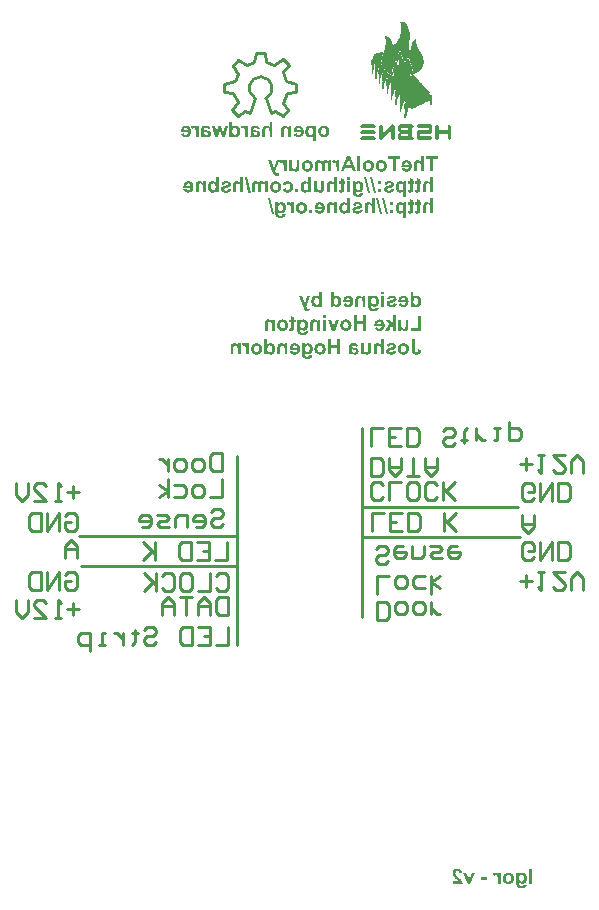
<source format=gbo>
G04 Layer_Color=32896*
%FSAX44Y44*%
%MOMM*%
G71*
G01*
G75*
%ADD42C,0.2540*%
%ADD69C,0.0254*%
G36*
X00336173Y00775678D02*
X00336622Y00775600D01*
X00337051Y00775502D01*
X00337421Y00775405D01*
X00337714Y00775287D01*
X00337850Y00775229D01*
X00337948Y00775190D01*
X00338026Y00775151D01*
X00338085Y00775112D01*
X00338124Y00775092D01*
X00338143D01*
X00338533Y00774839D01*
X00338865Y00774566D01*
X00339157Y00774273D01*
X00339392Y00773980D01*
X00339587Y00773727D01*
X00339723Y00773532D01*
X00339782Y00773454D01*
X00339821Y00773395D01*
X00339840Y00773356D01*
Y00773337D01*
X00340035Y00772908D01*
X00340172Y00772478D01*
X00340289Y00772088D01*
X00340347Y00771718D01*
X00340386Y00771406D01*
X00340406Y00771269D01*
Y00771171D01*
X00340425Y00771074D01*
Y00771015D01*
Y00770976D01*
Y00770957D01*
X00340406Y00770391D01*
X00340328Y00769865D01*
X00340230Y00769396D01*
X00340133Y00769006D01*
X00340074Y00768831D01*
X00340016Y00768675D01*
X00339977Y00768558D01*
X00339938Y00768440D01*
X00339899Y00768362D01*
X00339860Y00768304D01*
X00339840Y00768265D01*
Y00768245D01*
X00339587Y00767855D01*
X00339314Y00767504D01*
X00339021Y00767212D01*
X00338728Y00766977D01*
X00338475Y00766802D01*
X00338280Y00766665D01*
X00338202Y00766607D01*
X00338143Y00766568D01*
X00338104Y00766548D01*
X00338085D01*
X00337655Y00766353D01*
X00337226Y00766217D01*
X00336817Y00766119D01*
X00336446Y00766061D01*
X00336134Y00766022D01*
X00335997Y00766002D01*
X00335880Y00765983D01*
X00335666D01*
X00335295Y00766002D01*
X00334924Y00766041D01*
X00334573Y00766119D01*
X00334261Y00766197D01*
X00333949Y00766295D01*
X00333676Y00766412D01*
X00333422Y00766548D01*
X00333188Y00766685D01*
X00332974Y00766802D01*
X00332779Y00766938D01*
X00332623Y00767056D01*
X00332486Y00767153D01*
X00332388Y00767231D01*
X00332310Y00767309D01*
X00332271Y00767348D01*
X00332252Y00767368D01*
X00332018Y00767641D01*
X00331803Y00767914D01*
X00331628Y00768206D01*
X00331452Y00768499D01*
X00331335Y00768792D01*
X00331218Y00769084D01*
X00331120Y00769357D01*
X00331062Y00769630D01*
X00331003Y00769884D01*
X00330964Y00770118D01*
X00330925Y00770333D01*
X00330906Y00770508D01*
X00330886Y00770664D01*
Y00770762D01*
Y00770840D01*
Y00770859D01*
X00330906Y00771249D01*
X00330945Y00771601D01*
X00331003Y00771952D01*
X00331101Y00772283D01*
X00331199Y00772576D01*
X00331316Y00772869D01*
X00331433Y00773122D01*
X00331550Y00773376D01*
X00331686Y00773590D01*
X00331803Y00773766D01*
X00331920Y00773941D01*
X00332018Y00774059D01*
X00332115Y00774176D01*
X00332174Y00774254D01*
X00332213Y00774293D01*
X00332232Y00774312D01*
X00332486Y00774566D01*
X00332759Y00774761D01*
X00333052Y00774956D01*
X00333344Y00775112D01*
X00333617Y00775248D01*
X00333910Y00775366D01*
X00334183Y00775444D01*
X00334456Y00775522D01*
X00334710Y00775580D01*
X00334924Y00775619D01*
X00335139Y00775658D01*
X00335314Y00775678D01*
X00335471Y00775697D01*
X00335666D01*
X00336173Y00775678D01*
D02*
G37*
G36*
X00389818D02*
X00390266Y00775600D01*
X00390695Y00775502D01*
X00391066Y00775405D01*
X00391359Y00775287D01*
X00391495Y00775229D01*
X00391593Y00775190D01*
X00391671Y00775151D01*
X00391729Y00775112D01*
X00391768Y00775092D01*
X00391788D01*
X00392178Y00774839D01*
X00392510Y00774566D01*
X00392802Y00774273D01*
X00393036Y00773980D01*
X00393231Y00773727D01*
X00393368Y00773532D01*
X00393427Y00773454D01*
X00393465Y00773395D01*
X00393485Y00773356D01*
Y00773337D01*
X00393680Y00772908D01*
X00393817Y00772478D01*
X00393934Y00772088D01*
X00393992Y00771718D01*
X00394031Y00771406D01*
X00394051Y00771269D01*
Y00771171D01*
X00394070Y00771074D01*
Y00771015D01*
Y00770976D01*
Y00770957D01*
X00394051Y00770391D01*
X00393973Y00769865D01*
X00393875Y00769396D01*
X00393778Y00769006D01*
X00393719Y00768831D01*
X00393661Y00768675D01*
X00393622Y00768558D01*
X00393583Y00768440D01*
X00393544Y00768362D01*
X00393504Y00768304D01*
X00393485Y00768265D01*
Y00768245D01*
X00393231Y00767855D01*
X00392958Y00767504D01*
X00392666Y00767212D01*
X00392373Y00766977D01*
X00392119Y00766802D01*
X00391924Y00766665D01*
X00391846Y00766607D01*
X00391788Y00766568D01*
X00391749Y00766548D01*
X00391729D01*
X00391300Y00766353D01*
X00390871Y00766217D01*
X00390461Y00766119D01*
X00390091Y00766061D01*
X00389779Y00766022D01*
X00389642Y00766002D01*
X00389525Y00765983D01*
X00389310D01*
X00388940Y00766002D01*
X00388569Y00766041D01*
X00388218Y00766119D01*
X00387906Y00766197D01*
X00387594Y00766295D01*
X00387321Y00766412D01*
X00387067Y00766548D01*
X00386833Y00766685D01*
X00386618Y00766802D01*
X00386423Y00766938D01*
X00386267Y00767056D01*
X00386131Y00767153D01*
X00386033Y00767231D01*
X00385955Y00767309D01*
X00385916Y00767348D01*
X00385897Y00767368D01*
X00385663Y00767641D01*
X00385448Y00767914D01*
X00385272Y00768206D01*
X00385097Y00768499D01*
X00384980Y00768792D01*
X00384863Y00769084D01*
X00384765Y00769357D01*
X00384707Y00769630D01*
X00384648Y00769884D01*
X00384609Y00770118D01*
X00384570Y00770333D01*
X00384551Y00770508D01*
X00384531Y00770664D01*
Y00770762D01*
Y00770840D01*
Y00770859D01*
X00384551Y00771249D01*
X00384590Y00771601D01*
X00384648Y00771952D01*
X00384746Y00772283D01*
X00384843Y00772576D01*
X00384960Y00772869D01*
X00385077Y00773122D01*
X00385195Y00773376D01*
X00385331Y00773590D01*
X00385448Y00773766D01*
X00385565Y00773941D01*
X00385663Y00774059D01*
X00385760Y00774176D01*
X00385819Y00774254D01*
X00385858Y00774293D01*
X00385877Y00774312D01*
X00386131Y00774566D01*
X00386404Y00774761D01*
X00386697Y00774956D01*
X00386989Y00775112D01*
X00387262Y00775248D01*
X00387555Y00775366D01*
X00387828Y00775444D01*
X00388101Y00775522D01*
X00388355Y00775580D01*
X00388569Y00775619D01*
X00388784Y00775658D01*
X00388959Y00775678D01*
X00389115Y00775697D01*
X00389310D01*
X00389818Y00775678D01*
D02*
G37*
G36*
X00357611Y00755561D02*
X00357904Y00755522D01*
X00358177Y00755463D01*
X00358450Y00755385D01*
X00358918Y00755190D01*
X00359133Y00755073D01*
X00359328Y00754956D01*
X00359504Y00754839D01*
X00359640Y00754722D01*
X00359777Y00754625D01*
X00359894Y00754527D01*
X00359972Y00754449D01*
X00360030Y00754391D01*
X00360069Y00754352D01*
X00360089Y00754332D01*
X00360284Y00754098D01*
X00360459Y00753825D01*
X00360596Y00753552D01*
X00360732Y00753259D01*
X00360830Y00752967D01*
X00360928Y00752674D01*
X00361064Y00752089D01*
X00361103Y00751835D01*
X00361142Y00751581D01*
X00361162Y00751367D01*
X00361181Y00751172D01*
X00361201Y00750996D01*
Y00750879D01*
Y00750801D01*
Y00750782D01*
X00361181Y00750450D01*
X00361162Y00750118D01*
X00361064Y00749514D01*
X00361006Y00749241D01*
X00360928Y00748987D01*
X00360849Y00748753D01*
X00360771Y00748538D01*
X00360693Y00748343D01*
X00360635Y00748168D01*
X00360557Y00748031D01*
X00360498Y00747914D01*
X00360440Y00747817D01*
X00360401Y00747739D01*
X00360362Y00747700D01*
Y00747680D01*
X00360147Y00747407D01*
X00359913Y00747153D01*
X00359679Y00746939D01*
X00359445Y00746763D01*
X00359191Y00746607D01*
X00358938Y00746490D01*
X00358704Y00746373D01*
X00358470Y00746295D01*
X00358255Y00746237D01*
X00358040Y00746178D01*
X00357865Y00746159D01*
X00357709Y00746120D01*
X00357572D01*
X00357475Y00746100D01*
X00357397D01*
X00357085Y00746120D01*
X00356792Y00746159D01*
X00356519Y00746237D01*
X00356265Y00746334D01*
X00355797Y00746588D01*
X00355387Y00746861D01*
X00355212Y00746997D01*
X00355056Y00747134D01*
X00354939Y00747270D01*
X00354822Y00747387D01*
X00354744Y00747485D01*
X00354685Y00747563D01*
X00354646Y00747602D01*
X00354627Y00747622D01*
Y00746237D01*
Y00745964D01*
X00354646Y00745729D01*
X00354666Y00745534D01*
X00354685Y00745378D01*
X00354705Y00745261D01*
X00354724Y00745183D01*
X00354744Y00745144D01*
Y00745125D01*
X00354822Y00744969D01*
X00354900Y00744832D01*
X00354978Y00744715D01*
X00355056Y00744637D01*
X00355114Y00744559D01*
X00355173Y00744520D01*
X00355212Y00744500D01*
X00355231Y00744481D01*
X00355426Y00744383D01*
X00355661Y00744305D01*
X00355895Y00744266D01*
X00356129Y00744227D01*
X00356343Y00744208D01*
X00356519Y00744188D01*
X00356675D01*
X00356928Y00744208D01*
X00357163Y00744227D01*
X00357338Y00744266D01*
X00357494Y00744325D01*
X00357611Y00744383D01*
X00357709Y00744422D01*
X00357748Y00744442D01*
X00357767Y00744461D01*
X00357845Y00744539D01*
X00357923Y00744657D01*
X00358021Y00744871D01*
X00358040Y00744988D01*
X00358060Y00745066D01*
X00358079Y00745125D01*
Y00745144D01*
X00360888Y00745476D01*
X00360908Y00745359D01*
Y00745281D01*
Y00745203D01*
Y00745183D01*
X00360888Y00744949D01*
X00360869Y00744734D01*
X00360752Y00744344D01*
X00360596Y00743993D01*
X00360420Y00743701D01*
X00360245Y00743466D01*
X00360089Y00743291D01*
X00359972Y00743174D01*
X00359952Y00743154D01*
X00359933Y00743135D01*
X00359738Y00742998D01*
X00359504Y00742862D01*
X00359250Y00742764D01*
X00358996Y00742667D01*
X00358431Y00742511D01*
X00357884Y00742413D01*
X00357611Y00742394D01*
X00357377Y00742355D01*
X00357163Y00742335D01*
X00356968D01*
X00356792Y00742316D01*
X00356577D01*
X00356129Y00742335D01*
X00355719Y00742355D01*
X00355368Y00742394D01*
X00355075Y00742452D01*
X00354841Y00742511D01*
X00354666Y00742550D01*
X00354549Y00742569D01*
X00354510Y00742589D01*
X00354217Y00742686D01*
X00353963Y00742803D01*
X00353729Y00742920D01*
X00353554Y00743037D01*
X00353398Y00743154D01*
X00353300Y00743232D01*
X00353222Y00743291D01*
X00353203Y00743310D01*
X00353027Y00743505D01*
X00352871Y00743701D01*
X00352754Y00743915D01*
X00352637Y00744130D01*
X00352559Y00744305D01*
X00352500Y00744461D01*
X00352461Y00744559D01*
X00352442Y00744598D01*
X00352403Y00744754D01*
X00352344Y00744930D01*
X00352286Y00745320D01*
X00352227Y00745729D01*
X00352208Y00746120D01*
X00352188Y00746471D01*
X00352169Y00746627D01*
Y00746763D01*
Y00746880D01*
Y00746958D01*
Y00747017D01*
Y00747036D01*
Y00755385D01*
X00354471D01*
Y00754059D01*
X00354685Y00754332D01*
X00354919Y00754566D01*
X00355153Y00754761D01*
X00355387Y00754937D01*
X00355621Y00755093D01*
X00355856Y00755210D01*
X00356090Y00755307D01*
X00356304Y00755385D01*
X00356499Y00755444D01*
X00356694Y00755502D01*
X00356870Y00755542D01*
X00357007Y00755561D01*
X00357124Y00755581D01*
X00357299D01*
X00357611Y00755561D01*
D02*
G37*
G36*
X00421283Y00746100D02*
X00418825D01*
Y00750743D01*
X00418805Y00751152D01*
X00418786Y00751504D01*
X00418747Y00751816D01*
X00418708Y00752069D01*
X00418669Y00752245D01*
X00418649Y00752381D01*
X00418610Y00752479D01*
Y00752498D01*
X00418513Y00752713D01*
X00418415Y00752888D01*
X00418298Y00753045D01*
X00418181Y00753181D01*
X00418084Y00753279D01*
X00418006Y00753337D01*
X00417947Y00753376D01*
X00417928Y00753396D01*
X00417733Y00753493D01*
X00417557Y00753571D01*
X00417362Y00753630D01*
X00417206Y00753669D01*
X00417050Y00753688D01*
X00416933Y00753708D01*
X00416640D01*
X00416484Y00753669D01*
X00416328Y00753630D01*
X00416191Y00753591D01*
X00416094Y00753552D01*
X00416016Y00753513D01*
X00415977Y00753493D01*
X00415957Y00753474D01*
X00415840Y00753376D01*
X00415723Y00753279D01*
X00415587Y00753064D01*
X00415528Y00752967D01*
X00415489Y00752908D01*
X00415470Y00752850D01*
Y00752830D01*
X00415450Y00752752D01*
X00415411Y00752635D01*
X00415372Y00752381D01*
X00415353Y00752089D01*
X00415333Y00751777D01*
X00415314Y00751484D01*
Y00751230D01*
Y00751133D01*
Y00751055D01*
Y00751016D01*
Y00750996D01*
Y00746100D01*
X00412856D01*
Y00751523D01*
Y00751952D01*
X00412875Y00752342D01*
X00412895Y00752654D01*
X00412914Y00752908D01*
X00412953Y00753103D01*
X00412973Y00753240D01*
X00412992Y00753337D01*
Y00753357D01*
X00413051Y00753571D01*
X00413109Y00753786D01*
X00413187Y00753961D01*
X00413265Y00754137D01*
X00413343Y00754254D01*
X00413402Y00754371D01*
X00413441Y00754430D01*
X00413460Y00754449D01*
X00413597Y00754625D01*
X00413773Y00754781D01*
X00413948Y00754917D01*
X00414104Y00755034D01*
X00414260Y00755132D01*
X00414377Y00755190D01*
X00414455Y00755229D01*
X00414494Y00755249D01*
X00414748Y00755366D01*
X00415001Y00755444D01*
X00415275Y00755502D01*
X00415509Y00755542D01*
X00415704Y00755561D01*
X00415879Y00755581D01*
X00416016D01*
X00416308Y00755561D01*
X00416601Y00755522D01*
X00416874Y00755444D01*
X00417147Y00755366D01*
X00417615Y00755132D01*
X00418025Y00754878D01*
X00418220Y00754742D01*
X00418376Y00754625D01*
X00418493Y00754508D01*
X00418610Y00754391D01*
X00418708Y00754313D01*
X00418766Y00754234D01*
X00418805Y00754195D01*
X00418825Y00754176D01*
Y00758916D01*
X00421283D01*
Y00746100D01*
D02*
G37*
G36*
X00372632Y00766217D02*
X00370174D01*
Y00775502D01*
X00372632D01*
Y00766217D01*
D02*
G37*
G36*
X00453060D02*
X00444048D01*
Y00768382D01*
X00450466D01*
Y00778916D01*
X00453060D01*
Y00766217D01*
D02*
G37*
G36*
X00323981Y00775678D02*
X00324313Y00775639D01*
X00324605Y00775561D01*
X00324898Y00775463D01*
X00325171Y00775327D01*
X00325424Y00775210D01*
X00325639Y00775053D01*
X00325854Y00774917D01*
X00326049Y00774780D01*
X00326205Y00774624D01*
X00326361Y00774507D01*
X00326478Y00774390D01*
X00326575Y00774273D01*
X00326634Y00774195D01*
X00326673Y00774156D01*
X00326692Y00774137D01*
Y00775502D01*
X00328975D01*
Y00766217D01*
X00326517D01*
Y00770411D01*
Y00770684D01*
Y00770957D01*
X00326497Y00771191D01*
Y00771406D01*
X00326478Y00771601D01*
X00326458Y00771776D01*
X00326439Y00771932D01*
X00326419Y00772069D01*
X00326400Y00772283D01*
X00326361Y00772420D01*
X00326341Y00772517D01*
Y00772537D01*
X00326263Y00772752D01*
X00326146Y00772927D01*
X00326029Y00773083D01*
X00325932Y00773220D01*
X00325815Y00773337D01*
X00325737Y00773415D01*
X00325678Y00773454D01*
X00325658Y00773473D01*
X00325463Y00773590D01*
X00325268Y00773668D01*
X00325073Y00773746D01*
X00324898Y00773785D01*
X00324742Y00773805D01*
X00324625Y00773824D01*
X00324508D01*
X00324332Y00773805D01*
X00324176Y00773785D01*
X00324020Y00773746D01*
X00323903Y00773707D01*
X00323805Y00773649D01*
X00323727Y00773610D01*
X00323688Y00773590D01*
X00323669Y00773571D01*
X00323435Y00773356D01*
X00323279Y00773122D01*
X00323220Y00773025D01*
X00323181Y00772947D01*
X00323162Y00772888D01*
Y00772869D01*
X00323122Y00772771D01*
X00323103Y00772654D01*
X00323064Y00772381D01*
X00323025Y00772069D01*
X00323005Y00771737D01*
X00322986Y00771445D01*
Y00771308D01*
Y00771171D01*
Y00771074D01*
Y00770996D01*
Y00770957D01*
Y00770937D01*
Y00766217D01*
X00320528D01*
Y00771971D01*
Y00772342D01*
X00320548Y00772673D01*
X00320567Y00772966D01*
X00320587Y00773200D01*
X00320626Y00773376D01*
X00320645Y00773512D01*
X00320665Y00773590D01*
Y00773610D01*
X00320723Y00773824D01*
X00320801Y00774019D01*
X00320879Y00774195D01*
X00320957Y00774351D01*
X00321035Y00774468D01*
X00321094Y00774566D01*
X00321133Y00774624D01*
X00321152Y00774644D01*
X00321289Y00774819D01*
X00321464Y00774956D01*
X00321620Y00775092D01*
X00321796Y00775210D01*
X00321933Y00775287D01*
X00322050Y00775346D01*
X00322128Y00775385D01*
X00322167Y00775405D01*
X00322420Y00775502D01*
X00322674Y00775580D01*
X00322928Y00775619D01*
X00323162Y00775658D01*
X00323357Y00775678D01*
X00323513Y00775697D01*
X00323649D01*
X00323981Y00775678D01*
D02*
G37*
G36*
X00362703D02*
X00363034Y00775639D01*
X00363327Y00775561D01*
X00363619Y00775463D01*
X00363893Y00775327D01*
X00364146Y00775210D01*
X00364361Y00775053D01*
X00364575Y00774917D01*
X00364770Y00774780D01*
X00364926Y00774624D01*
X00365083Y00774507D01*
X00365200Y00774390D01*
X00365297Y00774273D01*
X00365356Y00774195D01*
X00365395Y00774156D01*
X00365414Y00774137D01*
Y00775502D01*
X00367696D01*
Y00766217D01*
X00365239D01*
Y00770411D01*
Y00770684D01*
Y00770957D01*
X00365219Y00771191D01*
Y00771406D01*
X00365200Y00771601D01*
X00365180Y00771776D01*
X00365161Y00771932D01*
X00365141Y00772069D01*
X00365121Y00772283D01*
X00365083Y00772420D01*
X00365063Y00772517D01*
Y00772537D01*
X00364985Y00772752D01*
X00364868Y00772927D01*
X00364751Y00773083D01*
X00364653Y00773220D01*
X00364536Y00773337D01*
X00364458Y00773415D01*
X00364400Y00773454D01*
X00364380Y00773473D01*
X00364185Y00773590D01*
X00363990Y00773668D01*
X00363795Y00773746D01*
X00363619Y00773785D01*
X00363463Y00773805D01*
X00363346Y00773824D01*
X00363229D01*
X00363054Y00773805D01*
X00362898Y00773785D01*
X00362742Y00773746D01*
X00362625Y00773707D01*
X00362527Y00773649D01*
X00362449Y00773610D01*
X00362410Y00773590D01*
X00362391Y00773571D01*
X00362156Y00773356D01*
X00362000Y00773122D01*
X00361942Y00773025D01*
X00361903Y00772947D01*
X00361883Y00772888D01*
Y00772869D01*
X00361844Y00772771D01*
X00361825Y00772654D01*
X00361786Y00772381D01*
X00361747Y00772069D01*
X00361727Y00771737D01*
X00361708Y00771445D01*
Y00771308D01*
Y00771171D01*
Y00771074D01*
Y00770996D01*
Y00770957D01*
Y00770937D01*
Y00766217D01*
X00359250D01*
Y00771971D01*
Y00772342D01*
X00359269Y00772673D01*
X00359289Y00772966D01*
X00359308Y00773200D01*
X00359347Y00773376D01*
X00359367Y00773512D01*
X00359386Y00773590D01*
Y00773610D01*
X00359445Y00773824D01*
X00359523Y00774019D01*
X00359601Y00774195D01*
X00359679Y00774351D01*
X00359757Y00774468D01*
X00359816Y00774566D01*
X00359855Y00774624D01*
X00359874Y00774644D01*
X00360011Y00774819D01*
X00360186Y00774956D01*
X00360342Y00775092D01*
X00360518Y00775210D01*
X00360654Y00775287D01*
X00360771Y00775346D01*
X00360849Y00775385D01*
X00360888Y00775405D01*
X00361142Y00775502D01*
X00361396Y00775580D01*
X00361649Y00775619D01*
X00361883Y00775658D01*
X00362078Y00775678D01*
X00362234Y00775697D01*
X00362371D01*
X00362703Y00775678D01*
D02*
G37*
G36*
X00384473Y00746100D02*
X00381878D01*
Y00751699D01*
X00376826D01*
Y00746100D01*
X00374231D01*
Y00758916D01*
X00376826D01*
Y00753864D01*
X00381878D01*
Y00758916D01*
X00384473D01*
Y00746100D01*
D02*
G37*
G36*
X00295091Y00755561D02*
X00295422Y00755522D01*
X00295715Y00755444D01*
X00296007Y00755346D01*
X00296281Y00755210D01*
X00296534Y00755093D01*
X00296749Y00754937D01*
X00296963Y00754800D01*
X00297159Y00754664D01*
X00297314Y00754508D01*
X00297471Y00754391D01*
X00297588Y00754274D01*
X00297685Y00754156D01*
X00297744Y00754079D01*
X00297783Y00754039D01*
X00297802Y00754020D01*
Y00755385D01*
X00300084D01*
Y00746100D01*
X00297627D01*
Y00750294D01*
Y00750567D01*
Y00750840D01*
X00297607Y00751074D01*
Y00751289D01*
X00297588Y00751484D01*
X00297568Y00751660D01*
X00297549Y00751816D01*
X00297529Y00751952D01*
X00297510Y00752167D01*
X00297471Y00752303D01*
X00297451Y00752401D01*
Y00752420D01*
X00297373Y00752635D01*
X00297256Y00752811D01*
X00297139Y00752967D01*
X00297041Y00753103D01*
X00296924Y00753220D01*
X00296846Y00753298D01*
X00296788Y00753337D01*
X00296768Y00753357D01*
X00296573Y00753474D01*
X00296378Y00753552D01*
X00296183Y00753630D01*
X00296007Y00753669D01*
X00295851Y00753688D01*
X00295734Y00753708D01*
X00295617D01*
X00295442Y00753688D01*
X00295286Y00753669D01*
X00295130Y00753630D01*
X00295013Y00753591D01*
X00294915Y00753532D01*
X00294837Y00753493D01*
X00294798Y00753474D01*
X00294779Y00753454D01*
X00294545Y00753240D01*
X00294388Y00753006D01*
X00294330Y00752908D01*
X00294291Y00752830D01*
X00294271Y00752772D01*
Y00752752D01*
X00294232Y00752654D01*
X00294213Y00752537D01*
X00294174Y00752264D01*
X00294135Y00751952D01*
X00294115Y00751620D01*
X00294096Y00751328D01*
Y00751191D01*
Y00751055D01*
Y00750957D01*
Y00750879D01*
Y00750840D01*
Y00750821D01*
Y00746100D01*
X00291638D01*
Y00751855D01*
Y00752225D01*
X00291657Y00752557D01*
X00291677Y00752850D01*
X00291696Y00753084D01*
X00291735Y00753259D01*
X00291755Y00753396D01*
X00291775Y00753474D01*
Y00753493D01*
X00291833Y00753708D01*
X00291911Y00753903D01*
X00291989Y00754079D01*
X00292067Y00754234D01*
X00292145Y00754352D01*
X00292204Y00754449D01*
X00292243Y00754508D01*
X00292262Y00754527D01*
X00292399Y00754703D01*
X00292574Y00754839D01*
X00292730Y00754976D01*
X00292906Y00755093D01*
X00293042Y00755171D01*
X00293160Y00755229D01*
X00293237Y00755268D01*
X00293277Y00755288D01*
X00293530Y00755385D01*
X00293784Y00755463D01*
X00294037Y00755502D01*
X00294271Y00755542D01*
X00294466Y00755561D01*
X00294622Y00755581D01*
X00294759D01*
X00295091Y00755561D01*
D02*
G37*
G36*
X00302952D02*
X00303147Y00755542D01*
X00303323Y00755483D01*
X00303479Y00755444D01*
X00303615Y00755385D01*
X00303713Y00755327D01*
X00303771Y00755307D01*
X00303791Y00755288D01*
X00303967Y00755151D01*
X00304161Y00754976D01*
X00304337Y00754781D01*
X00304493Y00754566D01*
X00304630Y00754371D01*
X00304747Y00754215D01*
X00304825Y00754098D01*
X00304844Y00754079D01*
Y00755385D01*
X00307127D01*
Y00746100D01*
X00304669D01*
Y00748948D01*
Y00749377D01*
Y00749767D01*
X00304649Y00750118D01*
X00304630Y00750431D01*
Y00750723D01*
X00304610Y00750977D01*
X00304591Y00751191D01*
X00304571Y00751386D01*
X00304552Y00751543D01*
X00304532Y00751699D01*
X00304513Y00751816D01*
Y00751894D01*
X00304493Y00751972D01*
X00304474Y00752011D01*
Y00752050D01*
X00304396Y00752303D01*
X00304298Y00752518D01*
X00304201Y00752713D01*
X00304103Y00752850D01*
X00304025Y00752947D01*
X00303967Y00753025D01*
X00303927Y00753064D01*
X00303908Y00753084D01*
X00303771Y00753181D01*
X00303615Y00753259D01*
X00303459Y00753298D01*
X00303323Y00753337D01*
X00303206Y00753357D01*
X00303108Y00753376D01*
X00303030D01*
X00302815Y00753357D01*
X00302621Y00753318D01*
X00302425Y00753240D01*
X00302230Y00753181D01*
X00302094Y00753103D01*
X00301957Y00753025D01*
X00301879Y00752986D01*
X00301860Y00752967D01*
X00301099Y00755112D01*
X00301392Y00755268D01*
X00301684Y00755385D01*
X00301977Y00755463D01*
X00302211Y00755522D01*
X00302425Y00755561D01*
X00302601Y00755581D01*
X00302738D01*
X00302952Y00755561D01*
D02*
G37*
G36*
X00438449D02*
X00438898Y00755483D01*
X00439327Y00755385D01*
X00439698Y00755288D01*
X00439990Y00755171D01*
X00440127Y00755112D01*
X00440224Y00755073D01*
X00440302Y00755034D01*
X00440361Y00754995D01*
X00440400Y00754976D01*
X00440419D01*
X00440810Y00754722D01*
X00441141Y00754449D01*
X00441434Y00754156D01*
X00441668Y00753864D01*
X00441863Y00753610D01*
X00441999Y00753415D01*
X00442058Y00753337D01*
X00442097Y00753279D01*
X00442117Y00753240D01*
Y00753220D01*
X00442312Y00752791D01*
X00442448Y00752362D01*
X00442565Y00751972D01*
X00442624Y00751601D01*
X00442663Y00751289D01*
X00442682Y00751152D01*
Y00751055D01*
X00442702Y00750957D01*
Y00750899D01*
Y00750860D01*
Y00750840D01*
X00442682Y00750275D01*
X00442604Y00749748D01*
X00442507Y00749280D01*
X00442409Y00748889D01*
X00442351Y00748714D01*
X00442292Y00748558D01*
X00442253Y00748441D01*
X00442214Y00748324D01*
X00442175Y00748246D01*
X00442136Y00748187D01*
X00442117Y00748148D01*
Y00748129D01*
X00441863Y00747739D01*
X00441590Y00747387D01*
X00441297Y00747095D01*
X00441005Y00746861D01*
X00440751Y00746685D01*
X00440556Y00746549D01*
X00440478Y00746490D01*
X00440419Y00746451D01*
X00440380Y00746432D01*
X00440361D01*
X00439932Y00746237D01*
X00439502Y00746100D01*
X00439093Y00746003D01*
X00438722Y00745944D01*
X00438410Y00745905D01*
X00438274Y00745885D01*
X00438157Y00745866D01*
X00437942D01*
X00437571Y00745885D01*
X00437201Y00745924D01*
X00436850Y00746003D01*
X00436537Y00746080D01*
X00436225Y00746178D01*
X00435952Y00746295D01*
X00435699Y00746432D01*
X00435465Y00746568D01*
X00435250Y00746685D01*
X00435055Y00746822D01*
X00434899Y00746939D01*
X00434762Y00747036D01*
X00434665Y00747114D01*
X00434587Y00747192D01*
X00434548Y00747231D01*
X00434528Y00747251D01*
X00434294Y00747524D01*
X00434080Y00747797D01*
X00433904Y00748090D01*
X00433728Y00748382D01*
X00433611Y00748675D01*
X00433494Y00748968D01*
X00433397Y00749241D01*
X00433338Y00749514D01*
X00433280Y00749767D01*
X00433241Y00750001D01*
X00433202Y00750216D01*
X00433182Y00750392D01*
X00433163Y00750548D01*
Y00750645D01*
Y00750723D01*
Y00750743D01*
X00433182Y00751133D01*
X00433221Y00751484D01*
X00433280Y00751835D01*
X00433377Y00752167D01*
X00433475Y00752459D01*
X00433592Y00752752D01*
X00433709Y00753006D01*
X00433826Y00753259D01*
X00433963Y00753474D01*
X00434080Y00753649D01*
X00434197Y00753825D01*
X00434294Y00753942D01*
X00434392Y00754059D01*
X00434450Y00754137D01*
X00434489Y00754176D01*
X00434509Y00754195D01*
X00434762Y00754449D01*
X00435035Y00754644D01*
X00435328Y00754839D01*
X00435621Y00754995D01*
X00435894Y00755132D01*
X00436186Y00755249D01*
X00436459Y00755327D01*
X00436732Y00755405D01*
X00436986Y00755463D01*
X00437201Y00755502D01*
X00437415Y00755542D01*
X00437591Y00755561D01*
X00437747Y00755581D01*
X00437942D01*
X00438449Y00755561D01*
D02*
G37*
G36*
X00447461Y00750606D02*
Y00750333D01*
X00447481Y00750079D01*
X00447500Y00749845D01*
X00447520Y00749631D01*
X00447539Y00749436D01*
X00447579Y00749280D01*
X00447617Y00749124D01*
X00447637Y00749007D01*
X00447715Y00748792D01*
X00447774Y00748655D01*
X00447813Y00748577D01*
X00447832Y00748558D01*
X00447988Y00748402D01*
X00448164Y00748285D01*
X00448359Y00748187D01*
X00448573Y00748129D01*
X00448749Y00748090D01*
X00448905Y00748070D01*
X00449041D01*
X00449334Y00748109D01*
X00449588Y00748187D01*
X00449802Y00748285D01*
X00449978Y00748421D01*
X00450114Y00748538D01*
X00450212Y00748655D01*
X00450271Y00748734D01*
X00450290Y00748753D01*
X00450387Y00748948D01*
X00450446Y00749182D01*
X00450505Y00749436D01*
X00450544Y00749709D01*
X00450583Y00749943D01*
Y00750138D01*
X00450602Y00750216D01*
Y00750275D01*
Y00750294D01*
Y00750314D01*
X00453060Y00750041D01*
X00453041Y00749670D01*
X00453021Y00749319D01*
X00452962Y00748987D01*
X00452904Y00748675D01*
X00452826Y00748402D01*
X00452748Y00748148D01*
X00452650Y00747914D01*
X00452553Y00747700D01*
X00452455Y00747524D01*
X00452358Y00747368D01*
X00452280Y00747231D01*
X00452202Y00747114D01*
X00452143Y00747036D01*
X00452085Y00746978D01*
X00452065Y00746939D01*
X00452046Y00746919D01*
X00451851Y00746744D01*
X00451617Y00746568D01*
X00451382Y00746432D01*
X00451148Y00746315D01*
X00450661Y00746120D01*
X00450192Y00746003D01*
X00449978Y00745964D01*
X00449763Y00745924D01*
X00449588Y00745905D01*
X00449432Y00745885D01*
X00449295Y00745866D01*
X00449119D01*
X00448534Y00745885D01*
X00448027Y00745964D01*
X00447579Y00746080D01*
X00447208Y00746198D01*
X00447052Y00746256D01*
X00446915Y00746315D01*
X00446798Y00746373D01*
X00446701Y00746432D01*
X00446623Y00746471D01*
X00446564Y00746510D01*
X00446545Y00746529D01*
X00446525D01*
X00446174Y00746802D01*
X00445901Y00747095D01*
X00445647Y00747407D01*
X00445472Y00747680D01*
X00445335Y00747934D01*
X00445238Y00748148D01*
X00445199Y00748226D01*
X00445179Y00748285D01*
X00445160Y00748304D01*
Y00748324D01*
X00445062Y00748675D01*
X00444984Y00749065D01*
X00444945Y00749475D01*
X00444906Y00749884D01*
X00444887Y00750236D01*
X00444867Y00750392D01*
Y00750528D01*
Y00750626D01*
Y00750704D01*
Y00750762D01*
Y00750782D01*
Y00758916D01*
X00447461D01*
Y00750606D01*
D02*
G37*
G36*
X00410378Y00749494D02*
X00410359Y00749026D01*
X00410320Y00748616D01*
X00410281Y00748265D01*
X00410222Y00747973D01*
X00410164Y00747739D01*
X00410105Y00747563D01*
X00410086Y00747466D01*
X00410066Y00747427D01*
X00409930Y00747173D01*
X00409754Y00746939D01*
X00409579Y00746744D01*
X00409403Y00746568D01*
X00409247Y00746451D01*
X00409110Y00746354D01*
X00409032Y00746295D01*
X00408993Y00746276D01*
X00408701Y00746139D01*
X00408408Y00746041D01*
X00408135Y00745964D01*
X00407881Y00745924D01*
X00407647Y00745885D01*
X00407472Y00745866D01*
X00407316D01*
X00406984Y00745885D01*
X00406652Y00745924D01*
X00406360Y00746003D01*
X00406106Y00746080D01*
X00405892Y00746159D01*
X00405716Y00746237D01*
X00405619Y00746276D01*
X00405579Y00746295D01*
X00405287Y00746471D01*
X00405014Y00746666D01*
X00404780Y00746861D01*
X00404585Y00747056D01*
X00404429Y00747231D01*
X00404331Y00747368D01*
X00404253Y00747446D01*
X00404234Y00747485D01*
Y00746100D01*
X00401951D01*
Y00755385D01*
X00404409D01*
Y00751445D01*
Y00751094D01*
Y00750762D01*
X00404429Y00750470D01*
X00404448Y00750216D01*
Y00749982D01*
X00404468Y00749767D01*
X00404487Y00749592D01*
X00404507Y00749436D01*
X00404526Y00749319D01*
X00404546Y00749202D01*
X00404565Y00749104D01*
Y00749046D01*
X00404604Y00748948D01*
Y00748929D01*
X00404682Y00748753D01*
X00404780Y00748577D01*
X00404897Y00748441D01*
X00405014Y00748304D01*
X00405111Y00748207D01*
X00405209Y00748129D01*
X00405267Y00748090D01*
X00405287Y00748070D01*
X00405482Y00747953D01*
X00405658Y00747875D01*
X00405853Y00747817D01*
X00406028Y00747778D01*
X00406184Y00747758D01*
X00406301Y00747739D01*
X00406399D01*
X00406594Y00747758D01*
X00406769Y00747778D01*
X00406926Y00747817D01*
X00407062Y00747875D01*
X00407160Y00747914D01*
X00407257Y00747953D01*
X00407296Y00747973D01*
X00407316Y00747992D01*
X00407433Y00748090D01*
X00407530Y00748207D01*
X00407686Y00748421D01*
X00407745Y00748519D01*
X00407784Y00748597D01*
X00407803Y00748655D01*
Y00748675D01*
X00407823Y00748773D01*
X00407842Y00748909D01*
X00407862Y00749065D01*
Y00749241D01*
X00407901Y00749631D01*
Y00750060D01*
X00407920Y00750450D01*
Y00750626D01*
Y00750782D01*
Y00750918D01*
Y00751016D01*
Y00751074D01*
Y00751094D01*
Y00755385D01*
X00410378D01*
Y00749494D01*
D02*
G37*
G36*
X00396431Y00755561D02*
X00396723Y00755522D01*
X00396977Y00755483D01*
X00397230Y00755424D01*
X00397445Y00755366D01*
X00397660Y00755307D01*
X00397835Y00755249D01*
X00397991Y00755190D01*
X00398128Y00755132D01*
X00398245Y00755073D01*
X00398342Y00755015D01*
X00398420Y00754976D01*
X00398479Y00754937D01*
X00398498Y00754917D01*
X00398518D01*
X00398830Y00754644D01*
X00399103Y00754332D01*
X00399337Y00754020D01*
X00399513Y00753688D01*
X00399630Y00753396D01*
X00399727Y00753162D01*
X00399766Y00753084D01*
X00399786Y00753006D01*
X00399805Y00752967D01*
Y00752947D01*
X00397601Y00752537D01*
X00397523Y00752752D01*
X00397425Y00752947D01*
X00397328Y00753103D01*
X00397230Y00753220D01*
X00397152Y00753318D01*
X00397074Y00753376D01*
X00397035Y00753415D01*
X00397016Y00753435D01*
X00396860Y00753532D01*
X00396704Y00753591D01*
X00396353Y00753669D01*
X00396216Y00753688D01*
X00396099Y00753708D01*
X00395982D01*
X00395650Y00753688D01*
X00395358Y00753669D01*
X00395124Y00753610D01*
X00394948Y00753552D01*
X00394812Y00753493D01*
X00394734Y00753454D01*
X00394675Y00753415D01*
X00394655Y00753396D01*
X00394538Y00753259D01*
X00394460Y00753103D01*
X00394382Y00752947D01*
X00394343Y00752772D01*
X00394324Y00752615D01*
X00394304Y00752498D01*
Y00752420D01*
Y00752381D01*
Y00752147D01*
X00394441Y00752089D01*
X00394597Y00752030D01*
X00394968Y00751933D01*
X00395358Y00751835D01*
X00395748Y00751738D01*
X00396119Y00751660D01*
X00396274Y00751620D01*
X00396431Y00751601D01*
X00396548Y00751581D01*
X00396626Y00751562D01*
X00396684Y00751543D01*
X00396704D01*
X00397152Y00751445D01*
X00397542Y00751347D01*
X00397874Y00751250D01*
X00398147Y00751152D01*
X00398362Y00751074D01*
X00398518Y00751016D01*
X00398615Y00750977D01*
X00398654Y00750957D01*
X00398889Y00750821D01*
X00399103Y00750665D01*
X00399279Y00750509D01*
X00399415Y00750353D01*
X00399532Y00750216D01*
X00399610Y00750099D01*
X00399669Y00750021D01*
X00399688Y00750001D01*
X00399805Y00749767D01*
X00399903Y00749533D01*
X00399961Y00749299D01*
X00400020Y00749085D01*
X00400039Y00748889D01*
X00400059Y00748753D01*
Y00748655D01*
Y00748616D01*
X00400020Y00748187D01*
X00399922Y00747797D01*
X00399805Y00747466D01*
X00399649Y00747173D01*
X00399493Y00746939D01*
X00399376Y00746763D01*
X00399279Y00746666D01*
X00399240Y00746627D01*
X00398908Y00746373D01*
X00398537Y00746178D01*
X00398167Y00746061D01*
X00397796Y00745964D01*
X00397484Y00745905D01*
X00397328Y00745885D01*
X00397211D01*
X00397113Y00745866D01*
X00396977D01*
X00396684Y00745885D01*
X00396392Y00745905D01*
X00396138Y00745964D01*
X00395923Y00746022D01*
X00395728Y00746061D01*
X00395572Y00746120D01*
X00395494Y00746139D01*
X00395455Y00746159D01*
X00395182Y00746295D01*
X00394948Y00746432D01*
X00394714Y00746588D01*
X00394519Y00746744D01*
X00394343Y00746880D01*
X00394226Y00746997D01*
X00394129Y00747075D01*
X00394109Y00747095D01*
X00394090Y00747017D01*
X00394070Y00746919D01*
X00394031Y00746841D01*
Y00746822D01*
Y00746802D01*
X00393973Y00746646D01*
X00393934Y00746490D01*
X00393875Y00746373D01*
X00393836Y00746276D01*
X00393817Y00746198D01*
X00393797Y00746139D01*
X00393778Y00746120D01*
Y00746100D01*
X00391359D01*
X00391476Y00746354D01*
X00391573Y00746568D01*
X00391651Y00746783D01*
X00391710Y00746958D01*
X00391749Y00747114D01*
X00391788Y00747231D01*
X00391807Y00747309D01*
Y00747329D01*
X00391846Y00747583D01*
X00391866Y00747856D01*
X00391905Y00748168D01*
Y00748460D01*
X00391924Y00748734D01*
Y00748948D01*
Y00749026D01*
Y00749085D01*
Y00749124D01*
Y00749143D01*
X00391885Y00751991D01*
Y00752284D01*
X00391905Y00752537D01*
X00391924Y00752791D01*
X00391944Y00753006D01*
X00391964Y00753220D01*
X00391983Y00753396D01*
X00392022Y00753552D01*
X00392042Y00753688D01*
X00392119Y00753922D01*
X00392159Y00754079D01*
X00392197Y00754176D01*
X00392217Y00754195D01*
X00392354Y00754410D01*
X00392529Y00754605D01*
X00392724Y00754781D01*
X00392900Y00754917D01*
X00393075Y00755034D01*
X00393212Y00755112D01*
X00393309Y00755171D01*
X00393349Y00755190D01*
X00393504Y00755268D01*
X00393680Y00755327D01*
X00394070Y00755424D01*
X00394480Y00755483D01*
X00394870Y00755542D01*
X00395241Y00755561D01*
X00395397D01*
X00395533Y00755581D01*
X00396138D01*
X00396431Y00755561D01*
D02*
G37*
G36*
X00334827D02*
X00335159Y00755522D01*
X00335451Y00755444D01*
X00335744Y00755346D01*
X00336017Y00755210D01*
X00336270Y00755093D01*
X00336485Y00754937D01*
X00336700Y00754800D01*
X00336895Y00754664D01*
X00337051Y00754508D01*
X00337207Y00754391D01*
X00337324Y00754274D01*
X00337421Y00754156D01*
X00337480Y00754079D01*
X00337519Y00754039D01*
X00337538Y00754020D01*
Y00755385D01*
X00339821D01*
Y00746100D01*
X00337363D01*
Y00750294D01*
Y00750567D01*
Y00750840D01*
X00337343Y00751074D01*
Y00751289D01*
X00337324Y00751484D01*
X00337304Y00751660D01*
X00337285Y00751816D01*
X00337265Y00751952D01*
X00337246Y00752167D01*
X00337207Y00752303D01*
X00337187Y00752401D01*
Y00752420D01*
X00337109Y00752635D01*
X00336992Y00752811D01*
X00336875Y00752967D01*
X00336778Y00753103D01*
X00336660Y00753220D01*
X00336582Y00753298D01*
X00336524Y00753337D01*
X00336505Y00753357D01*
X00336309Y00753474D01*
X00336114Y00753552D01*
X00335919Y00753630D01*
X00335744Y00753669D01*
X00335588Y00753688D01*
X00335471Y00753708D01*
X00335354D01*
X00335178Y00753688D01*
X00335022Y00753669D01*
X00334866Y00753630D01*
X00334749Y00753591D01*
X00334651Y00753532D01*
X00334573Y00753493D01*
X00334534Y00753474D01*
X00334515Y00753454D01*
X00334281Y00753240D01*
X00334125Y00753006D01*
X00334066Y00752908D01*
X00334027Y00752830D01*
X00334008Y00752772D01*
Y00752752D01*
X00333969Y00752654D01*
X00333949Y00752537D01*
X00333910Y00752264D01*
X00333871Y00751952D01*
X00333852Y00751620D01*
X00333832Y00751328D01*
Y00751191D01*
Y00751055D01*
Y00750957D01*
Y00750879D01*
Y00750840D01*
Y00750821D01*
Y00746100D01*
X00331374D01*
Y00751855D01*
Y00752225D01*
X00331394Y00752557D01*
X00331413Y00752850D01*
X00331433Y00753084D01*
X00331472Y00753259D01*
X00331491Y00753396D01*
X00331511Y00753474D01*
Y00753493D01*
X00331569Y00753708D01*
X00331647Y00753903D01*
X00331725Y00754079D01*
X00331803Y00754234D01*
X00331881Y00754352D01*
X00331940Y00754449D01*
X00331979Y00754508D01*
X00331998Y00754527D01*
X00332135Y00754703D01*
X00332310Y00754839D01*
X00332467Y00754976D01*
X00332642Y00755093D01*
X00332779Y00755171D01*
X00332896Y00755229D01*
X00332974Y00755268D01*
X00333013Y00755288D01*
X00333266Y00755385D01*
X00333520Y00755463D01*
X00333773Y00755502D01*
X00334008Y00755542D01*
X00334203Y00755561D01*
X00334359Y00755581D01*
X00334495D01*
X00334827Y00755561D01*
D02*
G37*
G36*
X00346551D02*
X00346882Y00755522D01*
X00347175Y00755463D01*
X00347467Y00755366D01*
X00347741Y00755268D01*
X00347994Y00755171D01*
X00348209Y00755034D01*
X00348423Y00754917D01*
X00348619Y00754800D01*
X00348774Y00754683D01*
X00348931Y00754566D01*
X00349048Y00754469D01*
X00349145Y00754371D01*
X00349204Y00754313D01*
X00349243Y00754274D01*
X00349262Y00754254D01*
X00349477Y00754000D01*
X00349652Y00753727D01*
X00349808Y00753435D01*
X00349945Y00753142D01*
X00350062Y00752830D01*
X00350159Y00752537D01*
X00350296Y00751952D01*
X00350355Y00751699D01*
X00350394Y00751445D01*
X00350413Y00751211D01*
X00350433Y00751035D01*
X00350452Y00750860D01*
Y00750743D01*
Y00750665D01*
Y00750645D01*
X00350433Y00750294D01*
X00350413Y00749962D01*
X00350316Y00749338D01*
X00350238Y00749046D01*
X00350159Y00748792D01*
X00350081Y00748538D01*
X00350004Y00748324D01*
X00349925Y00748129D01*
X00349847Y00747953D01*
X00349769Y00747797D01*
X00349691Y00747680D01*
X00349633Y00747583D01*
X00349594Y00747505D01*
X00349555Y00747466D01*
Y00747446D01*
X00349321Y00747173D01*
X00349067Y00746919D01*
X00348794Y00746705D01*
X00348501Y00746529D01*
X00348209Y00746373D01*
X00347897Y00746256D01*
X00347604Y00746139D01*
X00347312Y00746061D01*
X00347038Y00746003D01*
X00346785Y00745944D01*
X00346570Y00745924D01*
X00346356Y00745885D01*
X00346200D01*
X00346063Y00745866D01*
X00345965D01*
X00345419Y00745905D01*
X00344932Y00745983D01*
X00344502Y00746080D01*
X00344132Y00746217D01*
X00343839Y00746354D01*
X00343703Y00746412D01*
X00343605Y00746451D01*
X00343527Y00746510D01*
X00343469Y00746529D01*
X00343449Y00746568D01*
X00343429D01*
X00343078Y00746861D01*
X00342766Y00747192D01*
X00342513Y00747524D01*
X00342298Y00747856D01*
X00342142Y00748148D01*
X00342064Y00748285D01*
X00342025Y00748402D01*
X00341986Y00748480D01*
X00341947Y00748558D01*
X00341927Y00748597D01*
Y00748616D01*
X00344366Y00749026D01*
X00344444Y00748773D01*
X00344541Y00748577D01*
X00344659Y00748402D01*
X00344756Y00748265D01*
X00344834Y00748148D01*
X00344912Y00748070D01*
X00344951Y00748031D01*
X00344971Y00748012D01*
X00345127Y00747914D01*
X00345283Y00747836D01*
X00345458Y00747778D01*
X00345595Y00747739D01*
X00345731Y00747719D01*
X00345848Y00747700D01*
X00345946D01*
X00346239Y00747719D01*
X00346512Y00747797D01*
X00346765Y00747895D01*
X00346960Y00748012D01*
X00347136Y00748109D01*
X00347253Y00748207D01*
X00347331Y00748285D01*
X00347351Y00748304D01*
X00347546Y00748558D01*
X00347682Y00748831D01*
X00347780Y00749104D01*
X00347858Y00749397D01*
X00347897Y00749631D01*
X00347916Y00749845D01*
X00347936Y00749923D01*
Y00749982D01*
Y00750001D01*
Y00750021D01*
X00341791D01*
Y00750528D01*
X00341830Y00751016D01*
X00341889Y00751445D01*
X00341947Y00751855D01*
X00342044Y00752225D01*
X00342142Y00752576D01*
X00342240Y00752888D01*
X00342357Y00753162D01*
X00342454Y00753415D01*
X00342571Y00753610D01*
X00342669Y00753786D01*
X00342747Y00753942D01*
X00342825Y00754059D01*
X00342883Y00754137D01*
X00342922Y00754176D01*
X00342942Y00754195D01*
X00343176Y00754449D01*
X00343429Y00754644D01*
X00343683Y00754839D01*
X00343956Y00754995D01*
X00344229Y00755132D01*
X00344502Y00755249D01*
X00344776Y00755327D01*
X00345029Y00755405D01*
X00345263Y00755463D01*
X00345497Y00755502D01*
X00345692Y00755542D01*
X00345868Y00755561D01*
X00346024Y00755581D01*
X00346219D01*
X00346551Y00755561D01*
D02*
G37*
G36*
X00418162Y00775678D02*
X00418493Y00775639D01*
X00418786Y00775580D01*
X00419078Y00775483D01*
X00419352Y00775385D01*
X00419605Y00775287D01*
X00419820Y00775151D01*
X00420034Y00775034D01*
X00420229Y00774917D01*
X00420385Y00774800D01*
X00420541Y00774683D01*
X00420658Y00774585D01*
X00420756Y00774488D01*
X00420815Y00774429D01*
X00420854Y00774390D01*
X00420873Y00774371D01*
X00421088Y00774117D01*
X00421263Y00773844D01*
X00421419Y00773551D01*
X00421556Y00773259D01*
X00421673Y00772947D01*
X00421771Y00772654D01*
X00421907Y00772069D01*
X00421965Y00771815D01*
X00422005Y00771562D01*
X00422024Y00771328D01*
X00422044Y00771152D01*
X00422063Y00770976D01*
Y00770859D01*
Y00770781D01*
Y00770762D01*
X00422044Y00770411D01*
X00422024Y00770079D01*
X00421926Y00769455D01*
X00421848Y00769162D01*
X00421771Y00768909D01*
X00421692Y00768655D01*
X00421614Y00768440D01*
X00421536Y00768245D01*
X00421458Y00768070D01*
X00421380Y00767914D01*
X00421302Y00767797D01*
X00421244Y00767699D01*
X00421205Y00767621D01*
X00421166Y00767582D01*
Y00767563D01*
X00420932Y00767290D01*
X00420678Y00767036D01*
X00420405Y00766821D01*
X00420112Y00766646D01*
X00419820Y00766490D01*
X00419508Y00766373D01*
X00419215Y00766256D01*
X00418922Y00766178D01*
X00418649Y00766119D01*
X00418396Y00766061D01*
X00418181Y00766041D01*
X00417967Y00766002D01*
X00417811D01*
X00417674Y00765983D01*
X00417576D01*
X00417030Y00766022D01*
X00416543Y00766100D01*
X00416113Y00766197D01*
X00415743Y00766334D01*
X00415450Y00766470D01*
X00415314Y00766529D01*
X00415216Y00766568D01*
X00415138Y00766626D01*
X00415079Y00766646D01*
X00415060Y00766685D01*
X00415041D01*
X00414689Y00766977D01*
X00414377Y00767309D01*
X00414124Y00767641D01*
X00413909Y00767972D01*
X00413753Y00768265D01*
X00413675Y00768401D01*
X00413636Y00768519D01*
X00413597Y00768596D01*
X00413558Y00768675D01*
X00413538Y00768714D01*
Y00768733D01*
X00415977Y00769143D01*
X00416055Y00768889D01*
X00416152Y00768694D01*
X00416269Y00768519D01*
X00416367Y00768382D01*
X00416445Y00768265D01*
X00416523Y00768187D01*
X00416562Y00768148D01*
X00416581Y00768128D01*
X00416738Y00768031D01*
X00416894Y00767953D01*
X00417069Y00767894D01*
X00417206Y00767855D01*
X00417342Y00767836D01*
X00417459Y00767816D01*
X00417557D01*
X00417850Y00767836D01*
X00418123Y00767914D01*
X00418376Y00768011D01*
X00418571Y00768128D01*
X00418747Y00768226D01*
X00418864Y00768323D01*
X00418942Y00768401D01*
X00418961Y00768421D01*
X00419156Y00768675D01*
X00419293Y00768948D01*
X00419391Y00769221D01*
X00419469Y00769513D01*
X00419508Y00769747D01*
X00419527Y00769962D01*
X00419547Y00770040D01*
Y00770099D01*
Y00770118D01*
Y00770138D01*
X00413402D01*
Y00770645D01*
X00413441Y00771133D01*
X00413499Y00771562D01*
X00413558Y00771971D01*
X00413656Y00772342D01*
X00413753Y00772693D01*
X00413851Y00773005D01*
X00413968Y00773278D01*
X00414065Y00773532D01*
X00414182Y00773727D01*
X00414280Y00773903D01*
X00414358Y00774059D01*
X00414436Y00774176D01*
X00414494Y00774254D01*
X00414533Y00774293D01*
X00414553Y00774312D01*
X00414787Y00774566D01*
X00415041Y00774761D01*
X00415294Y00774956D01*
X00415567Y00775112D01*
X00415840Y00775248D01*
X00416113Y00775366D01*
X00416386Y00775444D01*
X00416640Y00775522D01*
X00416874Y00775580D01*
X00417108Y00775619D01*
X00417303Y00775658D01*
X00417479Y00775678D01*
X00417635Y00775697D01*
X00417830D01*
X00418162Y00775678D01*
D02*
G37*
G36*
X00421692Y00786333D02*
X00419235D01*
Y00795619D01*
X00421692D01*
Y00786333D01*
D02*
G37*
G36*
X00391690Y00795794D02*
X00392022Y00795755D01*
X00392315Y00795697D01*
X00392607Y00795599D01*
X00392880Y00795502D01*
X00393134Y00795404D01*
X00393349Y00795268D01*
X00393563Y00795151D01*
X00393758Y00795033D01*
X00393914Y00794917D01*
X00394070Y00794799D01*
X00394187Y00794702D01*
X00394285Y00794604D01*
X00394343Y00794546D01*
X00394382Y00794507D01*
X00394402Y00794487D01*
X00394616Y00794234D01*
X00394792Y00793961D01*
X00394948Y00793668D01*
X00395085Y00793375D01*
X00395202Y00793063D01*
X00395299Y00792771D01*
X00395436Y00792186D01*
X00395494Y00791932D01*
X00395533Y00791678D01*
X00395553Y00791444D01*
X00395572Y00791269D01*
X00395592Y00791093D01*
Y00790976D01*
Y00790898D01*
Y00790879D01*
X00395572Y00790527D01*
X00395553Y00790196D01*
X00395455Y00789572D01*
X00395377Y00789279D01*
X00395299Y00789025D01*
X00395221Y00788772D01*
X00395143Y00788557D01*
X00395065Y00788362D01*
X00394987Y00788186D01*
X00394909Y00788030D01*
X00394831Y00787913D01*
X00394772Y00787816D01*
X00394734Y00787738D01*
X00394695Y00787699D01*
Y00787679D01*
X00394460Y00787406D01*
X00394207Y00787153D01*
X00393934Y00786938D01*
X00393641Y00786762D01*
X00393349Y00786606D01*
X00393036Y00786489D01*
X00392744Y00786372D01*
X00392451Y00786294D01*
X00392178Y00786236D01*
X00391924Y00786177D01*
X00391710Y00786158D01*
X00391495Y00786119D01*
X00391339D01*
X00391203Y00786099D01*
X00391105D01*
X00390559Y00786138D01*
X00390071Y00786216D01*
X00389642Y00786314D01*
X00389272Y00786450D01*
X00388979Y00786587D01*
X00388842Y00786645D01*
X00388745Y00786684D01*
X00388667Y00786743D01*
X00388608Y00786762D01*
X00388589Y00786802D01*
X00388569D01*
X00388218Y00787094D01*
X00387906Y00787426D01*
X00387652Y00787757D01*
X00387438Y00788089D01*
X00387282Y00788382D01*
X00387204Y00788518D01*
X00387165Y00788635D01*
X00387126Y00788713D01*
X00387087Y00788791D01*
X00387067Y00788830D01*
Y00788850D01*
X00389506Y00789259D01*
X00389584Y00789006D01*
X00389681Y00788811D01*
X00389798Y00788635D01*
X00389896Y00788499D01*
X00389974Y00788382D01*
X00390052Y00788304D01*
X00390091Y00788264D01*
X00390110Y00788245D01*
X00390266Y00788148D01*
X00390422Y00788069D01*
X00390598Y00788011D01*
X00390734Y00787972D01*
X00390871Y00787952D01*
X00390988Y00787933D01*
X00391086D01*
X00391378Y00787952D01*
X00391651Y00788030D01*
X00391905Y00788128D01*
X00392100Y00788245D01*
X00392276Y00788343D01*
X00392393Y00788440D01*
X00392471Y00788518D01*
X00392490Y00788538D01*
X00392685Y00788791D01*
X00392822Y00789064D01*
X00392919Y00789337D01*
X00392997Y00789630D01*
X00393036Y00789864D01*
X00393056Y00790079D01*
X00393075Y00790157D01*
Y00790215D01*
Y00790235D01*
Y00790254D01*
X00386931D01*
Y00790761D01*
X00386970Y00791249D01*
X00387028Y00791678D01*
X00387087Y00792088D01*
X00387184Y00792459D01*
X00387282Y00792810D01*
X00387379Y00793122D01*
X00387496Y00793395D01*
X00387594Y00793649D01*
X00387711Y00793844D01*
X00387808Y00794019D01*
X00387886Y00794175D01*
X00387965Y00794292D01*
X00388023Y00794370D01*
X00388062Y00794409D01*
X00388082Y00794429D01*
X00388316Y00794682D01*
X00388569Y00794877D01*
X00388823Y00795072D01*
X00389096Y00795229D01*
X00389369Y00795365D01*
X00389642Y00795482D01*
X00389915Y00795560D01*
X00390169Y00795638D01*
X00390403Y00795697D01*
X00390637Y00795736D01*
X00390832Y00795775D01*
X00391008Y00795794D01*
X00391164Y00795814D01*
X00391359D01*
X00391690Y00795794D01*
D02*
G37*
G36*
X00446467Y00794507D02*
X00446681Y00794741D01*
X00446915Y00794936D01*
X00447149Y00795111D01*
X00447364Y00795268D01*
X00447598Y00795385D01*
X00447832Y00795502D01*
X00448242Y00795658D01*
X00448612Y00795736D01*
X00448768Y00795775D01*
X00448905Y00795794D01*
X00449002Y00795814D01*
X00449159D01*
X00449471Y00795794D01*
X00449763Y00795755D01*
X00450056Y00795697D01*
X00450309Y00795619D01*
X00450797Y00795424D01*
X00451012Y00795307D01*
X00451207Y00795190D01*
X00451363Y00795072D01*
X00451519Y00794956D01*
X00451656Y00794858D01*
X00451772Y00794760D01*
X00451851Y00794682D01*
X00451909Y00794624D01*
X00451948Y00794585D01*
X00451968Y00794565D01*
X00452163Y00794331D01*
X00452319Y00794058D01*
X00452475Y00793785D01*
X00452592Y00793492D01*
X00452787Y00792888D01*
X00452924Y00792302D01*
X00452962Y00792049D01*
X00453002Y00791795D01*
X00453021Y00791561D01*
X00453041Y00791366D01*
X00453060Y00791210D01*
Y00791074D01*
Y00790995D01*
Y00790976D01*
X00453041Y00790566D01*
X00453002Y00790157D01*
X00452962Y00789786D01*
X00452884Y00789454D01*
X00452806Y00789123D01*
X00452709Y00788830D01*
X00452592Y00788557D01*
X00452494Y00788323D01*
X00452397Y00788109D01*
X00452280Y00787913D01*
X00452182Y00787757D01*
X00452104Y00787621D01*
X00452026Y00787523D01*
X00451968Y00787445D01*
X00451948Y00787406D01*
X00451929Y00787387D01*
X00451714Y00787153D01*
X00451480Y00786957D01*
X00451265Y00786782D01*
X00451031Y00786645D01*
X00450797Y00786509D01*
X00450563Y00786411D01*
X00450134Y00786255D01*
X00449763Y00786177D01*
X00449607Y00786138D01*
X00449471Y00786119D01*
X00449354Y00786099D01*
X00449198D01*
X00448905Y00786119D01*
X00448632Y00786158D01*
X00448359Y00786216D01*
X00448125Y00786294D01*
X00447930Y00786372D01*
X00447793Y00786431D01*
X00447696Y00786470D01*
X00447657Y00786489D01*
X00447364Y00786665D01*
X00447110Y00786841D01*
X00446876Y00787055D01*
X00446681Y00787231D01*
X00446525Y00787406D01*
X00446389Y00787543D01*
X00446311Y00787640D01*
X00446291Y00787679D01*
Y00786333D01*
X00444009D01*
Y00799149D01*
X00446467D01*
Y00794507D01*
D02*
G37*
G36*
X00400839Y00795794D02*
X00401171Y00795755D01*
X00401464Y00795677D01*
X00401756Y00795580D01*
X00402029Y00795443D01*
X00402283Y00795326D01*
X00402497Y00795170D01*
X00402712Y00795033D01*
X00402907Y00794897D01*
X00403063Y00794741D01*
X00403219Y00794624D01*
X00403336Y00794507D01*
X00403434Y00794390D01*
X00403492Y00794312D01*
X00403531Y00794273D01*
X00403551Y00794253D01*
Y00795619D01*
X00405833D01*
Y00786333D01*
X00403375D01*
Y00790527D01*
Y00790800D01*
Y00791074D01*
X00403356Y00791308D01*
Y00791522D01*
X00403336Y00791717D01*
X00403317Y00791893D01*
X00403297Y00792049D01*
X00403278Y00792186D01*
X00403258Y00792400D01*
X00403219Y00792537D01*
X00403200Y00792634D01*
Y00792654D01*
X00403122Y00792868D01*
X00403004Y00793044D01*
X00402887Y00793200D01*
X00402790Y00793336D01*
X00402673Y00793453D01*
X00402595Y00793531D01*
X00402536Y00793570D01*
X00402517Y00793590D01*
X00402322Y00793707D01*
X00402127Y00793785D01*
X00401932Y00793863D01*
X00401756Y00793902D01*
X00401600Y00793922D01*
X00401483Y00793941D01*
X00401366D01*
X00401190Y00793922D01*
X00401034Y00793902D01*
X00400878Y00793863D01*
X00400761Y00793824D01*
X00400664Y00793765D01*
X00400586Y00793727D01*
X00400547Y00793707D01*
X00400527Y00793688D01*
X00400293Y00793473D01*
X00400137Y00793239D01*
X00400078Y00793141D01*
X00400039Y00793063D01*
X00400020Y00793005D01*
Y00792985D01*
X00399981Y00792888D01*
X00399961Y00792771D01*
X00399922Y00792498D01*
X00399883Y00792186D01*
X00399864Y00791854D01*
X00399844Y00791561D01*
Y00791425D01*
Y00791288D01*
Y00791191D01*
Y00791113D01*
Y00791074D01*
Y00791054D01*
Y00786333D01*
X00397387D01*
Y00792088D01*
Y00792459D01*
X00397406Y00792790D01*
X00397425Y00793083D01*
X00397445Y00793317D01*
X00397484Y00793492D01*
X00397504Y00793629D01*
X00397523Y00793707D01*
Y00793727D01*
X00397581Y00793941D01*
X00397660Y00794136D01*
X00397738Y00794312D01*
X00397816Y00794468D01*
X00397894Y00794585D01*
X00397952Y00794682D01*
X00397991Y00794741D01*
X00398011Y00794760D01*
X00398147Y00794936D01*
X00398323Y00795072D01*
X00398479Y00795209D01*
X00398654Y00795326D01*
X00398791Y00795404D01*
X00398908Y00795463D01*
X00398986Y00795502D01*
X00399025Y00795521D01*
X00399279Y00795619D01*
X00399532Y00795697D01*
X00399786Y00795736D01*
X00400020Y00795775D01*
X00400215Y00795794D01*
X00400371Y00795814D01*
X00400508D01*
X00400839Y00795794D01*
D02*
G37*
G36*
X00413675D02*
X00413968Y00795755D01*
X00414241Y00795697D01*
X00414514Y00795619D01*
X00414982Y00795424D01*
X00415196Y00795307D01*
X00415392Y00795190D01*
X00415567Y00795072D01*
X00415704Y00794956D01*
X00415840Y00794858D01*
X00415957Y00794760D01*
X00416035Y00794682D01*
X00416094Y00794624D01*
X00416133Y00794585D01*
X00416152Y00794565D01*
X00416348Y00794331D01*
X00416523Y00794058D01*
X00416660Y00793785D01*
X00416796Y00793492D01*
X00416894Y00793200D01*
X00416991Y00792907D01*
X00417128Y00792322D01*
X00417167Y00792068D01*
X00417206Y00791815D01*
X00417225Y00791600D01*
X00417245Y00791405D01*
X00417264Y00791230D01*
Y00791113D01*
Y00791034D01*
Y00791015D01*
X00417245Y00790683D01*
X00417225Y00790352D01*
X00417128Y00789747D01*
X00417069Y00789474D01*
X00416991Y00789220D01*
X00416913Y00788986D01*
X00416835Y00788772D01*
X00416757Y00788577D01*
X00416699Y00788401D01*
X00416621Y00788264D01*
X00416562Y00788148D01*
X00416503Y00788050D01*
X00416465Y00787972D01*
X00416426Y00787933D01*
Y00787913D01*
X00416211Y00787640D01*
X00415977Y00787387D01*
X00415743Y00787172D01*
X00415509Y00786997D01*
X00415255Y00786841D01*
X00415001Y00786723D01*
X00414767Y00786606D01*
X00414533Y00786528D01*
X00414319Y00786470D01*
X00414104Y00786411D01*
X00413929Y00786392D01*
X00413773Y00786353D01*
X00413636D01*
X00413538Y00786333D01*
X00413460D01*
X00413148Y00786353D01*
X00412856Y00786392D01*
X00412583Y00786470D01*
X00412329Y00786567D01*
X00411861Y00786821D01*
X00411451Y00787094D01*
X00411276Y00787231D01*
X00411119Y00787367D01*
X00411003Y00787504D01*
X00410885Y00787621D01*
X00410807Y00787718D01*
X00410749Y00787796D01*
X00410710Y00787835D01*
X00410690Y00787855D01*
Y00786470D01*
Y00786197D01*
X00410710Y00785963D01*
X00410729Y00785768D01*
X00410749Y00785611D01*
X00410768Y00785495D01*
X00410788Y00785416D01*
X00410807Y00785377D01*
Y00785358D01*
X00410885Y00785202D01*
X00410964Y00785065D01*
X00411041Y00784948D01*
X00411119Y00784870D01*
X00411178Y00784792D01*
X00411237Y00784753D01*
X00411276Y00784734D01*
X00411295Y00784714D01*
X00411490Y00784617D01*
X00411724Y00784539D01*
X00411958Y00784500D01*
X00412192Y00784461D01*
X00412407Y00784441D01*
X00412583Y00784422D01*
X00412739D01*
X00412992Y00784441D01*
X00413226Y00784461D01*
X00413402Y00784500D01*
X00413558Y00784558D01*
X00413675Y00784617D01*
X00413773Y00784656D01*
X00413811Y00784675D01*
X00413831Y00784695D01*
X00413909Y00784773D01*
X00413987Y00784890D01*
X00414085Y00785104D01*
X00414104Y00785221D01*
X00414124Y00785299D01*
X00414143Y00785358D01*
Y00785377D01*
X00416952Y00785709D01*
X00416972Y00785592D01*
Y00785514D01*
Y00785436D01*
Y00785416D01*
X00416952Y00785182D01*
X00416933Y00784968D01*
X00416816Y00784578D01*
X00416660Y00784227D01*
X00416484Y00783934D01*
X00416308Y00783700D01*
X00416152Y00783524D01*
X00416035Y00783407D01*
X00416016Y00783388D01*
X00415996Y00783368D01*
X00415801Y00783232D01*
X00415567Y00783095D01*
X00415314Y00782998D01*
X00415060Y00782900D01*
X00414494Y00782744D01*
X00413948Y00782646D01*
X00413675Y00782627D01*
X00413441Y00782588D01*
X00413226Y00782568D01*
X00413031D01*
X00412856Y00782549D01*
X00412641D01*
X00412192Y00782568D01*
X00411783Y00782588D01*
X00411432Y00782627D01*
X00411139Y00782685D01*
X00410905Y00782744D01*
X00410729Y00782783D01*
X00410612Y00782803D01*
X00410573Y00782822D01*
X00410281Y00782919D01*
X00410027Y00783037D01*
X00409793Y00783154D01*
X00409618Y00783271D01*
X00409461Y00783388D01*
X00409364Y00783466D01*
X00409286Y00783524D01*
X00409266Y00783544D01*
X00409091Y00783739D01*
X00408935Y00783934D01*
X00408818Y00784148D01*
X00408701Y00784363D01*
X00408623Y00784539D01*
X00408564Y00784695D01*
X00408525Y00784792D01*
X00408506Y00784831D01*
X00408466Y00784987D01*
X00408408Y00785163D01*
X00408349Y00785553D01*
X00408291Y00785963D01*
X00408271Y00786353D01*
X00408252Y00786704D01*
X00408232Y00786860D01*
Y00786997D01*
Y00787114D01*
Y00787192D01*
Y00787250D01*
Y00787270D01*
Y00795619D01*
X00410534D01*
Y00794292D01*
X00410749Y00794565D01*
X00410983Y00794799D01*
X00411217Y00794995D01*
X00411451Y00795170D01*
X00411685Y00795326D01*
X00411919Y00795443D01*
X00412153Y00795541D01*
X00412368Y00795619D01*
X00412563Y00795677D01*
X00412758Y00795736D01*
X00412934Y00795775D01*
X00413070Y00795794D01*
X00413187Y00795814D01*
X00413363D01*
X00413675Y00795794D01*
D02*
G37*
G36*
X00369140Y00786333D02*
X00366858D01*
Y00787679D01*
X00366643Y00787406D01*
X00366428Y00787172D01*
X00366194Y00786977D01*
X00365980Y00786802D01*
X00365804Y00786684D01*
X00365668Y00786587D01*
X00365570Y00786528D01*
X00365531Y00786509D01*
X00365239Y00786372D01*
X00364966Y00786275D01*
X00364692Y00786197D01*
X00364458Y00786158D01*
X00364263Y00786119D01*
X00364107Y00786099D01*
X00363971D01*
X00363678Y00786119D01*
X00363385Y00786158D01*
X00363112Y00786216D01*
X00362859Y00786294D01*
X00362391Y00786509D01*
X00361981Y00786743D01*
X00361825Y00786860D01*
X00361669Y00786957D01*
X00361532Y00787075D01*
X00361415Y00787172D01*
X00361337Y00787250D01*
X00361279Y00787309D01*
X00361240Y00787348D01*
X00361220Y00787367D01*
X00361025Y00787621D01*
X00360830Y00787894D01*
X00360693Y00788186D01*
X00360557Y00788479D01*
X00360440Y00788791D01*
X00360342Y00789103D01*
X00360206Y00789688D01*
X00360167Y00789962D01*
X00360128Y00790215D01*
X00360108Y00790449D01*
X00360089Y00790644D01*
X00360069Y00790800D01*
Y00790937D01*
Y00791015D01*
Y00791034D01*
X00360089Y00791464D01*
X00360108Y00791854D01*
X00360167Y00792225D01*
X00360245Y00792556D01*
X00360323Y00792868D01*
X00360420Y00793161D01*
X00360518Y00793434D01*
X00360615Y00793668D01*
X00360732Y00793883D01*
X00360830Y00794058D01*
X00360928Y00794214D01*
X00361006Y00794331D01*
X00361084Y00794429D01*
X00361142Y00794507D01*
X00361162Y00794546D01*
X00361181Y00794565D01*
X00361396Y00794780D01*
X00361630Y00794975D01*
X00361844Y00795151D01*
X00362098Y00795287D01*
X00362332Y00795404D01*
X00362566Y00795502D01*
X00362995Y00795658D01*
X00363210Y00795716D01*
X00363385Y00795755D01*
X00363561Y00795775D01*
X00363698Y00795794D01*
X00363834Y00795814D01*
X00363990D01*
X00364283Y00795794D01*
X00364556Y00795755D01*
X00364809Y00795697D01*
X00365063Y00795619D01*
X00365531Y00795404D01*
X00365921Y00795170D01*
X00366097Y00795033D01*
X00366233Y00794917D01*
X00366370Y00794819D01*
X00366487Y00794721D01*
X00366565Y00794624D01*
X00366624Y00794565D01*
X00366663Y00794526D01*
X00366682Y00794507D01*
Y00799149D01*
X00369140D01*
Y00786333D01*
D02*
G37*
G36*
X00438410Y00795794D02*
X00438742Y00795755D01*
X00439034Y00795697D01*
X00439327Y00795599D01*
X00439600Y00795502D01*
X00439854Y00795404D01*
X00440068Y00795268D01*
X00440283Y00795151D01*
X00440478Y00795033D01*
X00440634Y00794917D01*
X00440790Y00794799D01*
X00440907Y00794702D01*
X00441005Y00794604D01*
X00441063Y00794546D01*
X00441102Y00794507D01*
X00441122Y00794487D01*
X00441336Y00794234D01*
X00441512Y00793961D01*
X00441668Y00793668D01*
X00441804Y00793375D01*
X00441921Y00793063D01*
X00442019Y00792771D01*
X00442155Y00792186D01*
X00442214Y00791932D01*
X00442253Y00791678D01*
X00442272Y00791444D01*
X00442292Y00791269D01*
X00442312Y00791093D01*
Y00790976D01*
Y00790898D01*
Y00790879D01*
X00442292Y00790527D01*
X00442272Y00790196D01*
X00442175Y00789572D01*
X00442097Y00789279D01*
X00442019Y00789025D01*
X00441941Y00788772D01*
X00441863Y00788557D01*
X00441785Y00788362D01*
X00441707Y00788186D01*
X00441629Y00788030D01*
X00441551Y00787913D01*
X00441492Y00787816D01*
X00441453Y00787738D01*
X00441414Y00787699D01*
Y00787679D01*
X00441180Y00787406D01*
X00440927Y00787153D01*
X00440653Y00786938D01*
X00440361Y00786762D01*
X00440068Y00786606D01*
X00439756Y00786489D01*
X00439464Y00786372D01*
X00439171Y00786294D01*
X00438898Y00786236D01*
X00438644Y00786177D01*
X00438430Y00786158D01*
X00438215Y00786119D01*
X00438059D01*
X00437922Y00786099D01*
X00437825D01*
X00437279Y00786138D01*
X00436791Y00786216D01*
X00436362Y00786314D01*
X00435991Y00786450D01*
X00435699Y00786587D01*
X00435562Y00786645D01*
X00435465Y00786684D01*
X00435387Y00786743D01*
X00435328Y00786762D01*
X00435308Y00786802D01*
X00435289D01*
X00434938Y00787094D01*
X00434626Y00787426D01*
X00434372Y00787757D01*
X00434157Y00788089D01*
X00434002Y00788382D01*
X00433923Y00788518D01*
X00433884Y00788635D01*
X00433845Y00788713D01*
X00433806Y00788791D01*
X00433787Y00788830D01*
Y00788850D01*
X00436225Y00789259D01*
X00436303Y00789006D01*
X00436401Y00788811D01*
X00436518Y00788635D01*
X00436615Y00788499D01*
X00436693Y00788382D01*
X00436772Y00788304D01*
X00436810Y00788264D01*
X00436830Y00788245D01*
X00436986Y00788148D01*
X00437142Y00788069D01*
X00437318Y00788011D01*
X00437454Y00787972D01*
X00437591Y00787952D01*
X00437708Y00787933D01*
X00437805D01*
X00438098Y00787952D01*
X00438371Y00788030D01*
X00438625Y00788128D01*
X00438820Y00788245D01*
X00438995Y00788343D01*
X00439112Y00788440D01*
X00439190Y00788518D01*
X00439210Y00788538D01*
X00439405Y00788791D01*
X00439542Y00789064D01*
X00439639Y00789337D01*
X00439717Y00789630D01*
X00439756Y00789864D01*
X00439776Y00790079D01*
X00439795Y00790157D01*
Y00790215D01*
Y00790235D01*
Y00790254D01*
X00433650D01*
Y00790761D01*
X00433689Y00791249D01*
X00433748Y00791678D01*
X00433806Y00792088D01*
X00433904Y00792459D01*
X00434002Y00792810D01*
X00434099Y00793122D01*
X00434216Y00793395D01*
X00434314Y00793649D01*
X00434431Y00793844D01*
X00434528Y00794019D01*
X00434606Y00794175D01*
X00434684Y00794292D01*
X00434743Y00794370D01*
X00434782Y00794409D01*
X00434801Y00794429D01*
X00435035Y00794682D01*
X00435289Y00794877D01*
X00435542Y00795072D01*
X00435816Y00795229D01*
X00436089Y00795365D01*
X00436362Y00795482D01*
X00436635Y00795560D01*
X00436889Y00795638D01*
X00437123Y00795697D01*
X00437357Y00795736D01*
X00437552Y00795775D01*
X00437727Y00795794D01*
X00437883Y00795814D01*
X00438078D01*
X00438410Y00795794D01*
D02*
G37*
G36*
X00355778Y00786314D02*
X00355875Y00786041D01*
X00355973Y00785787D01*
X00356070Y00785573D01*
X00356168Y00785377D01*
X00356265Y00785221D01*
X00356343Y00785124D01*
X00356382Y00785046D01*
X00356402Y00785026D01*
X00356577Y00784851D01*
X00356772Y00784714D01*
X00356987Y00784636D01*
X00357182Y00784558D01*
X00357377Y00784519D01*
X00357533Y00784500D01*
X00357670D01*
X00358021Y00784519D01*
X00358196Y00784539D01*
X00358353Y00784558D01*
X00358509Y00784578D01*
X00358606Y00784597D01*
X00358684Y00784617D01*
X00358704D01*
X00358489Y00782705D01*
X00357982Y00782607D01*
X00357748Y00782588D01*
X00357533Y00782568D01*
X00357358Y00782549D01*
X00356851D01*
X00356616Y00782568D01*
X00356402Y00782607D01*
X00356207Y00782627D01*
X00356070Y00782666D01*
X00355953Y00782685D01*
X00355875Y00782705D01*
X00355856D01*
X00355661Y00782764D01*
X00355466Y00782841D01*
X00355309Y00782919D01*
X00355173Y00782978D01*
X00355075Y00783037D01*
X00354978Y00783095D01*
X00354939Y00783115D01*
X00354919Y00783134D01*
X00354646Y00783349D01*
X00354432Y00783563D01*
X00354354Y00783661D01*
X00354295Y00783739D01*
X00354256Y00783797D01*
X00354236Y00783817D01*
X00354119Y00783992D01*
X00354022Y00784187D01*
X00353924Y00784402D01*
X00353827Y00784597D01*
X00353749Y00784792D01*
X00353690Y00784929D01*
X00353651Y00785026D01*
X00353632Y00785065D01*
X00353027Y00786684D01*
X00349750Y00795619D01*
X00352286D01*
X00354471Y00789025D01*
X00356675Y00795619D01*
X00359289D01*
X00355778Y00786314D01*
D02*
G37*
G36*
X00428988Y00795775D02*
X00429300Y00795736D01*
X00429593Y00795677D01*
X00429866Y00795619D01*
X00430100Y00795541D01*
X00430334Y00795482D01*
X00430529Y00795404D01*
X00430685Y00795326D01*
X00430841Y00795248D01*
X00430958Y00795170D01*
X00431075Y00795111D01*
X00431153Y00795053D01*
X00431212Y00795014D01*
X00431231Y00794995D01*
X00431251Y00794975D01*
X00431407Y00794819D01*
X00431563Y00794663D01*
X00431797Y00794312D01*
X00431953Y00793980D01*
X00432070Y00793649D01*
X00432129Y00793375D01*
X00432168Y00793141D01*
X00432187Y00793063D01*
Y00793005D01*
Y00792966D01*
Y00792946D01*
X00432168Y00792712D01*
X00432148Y00792478D01*
X00432012Y00792068D01*
X00431836Y00791698D01*
X00431641Y00791405D01*
X00431446Y00791171D01*
X00431270Y00790995D01*
X00431134Y00790898D01*
X00431114Y00790859D01*
X00431095D01*
X00430919Y00790761D01*
X00430705Y00790644D01*
X00430451Y00790547D01*
X00430178Y00790449D01*
X00429866Y00790332D01*
X00429554Y00790235D01*
X00428910Y00790059D01*
X00428598Y00789981D01*
X00428305Y00789903D01*
X00428032Y00789845D01*
X00427798Y00789786D01*
X00427603Y00789728D01*
X00427467Y00789708D01*
X00427369Y00789669D01*
X00427330D01*
X00427115Y00789611D01*
X00426920Y00789552D01*
X00426784Y00789493D01*
X00426667Y00789454D01*
X00426589Y00789396D01*
X00426530Y00789376D01*
X00426491Y00789337D01*
X00426394Y00789181D01*
X00426335Y00789045D01*
X00426316Y00788928D01*
Y00788889D01*
Y00788869D01*
X00426335Y00788733D01*
X00426374Y00788596D01*
X00426472Y00788382D01*
X00426550Y00788304D01*
X00426589Y00788245D01*
X00426628Y00788225D01*
X00426647Y00788206D01*
X00426842Y00788089D01*
X00427076Y00788011D01*
X00427310Y00787952D01*
X00427545Y00787913D01*
X00427740Y00787894D01*
X00427915Y00787874D01*
X00428071D01*
X00428383Y00787894D01*
X00428637Y00787933D01*
X00428871Y00787991D01*
X00429066Y00788050D01*
X00429222Y00788109D01*
X00429320Y00788167D01*
X00429398Y00788206D01*
X00429417Y00788225D01*
X00429573Y00788382D01*
X00429710Y00788557D01*
X00429827Y00788733D01*
X00429905Y00788908D01*
X00429963Y00789064D01*
X00430003Y00789201D01*
X00430042Y00789279D01*
Y00789318D01*
X00432499Y00788947D01*
X00432343Y00788479D01*
X00432129Y00788069D01*
X00431895Y00787699D01*
X00431661Y00787406D01*
X00431446Y00787172D01*
X00431251Y00786997D01*
X00431173Y00786938D01*
X00431114Y00786899D01*
X00431095Y00786860D01*
X00431075D01*
X00430627Y00786606D01*
X00430139Y00786411D01*
X00429632Y00786294D01*
X00429164Y00786197D01*
X00428930Y00786158D01*
X00428735Y00786138D01*
X00428540Y00786119D01*
X00428383D01*
X00428247Y00786099D01*
X00428071D01*
X00427701Y00786119D01*
X00427330Y00786138D01*
X00426998Y00786177D01*
X00426706Y00786236D01*
X00426413Y00786314D01*
X00426160Y00786392D01*
X00425925Y00786470D01*
X00425711Y00786567D01*
X00425535Y00786645D01*
X00425379Y00786723D01*
X00425243Y00786802D01*
X00425126Y00786880D01*
X00425048Y00786938D01*
X00424970Y00786977D01*
X00424950Y00787016D01*
X00424931D01*
X00424735Y00787192D01*
X00424580Y00787367D01*
X00424423Y00787562D01*
X00424306Y00787738D01*
X00424111Y00788109D01*
X00423994Y00788460D01*
X00423916Y00788752D01*
X00423897Y00788889D01*
X00423877Y00788986D01*
X00423858Y00789084D01*
Y00789142D01*
Y00789181D01*
Y00789201D01*
X00423897Y00789630D01*
X00423975Y00789981D01*
X00424111Y00790313D01*
X00424248Y00790566D01*
X00424384Y00790761D01*
X00424521Y00790918D01*
X00424599Y00790995D01*
X00424638Y00791034D01*
X00424794Y00791152D01*
X00424989Y00791269D01*
X00425399Y00791483D01*
X00425848Y00791678D01*
X00426296Y00791834D01*
X00426725Y00791951D01*
X00426901Y00792010D01*
X00427076Y00792049D01*
X00427193Y00792088D01*
X00427310Y00792107D01*
X00427369Y00792127D01*
X00427388D01*
X00427740Y00792205D01*
X00428052Y00792283D01*
X00428325Y00792361D01*
X00428559Y00792420D01*
X00428773Y00792498D01*
X00428969Y00792556D01*
X00429125Y00792595D01*
X00429261Y00792654D01*
X00429378Y00792693D01*
X00429456Y00792732D01*
X00429593Y00792790D01*
X00429651Y00792810D01*
X00429671Y00792829D01*
X00429749Y00792907D01*
X00429807Y00792966D01*
X00429866Y00793122D01*
X00429905Y00793239D01*
Y00793258D01*
Y00793278D01*
X00429885Y00793395D01*
X00429866Y00793492D01*
X00429768Y00793649D01*
X00429671Y00793746D01*
X00429651Y00793785D01*
X00429632D01*
X00429456Y00793883D01*
X00429242Y00793941D01*
X00428793Y00794019D01*
X00428578Y00794039D01*
X00428403Y00794058D01*
X00428247D01*
X00427974Y00794039D01*
X00427740Y00794019D01*
X00427545Y00793961D01*
X00427369Y00793922D01*
X00427252Y00793863D01*
X00427154Y00793805D01*
X00427096Y00793785D01*
X00427076Y00793765D01*
X00426920Y00793649D01*
X00426803Y00793512D01*
X00426706Y00793375D01*
X00426628Y00793239D01*
X00426569Y00793122D01*
X00426530Y00793024D01*
X00426491Y00792966D01*
Y00792946D01*
X00424170Y00793375D01*
X00424326Y00793805D01*
X00424521Y00794156D01*
X00424735Y00794468D01*
X00424950Y00794721D01*
X00425145Y00794936D01*
X00425301Y00795072D01*
X00425418Y00795170D01*
X00425438Y00795190D01*
X00425457D01*
X00425633Y00795307D01*
X00425848Y00795404D01*
X00426277Y00795560D01*
X00426764Y00795658D01*
X00427213Y00795736D01*
X00427623Y00795775D01*
X00427818Y00795794D01*
X00427974Y00795814D01*
X00428657D01*
X00428988Y00795775D01*
D02*
G37*
G36*
X00380025Y00766217D02*
X00377821D01*
X00374134Y00775502D01*
X00376650D01*
X00378425Y00770762D01*
X00378523Y00770469D01*
X00378601Y00770216D01*
X00378640Y00770099D01*
X00378660Y00770021D01*
X00378679Y00769982D01*
Y00769962D01*
X00378699Y00769865D01*
X00378738Y00769747D01*
X00378835Y00769494D01*
X00378874Y00769357D01*
X00378894Y00769260D01*
X00378933Y00769182D01*
Y00769162D01*
X00379440Y00770762D01*
X00381195Y00775502D01*
X00383770D01*
X00380025Y00766217D01*
D02*
G37*
G36*
X00431387D02*
X00428930D01*
Y00769182D01*
X00427798Y00770391D01*
X00425457Y00766217D01*
X00422804D01*
X00426218Y00772108D01*
X00423038Y00775502D01*
X00426062D01*
X00428930Y00772225D01*
Y00779033D01*
X00431387D01*
Y00766217D01*
D02*
G37*
G36*
X00442253Y00769611D02*
X00442234Y00769143D01*
X00442195Y00768733D01*
X00442155Y00768382D01*
X00442097Y00768089D01*
X00442038Y00767855D01*
X00441980Y00767680D01*
X00441960Y00767582D01*
X00441941Y00767543D01*
X00441804Y00767290D01*
X00441629Y00767056D01*
X00441453Y00766860D01*
X00441278Y00766685D01*
X00441122Y00766568D01*
X00440985Y00766470D01*
X00440907Y00766412D01*
X00440868Y00766392D01*
X00440575Y00766256D01*
X00440283Y00766158D01*
X00440010Y00766080D01*
X00439756Y00766041D01*
X00439522Y00766002D01*
X00439346Y00765983D01*
X00439190D01*
X00438859Y00766002D01*
X00438527Y00766041D01*
X00438234Y00766119D01*
X00437981Y00766197D01*
X00437766Y00766275D01*
X00437591Y00766353D01*
X00437493Y00766392D01*
X00437454Y00766412D01*
X00437162Y00766587D01*
X00436889Y00766782D01*
X00436654Y00766977D01*
X00436459Y00767172D01*
X00436303Y00767348D01*
X00436206Y00767485D01*
X00436128Y00767563D01*
X00436108Y00767602D01*
Y00766217D01*
X00433826D01*
Y00775502D01*
X00436284D01*
Y00771562D01*
Y00771210D01*
Y00770879D01*
X00436303Y00770586D01*
X00436323Y00770333D01*
Y00770099D01*
X00436342Y00769884D01*
X00436362Y00769708D01*
X00436381Y00769552D01*
X00436401Y00769435D01*
X00436420Y00769318D01*
X00436440Y00769221D01*
Y00769162D01*
X00436479Y00769065D01*
Y00769045D01*
X00436557Y00768870D01*
X00436654Y00768694D01*
X00436772Y00768558D01*
X00436889Y00768421D01*
X00436986Y00768323D01*
X00437084Y00768245D01*
X00437142Y00768206D01*
X00437162Y00768187D01*
X00437357Y00768070D01*
X00437532Y00767992D01*
X00437727Y00767933D01*
X00437903Y00767894D01*
X00438059Y00767875D01*
X00438176Y00767855D01*
X00438274D01*
X00438469Y00767875D01*
X00438644Y00767894D01*
X00438800Y00767933D01*
X00438937Y00767992D01*
X00439034Y00768031D01*
X00439132Y00768070D01*
X00439171Y00768089D01*
X00439190Y00768109D01*
X00439307Y00768206D01*
X00439405Y00768323D01*
X00439561Y00768538D01*
X00439619Y00768635D01*
X00439659Y00768714D01*
X00439678Y00768772D01*
Y00768792D01*
X00439698Y00768889D01*
X00439717Y00769026D01*
X00439737Y00769182D01*
Y00769357D01*
X00439776Y00769747D01*
Y00770177D01*
X00439795Y00770567D01*
Y00770742D01*
Y00770898D01*
Y00771035D01*
Y00771133D01*
Y00771191D01*
Y00771210D01*
Y00775502D01*
X00442253D01*
Y00769611D01*
D02*
G37*
G36*
X00345692Y00777336D02*
Y00775502D01*
X00346824D01*
Y00773551D01*
X00345692D01*
Y00769474D01*
Y00769240D01*
Y00769026D01*
X00345673Y00768655D01*
Y00768343D01*
X00345653Y00768109D01*
X00345634Y00767953D01*
Y00767836D01*
X00345614Y00767758D01*
Y00767738D01*
X00345575Y00767524D01*
X00345536Y00767329D01*
X00345478Y00767172D01*
X00345419Y00767016D01*
X00345361Y00766919D01*
X00345322Y00766821D01*
X00345302Y00766782D01*
X00345283Y00766763D01*
X00345185Y00766646D01*
X00345049Y00766529D01*
X00344795Y00766353D01*
X00344678Y00766275D01*
X00344580Y00766236D01*
X00344522Y00766217D01*
X00344502Y00766197D01*
X00344307Y00766119D01*
X00344093Y00766080D01*
X00343898Y00766041D01*
X00343703Y00766002D01*
X00343547D01*
X00343429Y00765983D01*
X00343312D01*
X00342922Y00766002D01*
X00342552Y00766041D01*
X00342220Y00766100D01*
X00341927Y00766158D01*
X00341693Y00766217D01*
X00341518Y00766275D01*
X00341401Y00766314D01*
X00341362Y00766334D01*
X00341576Y00768245D01*
X00341810Y00768167D01*
X00342006Y00768109D01*
X00342181Y00768070D01*
X00342318Y00768050D01*
X00342435Y00768031D01*
X00342513Y00768011D01*
X00342571D01*
X00342727Y00768031D01*
X00342864Y00768070D01*
X00342942Y00768109D01*
X00342981Y00768128D01*
X00343078Y00768226D01*
X00343156Y00768323D01*
X00343195Y00768401D01*
Y00768440D01*
Y00768480D01*
X00343215Y00768558D01*
Y00768733D01*
Y00768948D01*
X00343234Y00769182D01*
Y00769396D01*
Y00769591D01*
Y00769669D01*
Y00769728D01*
Y00769747D01*
Y00769767D01*
Y00773551D01*
X00341557D01*
Y00775502D01*
X00343234D01*
Y00778779D01*
X00345692Y00777336D01*
D02*
G37*
G36*
X00372632Y00776770D02*
X00370174D01*
Y00779033D01*
X00372632D01*
Y00776770D01*
D02*
G37*
G36*
X00378874Y00794507D02*
X00379089Y00794741D01*
X00379323Y00794936D01*
X00379557Y00795111D01*
X00379771Y00795268D01*
X00380005Y00795385D01*
X00380240Y00795502D01*
X00380649Y00795658D01*
X00381020Y00795736D01*
X00381176Y00795775D01*
X00381312Y00795794D01*
X00381410Y00795814D01*
X00381566D01*
X00381878Y00795794D01*
X00382171Y00795755D01*
X00382463Y00795697D01*
X00382717Y00795619D01*
X00383205Y00795424D01*
X00383419Y00795307D01*
X00383614Y00795190D01*
X00383770Y00795072D01*
X00383927Y00794956D01*
X00384063Y00794858D01*
X00384180Y00794760D01*
X00384258Y00794682D01*
X00384317Y00794624D01*
X00384356Y00794585D01*
X00384375Y00794565D01*
X00384570Y00794331D01*
X00384726Y00794058D01*
X00384882Y00793785D01*
X00384999Y00793492D01*
X00385195Y00792888D01*
X00385331Y00792302D01*
X00385370Y00792049D01*
X00385409Y00791795D01*
X00385429Y00791561D01*
X00385448Y00791366D01*
X00385468Y00791210D01*
Y00791074D01*
Y00790995D01*
Y00790976D01*
X00385448Y00790566D01*
X00385409Y00790157D01*
X00385370Y00789786D01*
X00385292Y00789454D01*
X00385214Y00789123D01*
X00385116Y00788830D01*
X00384999Y00788557D01*
X00384902Y00788323D01*
X00384804Y00788109D01*
X00384687Y00787913D01*
X00384590Y00787757D01*
X00384512Y00787621D01*
X00384434Y00787523D01*
X00384375Y00787445D01*
X00384356Y00787406D01*
X00384336Y00787387D01*
X00384122Y00787153D01*
X00383887Y00786957D01*
X00383673Y00786782D01*
X00383439Y00786645D01*
X00383205Y00786509D01*
X00382971Y00786411D01*
X00382542Y00786255D01*
X00382171Y00786177D01*
X00382015Y00786138D01*
X00381878Y00786119D01*
X00381761Y00786099D01*
X00381605D01*
X00381312Y00786119D01*
X00381039Y00786158D01*
X00380766Y00786216D01*
X00380532Y00786294D01*
X00380337Y00786372D01*
X00380201Y00786431D01*
X00380103Y00786470D01*
X00380064Y00786489D01*
X00379771Y00786665D01*
X00379518Y00786841D01*
X00379284Y00787055D01*
X00379089Y00787231D01*
X00378933Y00787406D01*
X00378796Y00787543D01*
X00378718Y00787640D01*
X00378699Y00787679D01*
Y00786333D01*
X00376416D01*
Y00799149D01*
X00378874D01*
Y00794507D01*
D02*
G37*
G36*
X00406399Y00766217D02*
X00403804D01*
Y00771815D01*
X00398752D01*
Y00766217D01*
X00396157D01*
Y00779033D01*
X00398752D01*
Y00773980D01*
X00403804D01*
Y00779033D01*
X00406399D01*
Y00766217D01*
D02*
G37*
G36*
X00353690Y00775678D02*
X00353983Y00775639D01*
X00354256Y00775580D01*
X00354529Y00775502D01*
X00354997Y00775307D01*
X00355212Y00775190D01*
X00355407Y00775073D01*
X00355583Y00774956D01*
X00355719Y00774839D01*
X00355856Y00774741D01*
X00355973Y00774644D01*
X00356051Y00774566D01*
X00356109Y00774507D01*
X00356148Y00774468D01*
X00356168Y00774449D01*
X00356363Y00774215D01*
X00356538Y00773941D01*
X00356675Y00773668D01*
X00356811Y00773376D01*
X00356909Y00773083D01*
X00357007Y00772791D01*
X00357143Y00772205D01*
X00357182Y00771952D01*
X00357221Y00771698D01*
X00357241Y00771484D01*
X00357260Y00771289D01*
X00357280Y00771113D01*
Y00770996D01*
Y00770918D01*
Y00770898D01*
X00357260Y00770567D01*
X00357241Y00770235D01*
X00357143Y00769630D01*
X00357085Y00769357D01*
X00357007Y00769104D01*
X00356928Y00768870D01*
X00356851Y00768655D01*
X00356772Y00768460D01*
X00356714Y00768284D01*
X00356636Y00768148D01*
X00356577Y00768031D01*
X00356519Y00767933D01*
X00356480Y00767855D01*
X00356441Y00767816D01*
Y00767797D01*
X00356226Y00767524D01*
X00355992Y00767270D01*
X00355758Y00767056D01*
X00355524Y00766880D01*
X00355270Y00766724D01*
X00355017Y00766607D01*
X00354783Y00766490D01*
X00354549Y00766412D01*
X00354334Y00766353D01*
X00354119Y00766295D01*
X00353944Y00766275D01*
X00353788Y00766236D01*
X00353651D01*
X00353554Y00766217D01*
X00353476D01*
X00353164Y00766236D01*
X00352871Y00766275D01*
X00352598Y00766353D01*
X00352344Y00766451D01*
X00351876Y00766704D01*
X00351466Y00766977D01*
X00351291Y00767114D01*
X00351135Y00767251D01*
X00351018Y00767387D01*
X00350901Y00767504D01*
X00350823Y00767602D01*
X00350764Y00767680D01*
X00350725Y00767719D01*
X00350706Y00767738D01*
Y00766353D01*
Y00766080D01*
X00350725Y00765846D01*
X00350745Y00765651D01*
X00350764Y00765495D01*
X00350784Y00765378D01*
X00350803Y00765300D01*
X00350823Y00765261D01*
Y00765241D01*
X00350901Y00765085D01*
X00350979Y00764949D01*
X00351057Y00764832D01*
X00351135Y00764754D01*
X00351193Y00764676D01*
X00351252Y00764637D01*
X00351291Y00764617D01*
X00351310Y00764598D01*
X00351506Y00764500D01*
X00351740Y00764422D01*
X00351974Y00764383D01*
X00352208Y00764344D01*
X00352422Y00764324D01*
X00352598Y00764305D01*
X00352754D01*
X00353008Y00764324D01*
X00353242Y00764344D01*
X00353417Y00764383D01*
X00353573Y00764442D01*
X00353690Y00764500D01*
X00353788Y00764539D01*
X00353827Y00764558D01*
X00353846Y00764578D01*
X00353924Y00764656D01*
X00354002Y00764773D01*
X00354100Y00764988D01*
X00354119Y00765105D01*
X00354139Y00765183D01*
X00354159Y00765241D01*
Y00765261D01*
X00356968Y00765592D01*
X00356987Y00765475D01*
Y00765397D01*
Y00765319D01*
Y00765300D01*
X00356968Y00765066D01*
X00356948Y00764851D01*
X00356831Y00764461D01*
X00356675Y00764110D01*
X00356499Y00763817D01*
X00356324Y00763583D01*
X00356168Y00763408D01*
X00356051Y00763291D01*
X00356031Y00763271D01*
X00356012Y00763252D01*
X00355817Y00763115D01*
X00355583Y00762979D01*
X00355329Y00762881D01*
X00355075Y00762783D01*
X00354510Y00762627D01*
X00353963Y00762530D01*
X00353690Y00762510D01*
X00353456Y00762471D01*
X00353242Y00762452D01*
X00353047D01*
X00352871Y00762432D01*
X00352656D01*
X00352208Y00762452D01*
X00351798Y00762471D01*
X00351447Y00762510D01*
X00351154Y00762569D01*
X00350920Y00762627D01*
X00350745Y00762666D01*
X00350628Y00762686D01*
X00350589Y00762705D01*
X00350296Y00762803D01*
X00350042Y00762920D01*
X00349808Y00763037D01*
X00349633Y00763154D01*
X00349477Y00763271D01*
X00349379Y00763349D01*
X00349301Y00763408D01*
X00349282Y00763427D01*
X00349106Y00763622D01*
X00348950Y00763817D01*
X00348833Y00764032D01*
X00348716Y00764246D01*
X00348638Y00764422D01*
X00348579Y00764578D01*
X00348540Y00764676D01*
X00348521Y00764715D01*
X00348482Y00764871D01*
X00348423Y00765046D01*
X00348365Y00765436D01*
X00348306Y00765846D01*
X00348287Y00766236D01*
X00348267Y00766587D01*
X00348248Y00766743D01*
Y00766880D01*
Y00766997D01*
Y00767075D01*
Y00767133D01*
Y00767153D01*
Y00775502D01*
X00350550D01*
Y00774176D01*
X00350764Y00774449D01*
X00350998Y00774683D01*
X00351232Y00774878D01*
X00351466Y00775053D01*
X00351701Y00775210D01*
X00351935Y00775327D01*
X00352169Y00775424D01*
X00352383Y00775502D01*
X00352578Y00775561D01*
X00352774Y00775619D01*
X00352949Y00775658D01*
X00353086Y00775678D01*
X00353203Y00775697D01*
X00353378D01*
X00353690Y00775678D01*
D02*
G37*
G36*
X00446210Y00876599D02*
Y00874765D01*
X00447341D01*
Y00872815D01*
X00446210D01*
Y00868738D01*
Y00868504D01*
Y00868289D01*
X00446190Y00867918D01*
Y00867606D01*
X00446171Y00867372D01*
X00446151Y00867216D01*
Y00867099D01*
X00446132Y00867021D01*
Y00867002D01*
X00446093Y00866787D01*
X00446054Y00866592D01*
X00445995Y00866436D01*
X00445937Y00866280D01*
X00445878Y00866182D01*
X00445839Y00866085D01*
X00445820Y00866046D01*
X00445800Y00866026D01*
X00445703Y00865909D01*
X00445566Y00865792D01*
X00445312Y00865617D01*
X00445195Y00865538D01*
X00445098Y00865499D01*
X00445039Y00865480D01*
X00445020Y00865461D01*
X00444825Y00865383D01*
X00444610Y00865343D01*
X00444415Y00865304D01*
X00444220Y00865265D01*
X00444064D01*
X00443947Y00865246D01*
X00443830D01*
X00443440Y00865265D01*
X00443069Y00865304D01*
X00442737Y00865363D01*
X00442445Y00865422D01*
X00442211Y00865480D01*
X00442035Y00865538D01*
X00441918Y00865577D01*
X00441879Y00865597D01*
X00442094Y00867509D01*
X00442328Y00867431D01*
X00442523Y00867372D01*
X00442698Y00867333D01*
X00442835Y00867314D01*
X00442952Y00867294D01*
X00443030Y00867275D01*
X00443089D01*
X00443245Y00867294D01*
X00443381Y00867333D01*
X00443459Y00867372D01*
X00443498Y00867392D01*
X00443596Y00867489D01*
X00443674Y00867587D01*
X00443713Y00867665D01*
Y00867704D01*
Y00867743D01*
X00443732Y00867821D01*
Y00867996D01*
Y00868211D01*
X00443752Y00868445D01*
Y00868660D01*
Y00868855D01*
Y00868933D01*
Y00868991D01*
Y00869011D01*
Y00869030D01*
Y00872815D01*
X00442074D01*
Y00874765D01*
X00443752D01*
Y00878043D01*
X00446210Y00876599D01*
D02*
G37*
G36*
X00452159D02*
Y00874765D01*
X00453291D01*
Y00872815D01*
X00452159D01*
Y00868738D01*
Y00868504D01*
Y00868289D01*
X00452140Y00867918D01*
Y00867606D01*
X00452120Y00867372D01*
X00452101Y00867216D01*
Y00867099D01*
X00452081Y00867021D01*
Y00867002D01*
X00452042Y00866787D01*
X00452003Y00866592D01*
X00451945Y00866436D01*
X00451886Y00866280D01*
X00451828Y00866182D01*
X00451789Y00866085D01*
X00451769Y00866046D01*
X00451750Y00866026D01*
X00451652Y00865909D01*
X00451516Y00865792D01*
X00451262Y00865617D01*
X00451145Y00865538D01*
X00451048Y00865499D01*
X00450989Y00865480D01*
X00450970Y00865461D01*
X00450774Y00865383D01*
X00450560Y00865343D01*
X00450365Y00865304D01*
X00450170Y00865265D01*
X00450014D01*
X00449897Y00865246D01*
X00449780D01*
X00449389Y00865265D01*
X00449019Y00865304D01*
X00448687Y00865363D01*
X00448395Y00865422D01*
X00448160Y00865480D01*
X00447985Y00865538D01*
X00447868Y00865577D01*
X00447829Y00865597D01*
X00448043Y00867509D01*
X00448278Y00867431D01*
X00448473Y00867372D01*
X00448648Y00867333D01*
X00448785Y00867314D01*
X00448902Y00867294D01*
X00448980Y00867275D01*
X00449038D01*
X00449194Y00867294D01*
X00449331Y00867333D01*
X00449409Y00867372D01*
X00449448Y00867392D01*
X00449546Y00867489D01*
X00449623Y00867587D01*
X00449663Y00867665D01*
Y00867704D01*
Y00867743D01*
X00449682Y00867821D01*
Y00867996D01*
Y00868211D01*
X00449701Y00868445D01*
Y00868660D01*
Y00868855D01*
Y00868933D01*
Y00868991D01*
Y00869011D01*
Y00869030D01*
Y00872815D01*
X00448024D01*
Y00874765D01*
X00449701D01*
Y00878043D01*
X00452159Y00876599D01*
D02*
G37*
G36*
X00428985Y00865480D02*
X00426527D01*
Y00867938D01*
X00428985D01*
Y00865480D01*
D02*
G37*
G36*
X00367654Y00874941D02*
X00367986Y00874902D01*
X00368279Y00874844D01*
X00368571Y00874746D01*
X00368844Y00874648D01*
X00369098Y00874551D01*
X00369312Y00874414D01*
X00369527Y00874297D01*
X00369722Y00874180D01*
X00369878Y00874063D01*
X00370034Y00873946D01*
X00370151Y00873849D01*
X00370249Y00873751D01*
X00370307Y00873692D01*
X00370346Y00873653D01*
X00370366Y00873634D01*
X00370580Y00873380D01*
X00370756Y00873107D01*
X00370912Y00872815D01*
X00371049Y00872522D01*
X00371166Y00872210D01*
X00371263Y00871917D01*
X00371400Y00871332D01*
X00371458Y00871079D01*
X00371497Y00870825D01*
X00371517Y00870591D01*
X00371536Y00870415D01*
X00371556Y00870240D01*
Y00870123D01*
Y00870045D01*
Y00870025D01*
X00371536Y00869674D01*
X00371517Y00869342D01*
X00371419Y00868718D01*
X00371341Y00868426D01*
X00371263Y00868172D01*
X00371185Y00867918D01*
X00371107Y00867704D01*
X00371029Y00867509D01*
X00370951Y00867333D01*
X00370873Y00867177D01*
X00370795Y00867060D01*
X00370736Y00866963D01*
X00370697Y00866885D01*
X00370658Y00866845D01*
Y00866826D01*
X00370424Y00866553D01*
X00370171Y00866299D01*
X00369898Y00866085D01*
X00369605Y00865909D01*
X00369312Y00865753D01*
X00369000Y00865636D01*
X00368708Y00865519D01*
X00368415Y00865441D01*
X00368142Y00865383D01*
X00367888Y00865324D01*
X00367674Y00865304D01*
X00367459Y00865265D01*
X00367303D01*
X00367167Y00865246D01*
X00367069D01*
X00366523Y00865285D01*
X00366035Y00865363D01*
X00365606Y00865461D01*
X00365235Y00865597D01*
X00364943Y00865734D01*
X00364806Y00865792D01*
X00364709Y00865831D01*
X00364631Y00865890D01*
X00364572Y00865909D01*
X00364553Y00865948D01*
X00364533D01*
X00364182Y00866241D01*
X00363870Y00866572D01*
X00363616Y00866904D01*
X00363402Y00867236D01*
X00363246Y00867528D01*
X00363168Y00867665D01*
X00363129Y00867782D01*
X00363089Y00867860D01*
X00363050Y00867938D01*
X00363031Y00867977D01*
Y00867996D01*
X00365469Y00868406D01*
X00365547Y00868152D01*
X00365645Y00867957D01*
X00365762Y00867782D01*
X00365860Y00867645D01*
X00365938Y00867528D01*
X00366016Y00867450D01*
X00366055Y00867411D01*
X00366074Y00867392D01*
X00366230Y00867294D01*
X00366386Y00867216D01*
X00366562Y00867158D01*
X00366698Y00867119D01*
X00366835Y00867099D01*
X00366952Y00867080D01*
X00367049D01*
X00367342Y00867099D01*
X00367615Y00867177D01*
X00367869Y00867275D01*
X00368064Y00867392D01*
X00368239Y00867489D01*
X00368357Y00867587D01*
X00368434Y00867665D01*
X00368454Y00867684D01*
X00368649Y00867938D01*
X00368786Y00868211D01*
X00368883Y00868484D01*
X00368961Y00868777D01*
X00369000Y00869011D01*
X00369020Y00869225D01*
X00369039Y00869303D01*
Y00869362D01*
Y00869381D01*
Y00869401D01*
X00362895D01*
Y00869908D01*
X00362934Y00870396D01*
X00362992Y00870825D01*
X00363050Y00871235D01*
X00363148Y00871605D01*
X00363246Y00871956D01*
X00363343Y00872269D01*
X00363460Y00872542D01*
X00363558Y00872795D01*
X00363675Y00872990D01*
X00363772Y00873166D01*
X00363850Y00873322D01*
X00363928Y00873439D01*
X00363987Y00873517D01*
X00364026Y00873556D01*
X00364045Y00873576D01*
X00364280Y00873829D01*
X00364533Y00874024D01*
X00364787Y00874219D01*
X00365060Y00874375D01*
X00365333Y00874512D01*
X00365606Y00874629D01*
X00365879Y00874707D01*
X00366133Y00874785D01*
X00366367Y00874844D01*
X00366601Y00874883D01*
X00366796Y00874921D01*
X00366972Y00874941D01*
X00367127Y00874960D01*
X00367323D01*
X00367654Y00874941D01*
D02*
G37*
G36*
X00413574Y00865480D02*
X00411116D01*
Y00870123D01*
X00411097Y00870532D01*
X00411077Y00870883D01*
X00411038Y00871196D01*
X00410999Y00871449D01*
X00410960Y00871625D01*
X00410941Y00871761D01*
X00410902Y00871859D01*
Y00871878D01*
X00410804Y00872093D01*
X00410707Y00872269D01*
X00410590Y00872425D01*
X00410472Y00872561D01*
X00410375Y00872659D01*
X00410297Y00872717D01*
X00410238Y00872756D01*
X00410219Y00872776D01*
X00410024Y00872873D01*
X00409848Y00872951D01*
X00409653Y00873010D01*
X00409497Y00873049D01*
X00409341Y00873068D01*
X00409224Y00873088D01*
X00408932D01*
X00408775Y00873049D01*
X00408619Y00873010D01*
X00408483Y00872971D01*
X00408385Y00872932D01*
X00408307Y00872893D01*
X00408268Y00872873D01*
X00408249Y00872854D01*
X00408132Y00872756D01*
X00408015Y00872659D01*
X00407878Y00872444D01*
X00407820Y00872346D01*
X00407780Y00872288D01*
X00407761Y00872230D01*
Y00872210D01*
X00407742Y00872132D01*
X00407702Y00872015D01*
X00407663Y00871761D01*
X00407644Y00871469D01*
X00407625Y00871157D01*
X00407605Y00870864D01*
Y00870610D01*
Y00870513D01*
Y00870435D01*
Y00870396D01*
Y00870376D01*
Y00865480D01*
X00405147D01*
Y00870903D01*
Y00871332D01*
X00405167Y00871722D01*
X00405186Y00872034D01*
X00405206Y00872288D01*
X00405245Y00872483D01*
X00405264Y00872620D01*
X00405284Y00872717D01*
Y00872737D01*
X00405342Y00872951D01*
X00405401Y00873166D01*
X00405479Y00873341D01*
X00405557Y00873517D01*
X00405635Y00873634D01*
X00405693Y00873751D01*
X00405732Y00873810D01*
X00405752Y00873829D01*
X00405888Y00874005D01*
X00406064Y00874161D01*
X00406240Y00874297D01*
X00406395Y00874414D01*
X00406552Y00874512D01*
X00406669Y00874570D01*
X00406747Y00874609D01*
X00406786Y00874629D01*
X00407039Y00874746D01*
X00407293Y00874824D01*
X00407566Y00874883D01*
X00407800Y00874921D01*
X00407995Y00874941D01*
X00408171Y00874960D01*
X00408307D01*
X00408600Y00874941D01*
X00408893Y00874902D01*
X00409166Y00874824D01*
X00409439Y00874746D01*
X00409907Y00874512D01*
X00410317Y00874258D01*
X00410512Y00874122D01*
X00410668Y00874005D01*
X00410785Y00873888D01*
X00410902Y00873771D01*
X00410999Y00873692D01*
X00411058Y00873615D01*
X00411097Y00873576D01*
X00411116Y00873556D01*
Y00878296D01*
X00413574D01*
Y00865480D01*
D02*
G37*
G36*
X00463220D02*
X00460762D01*
Y00870123D01*
X00460743Y00870532D01*
X00460723Y00870883D01*
X00460684Y00871196D01*
X00460645Y00871449D01*
X00460606Y00871625D01*
X00460587Y00871761D01*
X00460547Y00871859D01*
Y00871878D01*
X00460450Y00872093D01*
X00460352Y00872269D01*
X00460235Y00872425D01*
X00460118Y00872561D01*
X00460021Y00872659D01*
X00459943Y00872717D01*
X00459884Y00872756D01*
X00459865Y00872776D01*
X00459670Y00872873D01*
X00459494Y00872951D01*
X00459299Y00873010D01*
X00459143Y00873049D01*
X00458987Y00873068D01*
X00458870Y00873088D01*
X00458577D01*
X00458421Y00873049D01*
X00458265Y00873010D01*
X00458129Y00872971D01*
X00458031Y00872932D01*
X00457953Y00872893D01*
X00457914Y00872873D01*
X00457895Y00872854D01*
X00457777Y00872756D01*
X00457660Y00872659D01*
X00457524Y00872444D01*
X00457465Y00872346D01*
X00457426Y00872288D01*
X00457407Y00872230D01*
Y00872210D01*
X00457387Y00872132D01*
X00457348Y00872015D01*
X00457309Y00871761D01*
X00457290Y00871469D01*
X00457270Y00871157D01*
X00457251Y00870864D01*
Y00870610D01*
Y00870513D01*
Y00870435D01*
Y00870396D01*
Y00870376D01*
Y00865480D01*
X00454793D01*
Y00870903D01*
Y00871332D01*
X00454812Y00871722D01*
X00454832Y00872034D01*
X00454851Y00872288D01*
X00454890Y00872483D01*
X00454910Y00872620D01*
X00454929Y00872717D01*
Y00872737D01*
X00454988Y00872951D01*
X00455047Y00873166D01*
X00455125Y00873341D01*
X00455202Y00873517D01*
X00455281Y00873634D01*
X00455339Y00873751D01*
X00455378Y00873810D01*
X00455398Y00873829D01*
X00455534Y00874005D01*
X00455710Y00874161D01*
X00455885Y00874297D01*
X00456041Y00874414D01*
X00456197Y00874512D01*
X00456315Y00874570D01*
X00456393Y00874609D01*
X00456432Y00874629D01*
X00456685Y00874746D01*
X00456939Y00874824D01*
X00457212Y00874883D01*
X00457446Y00874921D01*
X00457641Y00874941D01*
X00457817Y00874960D01*
X00457953D01*
X00458246Y00874941D01*
X00458538Y00874902D01*
X00458811Y00874824D01*
X00459085Y00874746D01*
X00459553Y00874512D01*
X00459962Y00874258D01*
X00460157Y00874122D01*
X00460313Y00874005D01*
X00460430Y00873888D01*
X00460547Y00873771D01*
X00460645Y00873692D01*
X00460704Y00873615D01*
X00460743Y00873576D01*
X00460762Y00873556D01*
Y00878296D01*
X00463220D01*
Y00865480D01*
D02*
G37*
G36*
X00428985Y00872308D02*
X00426527D01*
Y00874765D01*
X00428985D01*
Y00872308D01*
D02*
G37*
G36*
X00334980Y00874941D02*
X00335272Y00874902D01*
X00335545Y00874844D01*
X00335818Y00874765D01*
X00336287Y00874570D01*
X00336501Y00874453D01*
X00336696Y00874336D01*
X00336872Y00874219D01*
X00337008Y00874102D01*
X00337145Y00874005D01*
X00337262Y00873907D01*
X00337340Y00873829D01*
X00337399Y00873771D01*
X00337438Y00873732D01*
X00337457Y00873712D01*
X00337652Y00873478D01*
X00337828Y00873205D01*
X00337964Y00872932D01*
X00338101Y00872639D01*
X00338198Y00872346D01*
X00338296Y00872054D01*
X00338432Y00871469D01*
X00338471Y00871215D01*
X00338511Y00870962D01*
X00338530Y00870747D01*
X00338549Y00870552D01*
X00338569Y00870376D01*
Y00870259D01*
Y00870181D01*
Y00870162D01*
X00338549Y00869830D01*
X00338530Y00869499D01*
X00338432Y00868894D01*
X00338374Y00868621D01*
X00338296Y00868367D01*
X00338218Y00868133D01*
X00338140Y00867918D01*
X00338062Y00867723D01*
X00338003Y00867548D01*
X00337925Y00867411D01*
X00337867Y00867294D01*
X00337808Y00867197D01*
X00337769Y00867119D01*
X00337730Y00867080D01*
Y00867060D01*
X00337516Y00866787D01*
X00337281Y00866533D01*
X00337047Y00866319D01*
X00336813Y00866143D01*
X00336560Y00865987D01*
X00336306Y00865870D01*
X00336072Y00865753D01*
X00335838Y00865675D01*
X00335623Y00865617D01*
X00335409Y00865558D01*
X00335233Y00865538D01*
X00335077Y00865499D01*
X00334941D01*
X00334843Y00865480D01*
X00334765D01*
X00334453Y00865499D01*
X00334160Y00865538D01*
X00333887Y00865617D01*
X00333634Y00865714D01*
X00333166Y00865968D01*
X00332756Y00866241D01*
X00332580Y00866377D01*
X00332424Y00866514D01*
X00332307Y00866650D01*
X00332190Y00866768D01*
X00332112Y00866865D01*
X00332054Y00866943D01*
X00332015Y00866982D01*
X00331995Y00867002D01*
Y00865617D01*
Y00865343D01*
X00332015Y00865109D01*
X00332034Y00864914D01*
X00332054Y00864758D01*
X00332073Y00864641D01*
X00332093Y00864563D01*
X00332112Y00864524D01*
Y00864505D01*
X00332190Y00864349D01*
X00332268Y00864212D01*
X00332346Y00864095D01*
X00332424Y00864017D01*
X00332483Y00863939D01*
X00332541Y00863900D01*
X00332580Y00863880D01*
X00332600Y00863861D01*
X00332795Y00863763D01*
X00333029Y00863685D01*
X00333263Y00863646D01*
X00333497Y00863607D01*
X00333712Y00863588D01*
X00333887Y00863568D01*
X00334043D01*
X00334297Y00863588D01*
X00334531Y00863607D01*
X00334707Y00863646D01*
X00334863Y00863705D01*
X00334980Y00863763D01*
X00335077Y00863802D01*
X00335116Y00863822D01*
X00335136Y00863841D01*
X00335214Y00863919D01*
X00335292Y00864036D01*
X00335389Y00864251D01*
X00335409Y00864368D01*
X00335428Y00864446D01*
X00335448Y00864505D01*
Y00864524D01*
X00338257Y00864856D01*
X00338276Y00864739D01*
Y00864661D01*
Y00864583D01*
Y00864563D01*
X00338257Y00864329D01*
X00338237Y00864115D01*
X00338120Y00863724D01*
X00337964Y00863373D01*
X00337789Y00863081D01*
X00337613Y00862847D01*
X00337457Y00862671D01*
X00337340Y00862554D01*
X00337321Y00862534D01*
X00337301Y00862515D01*
X00337106Y00862378D01*
X00336872Y00862242D01*
X00336618Y00862144D01*
X00336365Y00862047D01*
X00335799Y00861891D01*
X00335253Y00861793D01*
X00334980Y00861774D01*
X00334746Y00861735D01*
X00334531Y00861715D01*
X00334336D01*
X00334160Y00861696D01*
X00333946D01*
X00333497Y00861715D01*
X00333088Y00861735D01*
X00332736Y00861774D01*
X00332444Y00861832D01*
X00332210Y00861891D01*
X00332034Y00861930D01*
X00331917Y00861949D01*
X00331878Y00861969D01*
X00331585Y00862066D01*
X00331332Y00862183D01*
X00331098Y00862300D01*
X00330922Y00862417D01*
X00330766Y00862534D01*
X00330669Y00862612D01*
X00330591Y00862671D01*
X00330571Y00862691D01*
X00330396Y00862886D01*
X00330239Y00863081D01*
X00330122Y00863295D01*
X00330005Y00863510D01*
X00329927Y00863685D01*
X00329869Y00863841D01*
X00329830Y00863939D01*
X00329810Y00863978D01*
X00329771Y00864134D01*
X00329713Y00864310D01*
X00329654Y00864700D01*
X00329596Y00865109D01*
X00329576Y00865499D01*
X00329557Y00865851D01*
X00329537Y00866007D01*
Y00866143D01*
Y00866260D01*
Y00866338D01*
Y00866397D01*
Y00866416D01*
Y00874765D01*
X00331839D01*
Y00873439D01*
X00332054Y00873712D01*
X00332288Y00873946D01*
X00332522Y00874141D01*
X00332756Y00874317D01*
X00332990Y00874473D01*
X00333224Y00874590D01*
X00333458Y00874687D01*
X00333673Y00874765D01*
X00333868Y00874824D01*
X00334063Y00874883D01*
X00334238Y00874921D01*
X00334375Y00874941D01*
X00334492Y00874960D01*
X00334668D01*
X00334980Y00874941D01*
D02*
G37*
G36*
X00376803D02*
X00377135Y00874902D01*
X00377427Y00874824D01*
X00377720Y00874726D01*
X00377993Y00874590D01*
X00378247Y00874473D01*
X00378461Y00874317D01*
X00378676Y00874180D01*
X00378871Y00874044D01*
X00379027Y00873888D01*
X00379183Y00873771D01*
X00379300Y00873653D01*
X00379398Y00873537D01*
X00379456Y00873458D01*
X00379495Y00873419D01*
X00379515Y00873400D01*
Y00874765D01*
X00381797D01*
Y00865480D01*
X00379339D01*
Y00869674D01*
Y00869947D01*
Y00870220D01*
X00379319Y00870454D01*
Y00870669D01*
X00379300Y00870864D01*
X00379281Y00871040D01*
X00379261Y00871196D01*
X00379241Y00871332D01*
X00379222Y00871547D01*
X00379183Y00871683D01*
X00379164Y00871781D01*
Y00871800D01*
X00379085Y00872015D01*
X00378968Y00872190D01*
X00378851Y00872346D01*
X00378754Y00872483D01*
X00378637Y00872600D01*
X00378559Y00872678D01*
X00378500Y00872717D01*
X00378481Y00872737D01*
X00378286Y00872854D01*
X00378091Y00872932D01*
X00377896Y00873010D01*
X00377720Y00873049D01*
X00377564Y00873068D01*
X00377447Y00873088D01*
X00377330D01*
X00377154Y00873068D01*
X00376998Y00873049D01*
X00376842Y00873010D01*
X00376725Y00872971D01*
X00376628Y00872912D01*
X00376549Y00872873D01*
X00376511Y00872854D01*
X00376491Y00872834D01*
X00376257Y00872620D01*
X00376101Y00872386D01*
X00376042Y00872288D01*
X00376003Y00872210D01*
X00375984Y00872151D01*
Y00872132D01*
X00375945Y00872034D01*
X00375925Y00871917D01*
X00375886Y00871644D01*
X00375847Y00871332D01*
X00375828Y00871001D01*
X00375808Y00870708D01*
Y00870571D01*
Y00870435D01*
Y00870337D01*
Y00870259D01*
Y00870220D01*
Y00870201D01*
Y00865480D01*
X00373350D01*
Y00871235D01*
Y00871605D01*
X00373370Y00871937D01*
X00373389Y00872230D01*
X00373409Y00872464D01*
X00373448Y00872639D01*
X00373467Y00872776D01*
X00373487Y00872854D01*
Y00872873D01*
X00373545Y00873088D01*
X00373623Y00873283D01*
X00373702Y00873458D01*
X00373779Y00873615D01*
X00373857Y00873732D01*
X00373916Y00873829D01*
X00373955Y00873888D01*
X00373975Y00873907D01*
X00374111Y00874083D01*
X00374287Y00874219D01*
X00374443Y00874356D01*
X00374618Y00874473D01*
X00374755Y00874551D01*
X00374872Y00874609D01*
X00374950Y00874648D01*
X00374989Y00874668D01*
X00375243Y00874765D01*
X00375496Y00874844D01*
X00375750Y00874883D01*
X00375984Y00874921D01*
X00376179Y00874941D01*
X00376335Y00874960D01*
X00376471D01*
X00376803Y00874941D01*
D02*
G37*
G36*
X00399978Y00874921D02*
X00400290Y00874883D01*
X00400582Y00874824D01*
X00400855Y00874765D01*
X00401090Y00874687D01*
X00401324Y00874629D01*
X00401519Y00874551D01*
X00401675Y00874473D01*
X00401831Y00874395D01*
X00401948Y00874317D01*
X00402065Y00874258D01*
X00402143Y00874200D01*
X00402201Y00874161D01*
X00402221Y00874141D01*
X00402240Y00874122D01*
X00402397Y00873966D01*
X00402553Y00873810D01*
X00402787Y00873458D01*
X00402943Y00873127D01*
X00403060Y00872795D01*
X00403118Y00872522D01*
X00403157Y00872288D01*
X00403177Y00872210D01*
Y00872151D01*
Y00872113D01*
Y00872093D01*
X00403157Y00871859D01*
X00403138Y00871625D01*
X00403001Y00871215D01*
X00402826Y00870844D01*
X00402631Y00870552D01*
X00402436Y00870318D01*
X00402260Y00870142D01*
X00402123Y00870045D01*
X00402104Y00870006D01*
X00402084D01*
X00401909Y00869908D01*
X00401694Y00869791D01*
X00401441Y00869694D01*
X00401168Y00869596D01*
X00400855Y00869479D01*
X00400543Y00869381D01*
X00399900Y00869206D01*
X00399588Y00869128D01*
X00399295Y00869050D01*
X00399022Y00868991D01*
X00398788Y00868933D01*
X00398593Y00868874D01*
X00398456Y00868855D01*
X00398359Y00868816D01*
X00398320D01*
X00398105Y00868757D01*
X00397910Y00868699D01*
X00397773Y00868640D01*
X00397656Y00868601D01*
X00397578Y00868543D01*
X00397520Y00868523D01*
X00397481Y00868484D01*
X00397383Y00868328D01*
X00397325Y00868192D01*
X00397305Y00868074D01*
Y00868035D01*
Y00868016D01*
X00397325Y00867879D01*
X00397364Y00867743D01*
X00397461Y00867528D01*
X00397539Y00867450D01*
X00397578Y00867392D01*
X00397617Y00867372D01*
X00397637Y00867353D01*
X00397832Y00867236D01*
X00398066Y00867158D01*
X00398300Y00867099D01*
X00398534Y00867060D01*
X00398729Y00867041D01*
X00398905Y00867021D01*
X00399061D01*
X00399373Y00867041D01*
X00399627Y00867080D01*
X00399861Y00867138D01*
X00400056Y00867197D01*
X00400212Y00867255D01*
X00400309Y00867314D01*
X00400387Y00867353D01*
X00400407Y00867372D01*
X00400563Y00867528D01*
X00400699Y00867704D01*
X00400816Y00867879D01*
X00400895Y00868055D01*
X00400953Y00868211D01*
X00400992Y00868348D01*
X00401031Y00868426D01*
Y00868465D01*
X00403489Y00868094D01*
X00403333Y00867626D01*
X00403118Y00867216D01*
X00402884Y00866845D01*
X00402650Y00866553D01*
X00402436Y00866319D01*
X00402240Y00866143D01*
X00402163Y00866085D01*
X00402104Y00866046D01*
X00402084Y00866007D01*
X00402065D01*
X00401616Y00865753D01*
X00401129Y00865558D01*
X00400621Y00865441D01*
X00400153Y00865343D01*
X00399919Y00865304D01*
X00399724Y00865285D01*
X00399529Y00865265D01*
X00399373D01*
X00399236Y00865246D01*
X00399061D01*
X00398690Y00865265D01*
X00398320Y00865285D01*
X00397988Y00865324D01*
X00397695Y00865383D01*
X00397403Y00865461D01*
X00397149Y00865538D01*
X00396915Y00865617D01*
X00396701Y00865714D01*
X00396525Y00865792D01*
X00396369Y00865870D01*
X00396232Y00865948D01*
X00396115Y00866026D01*
X00396037Y00866085D01*
X00395959Y00866124D01*
X00395940Y00866163D01*
X00395920D01*
X00395725Y00866338D01*
X00395569Y00866514D01*
X00395413Y00866709D01*
X00395296Y00866885D01*
X00395101Y00867255D01*
X00394984Y00867606D01*
X00394906Y00867899D01*
X00394886Y00868035D01*
X00394867Y00868133D01*
X00394847Y00868231D01*
Y00868289D01*
Y00868328D01*
Y00868348D01*
X00394886Y00868777D01*
X00394964Y00869128D01*
X00395101Y00869460D01*
X00395237Y00869713D01*
X00395374Y00869908D01*
X00395510Y00870064D01*
X00395588Y00870142D01*
X00395628Y00870181D01*
X00395784Y00870298D01*
X00395979Y00870415D01*
X00396388Y00870630D01*
X00396837Y00870825D01*
X00397286Y00870981D01*
X00397715Y00871098D01*
X00397890Y00871157D01*
X00398066Y00871196D01*
X00398183Y00871235D01*
X00398300Y00871254D01*
X00398359Y00871274D01*
X00398378D01*
X00398729Y00871352D01*
X00399041Y00871430D01*
X00399314Y00871508D01*
X00399548Y00871566D01*
X00399763Y00871644D01*
X00399958Y00871703D01*
X00400114Y00871742D01*
X00400251Y00871800D01*
X00400368Y00871839D01*
X00400446Y00871878D01*
X00400582Y00871937D01*
X00400641Y00871956D01*
X00400660Y00871976D01*
X00400738Y00872054D01*
X00400797Y00872113D01*
X00400855Y00872269D01*
X00400895Y00872386D01*
Y00872405D01*
Y00872425D01*
X00400875Y00872542D01*
X00400855Y00872639D01*
X00400758Y00872795D01*
X00400660Y00872893D01*
X00400641Y00872932D01*
X00400621D01*
X00400446Y00873029D01*
X00400231Y00873088D01*
X00399783Y00873166D01*
X00399568Y00873185D01*
X00399392Y00873205D01*
X00399236D01*
X00398963Y00873185D01*
X00398729Y00873166D01*
X00398534Y00873107D01*
X00398359Y00873068D01*
X00398242Y00873010D01*
X00398144Y00872951D01*
X00398086Y00872932D01*
X00398066Y00872912D01*
X00397910Y00872795D01*
X00397793Y00872659D01*
X00397695Y00872522D01*
X00397617Y00872386D01*
X00397559Y00872269D01*
X00397520Y00872171D01*
X00397481Y00872113D01*
Y00872093D01*
X00395159Y00872522D01*
X00395315Y00872951D01*
X00395510Y00873302D01*
X00395725Y00873615D01*
X00395940Y00873868D01*
X00396135Y00874083D01*
X00396291Y00874219D01*
X00396408Y00874317D01*
X00396427Y00874336D01*
X00396447D01*
X00396622Y00874453D01*
X00396837Y00874551D01*
X00397266Y00874707D01*
X00397754Y00874804D01*
X00398203Y00874883D01*
X00398612Y00874921D01*
X00398807Y00874941D01*
X00398963Y00874960D01*
X00399646D01*
X00399978Y00874921D01*
D02*
G37*
G36*
X00328406Y00865265D02*
X00326592D01*
X00323392Y00878511D01*
X00325246D01*
X00328406Y00865265D01*
D02*
G37*
G36*
X00435617Y00874941D02*
X00435949Y00874883D01*
X00436241Y00874824D01*
X00436476Y00874746D01*
X00436690Y00874648D01*
X00436846Y00874590D01*
X00436944Y00874531D01*
X00436983Y00874512D01*
X00437256Y00874336D01*
X00437490Y00874161D01*
X00437685Y00873966D01*
X00437861Y00873790D01*
X00437997Y00873634D01*
X00438095Y00873517D01*
X00438153Y00873439D01*
X00438173Y00873400D01*
Y00874765D01*
X00440455D01*
Y00861930D01*
X00437997D01*
Y00866592D01*
X00437744Y00866338D01*
X00437509Y00866124D01*
X00437275Y00865929D01*
X00437080Y00865792D01*
X00436924Y00865675D01*
X00436807Y00865597D01*
X00436710Y00865558D01*
X00436690Y00865538D01*
X00436456Y00865441D01*
X00436203Y00865363D01*
X00435968Y00865324D01*
X00435754Y00865285D01*
X00435578Y00865265D01*
X00435442Y00865246D01*
X00435305D01*
X00435013Y00865265D01*
X00434720Y00865304D01*
X00434447Y00865363D01*
X00434193Y00865441D01*
X00433725Y00865656D01*
X00433316Y00865890D01*
X00433159Y00866007D01*
X00433003Y00866124D01*
X00432867Y00866241D01*
X00432750Y00866338D01*
X00432672Y00866416D01*
X00432613Y00866475D01*
X00432574Y00866514D01*
X00432555Y00866533D01*
X00432360Y00866787D01*
X00432164Y00867060D01*
X00432028Y00867353D01*
X00431891Y00867645D01*
X00431774Y00867938D01*
X00431677Y00868250D01*
X00431540Y00868816D01*
X00431501Y00869089D01*
X00431462Y00869342D01*
X00431443Y00869557D01*
X00431423Y00869752D01*
X00431404Y00869928D01*
Y00870045D01*
Y00870123D01*
Y00870142D01*
X00431423Y00870552D01*
X00431443Y00870942D01*
X00431501Y00871313D01*
X00431579Y00871644D01*
X00431657Y00871956D01*
X00431755Y00872249D01*
X00431872Y00872522D01*
X00431969Y00872756D01*
X00432067Y00872971D01*
X00432184Y00873146D01*
X00432282Y00873302D01*
X00432360Y00873439D01*
X00432438Y00873537D01*
X00432477Y00873615D01*
X00432516Y00873653D01*
X00432535Y00873673D01*
X00432750Y00873907D01*
X00432984Y00874102D01*
X00433218Y00874278D01*
X00433433Y00874414D01*
X00433667Y00874551D01*
X00433901Y00874648D01*
X00434330Y00874804D01*
X00434720Y00874902D01*
X00434876Y00874921D01*
X00435013Y00874941D01*
X00435130Y00874960D01*
X00435286D01*
X00435617Y00874941D01*
D02*
G37*
G36*
X00352224D02*
X00352673Y00874863D01*
X00353102Y00874765D01*
X00353473Y00874668D01*
X00353765Y00874551D01*
X00353902Y00874492D01*
X00353999Y00874453D01*
X00354077Y00874414D01*
X00354136Y00874375D01*
X00354175Y00874356D01*
X00354194D01*
X00354584Y00874102D01*
X00354916Y00873829D01*
X00355209Y00873537D01*
X00355443Y00873244D01*
X00355638Y00872990D01*
X00355774Y00872795D01*
X00355833Y00872717D01*
X00355872Y00872659D01*
X00355891Y00872620D01*
Y00872600D01*
X00356087Y00872171D01*
X00356223Y00871742D01*
X00356340Y00871352D01*
X00356399Y00870981D01*
X00356438Y00870669D01*
X00356457Y00870532D01*
Y00870435D01*
X00356477Y00870337D01*
Y00870279D01*
Y00870240D01*
Y00870220D01*
X00356457Y00869654D01*
X00356379Y00869128D01*
X00356282Y00868660D01*
X00356184Y00868270D01*
X00356125Y00868094D01*
X00356067Y00867938D01*
X00356028Y00867821D01*
X00355989Y00867704D01*
X00355950Y00867626D01*
X00355911Y00867567D01*
X00355891Y00867528D01*
Y00867509D01*
X00355638Y00867119D01*
X00355365Y00866768D01*
X00355072Y00866475D01*
X00354780Y00866241D01*
X00354526Y00866065D01*
X00354331Y00865929D01*
X00354253Y00865870D01*
X00354194Y00865831D01*
X00354155Y00865812D01*
X00354136D01*
X00353707Y00865617D01*
X00353277Y00865480D01*
X00352868Y00865383D01*
X00352497Y00865324D01*
X00352185Y00865285D01*
X00352048Y00865265D01*
X00351931Y00865246D01*
X00351717D01*
X00351346Y00865265D01*
X00350976Y00865304D01*
X00350624Y00865383D01*
X00350312Y00865461D01*
X00350000Y00865558D01*
X00349727Y00865675D01*
X00349473Y00865812D01*
X00349239Y00865948D01*
X00349025Y00866065D01*
X00348830Y00866202D01*
X00348674Y00866319D01*
X00348537Y00866416D01*
X00348440Y00866494D01*
X00348362Y00866572D01*
X00348323Y00866611D01*
X00348303Y00866631D01*
X00348069Y00866904D01*
X00347854Y00867177D01*
X00347679Y00867470D01*
X00347503Y00867762D01*
X00347386Y00868055D01*
X00347269Y00868348D01*
X00347172Y00868621D01*
X00347113Y00868894D01*
X00347055Y00869147D01*
X00347016Y00869381D01*
X00346977Y00869596D01*
X00346957Y00869772D01*
X00346938Y00869928D01*
Y00870025D01*
Y00870103D01*
Y00870123D01*
X00346957Y00870513D01*
X00346996Y00870864D01*
X00347055Y00871215D01*
X00347152Y00871547D01*
X00347250Y00871839D01*
X00347367Y00872132D01*
X00347484Y00872386D01*
X00347601Y00872639D01*
X00347737Y00872854D01*
X00347854Y00873029D01*
X00347971Y00873205D01*
X00348069Y00873322D01*
X00348167Y00873439D01*
X00348225Y00873517D01*
X00348264Y00873556D01*
X00348284Y00873576D01*
X00348537Y00873829D01*
X00348810Y00874024D01*
X00349103Y00874219D01*
X00349395Y00874375D01*
X00349669Y00874512D01*
X00349961Y00874629D01*
X00350234Y00874707D01*
X00350507Y00874785D01*
X00350761Y00874844D01*
X00350976Y00874883D01*
X00351190Y00874921D01*
X00351366Y00874941D01*
X00351522Y00874960D01*
X00351717D01*
X00352224Y00874941D01*
D02*
G37*
G36*
X00340929D02*
X00341124Y00874921D01*
X00341300Y00874863D01*
X00341456Y00874824D01*
X00341593Y00874765D01*
X00341690Y00874707D01*
X00341749Y00874687D01*
X00341768Y00874668D01*
X00341944Y00874531D01*
X00342139Y00874356D01*
X00342314Y00874161D01*
X00342470Y00873946D01*
X00342607Y00873751D01*
X00342724Y00873595D01*
X00342802Y00873478D01*
X00342822Y00873458D01*
Y00874765D01*
X00345104D01*
Y00865480D01*
X00342646D01*
Y00868328D01*
Y00868757D01*
Y00869147D01*
X00342626Y00869499D01*
X00342607Y00869811D01*
Y00870103D01*
X00342588Y00870357D01*
X00342568Y00870571D01*
X00342548Y00870767D01*
X00342529Y00870922D01*
X00342509Y00871079D01*
X00342490Y00871196D01*
Y00871274D01*
X00342470Y00871352D01*
X00342451Y00871391D01*
Y00871430D01*
X00342373Y00871683D01*
X00342275Y00871898D01*
X00342178Y00872093D01*
X00342080Y00872230D01*
X00342002Y00872327D01*
X00341944Y00872405D01*
X00341905Y00872444D01*
X00341885Y00872464D01*
X00341749Y00872561D01*
X00341593Y00872639D01*
X00341437Y00872678D01*
X00341300Y00872717D01*
X00341183Y00872737D01*
X00341085Y00872756D01*
X00341007D01*
X00340793Y00872737D01*
X00340598Y00872698D01*
X00340403Y00872620D01*
X00340208Y00872561D01*
X00340071Y00872483D01*
X00339935Y00872405D01*
X00339856Y00872366D01*
X00339837Y00872346D01*
X00339076Y00874492D01*
X00339369Y00874648D01*
X00339661Y00874765D01*
X00339954Y00874844D01*
X00340188Y00874902D01*
X00340403Y00874941D01*
X00340578Y00874960D01*
X00340715D01*
X00340929Y00874941D01*
D02*
G37*
G36*
X00360905Y00865480D02*
X00358447D01*
Y00867938D01*
X00360905D01*
Y00865480D01*
D02*
G37*
G36*
X00419836Y00865265D02*
X00418022D01*
X00414823Y00878511D01*
X00416676D01*
X00419836Y00865265D01*
D02*
G37*
G36*
X00424810D02*
X00422996D01*
X00419797Y00878511D01*
X00421650D01*
X00424810Y00865265D01*
D02*
G37*
G36*
X00392799Y00865480D02*
X00390517D01*
Y00866826D01*
X00390302Y00866553D01*
X00390088Y00866319D01*
X00389853Y00866124D01*
X00389639Y00865948D01*
X00389463Y00865831D01*
X00389327Y00865734D01*
X00389229Y00865675D01*
X00389190Y00865656D01*
X00388898Y00865519D01*
X00388624Y00865422D01*
X00388351Y00865343D01*
X00388117Y00865304D01*
X00387922Y00865265D01*
X00387766Y00865246D01*
X00387630D01*
X00387337Y00865265D01*
X00387044Y00865304D01*
X00386771Y00865363D01*
X00386518Y00865441D01*
X00386049Y00865656D01*
X00385640Y00865890D01*
X00385484Y00866007D01*
X00385328Y00866104D01*
X00385191Y00866221D01*
X00385074Y00866319D01*
X00384996Y00866397D01*
X00384938Y00866455D01*
X00384899Y00866494D01*
X00384879Y00866514D01*
X00384684Y00866768D01*
X00384489Y00867041D01*
X00384352Y00867333D01*
X00384216Y00867626D01*
X00384099Y00867938D01*
X00384001Y00868250D01*
X00383865Y00868835D01*
X00383826Y00869108D01*
X00383787Y00869362D01*
X00383767Y00869596D01*
X00383748Y00869791D01*
X00383728Y00869947D01*
Y00870084D01*
Y00870162D01*
Y00870181D01*
X00383748Y00870610D01*
X00383767Y00871001D01*
X00383826Y00871371D01*
X00383904Y00871703D01*
X00383982Y00872015D01*
X00384079Y00872308D01*
X00384177Y00872581D01*
X00384274Y00872815D01*
X00384391Y00873029D01*
X00384489Y00873205D01*
X00384586Y00873361D01*
X00384664Y00873478D01*
X00384743Y00873576D01*
X00384801Y00873653D01*
X00384821Y00873692D01*
X00384840Y00873712D01*
X00385055Y00873927D01*
X00385289Y00874122D01*
X00385503Y00874297D01*
X00385757Y00874434D01*
X00385991Y00874551D01*
X00386225Y00874648D01*
X00386654Y00874804D01*
X00386869Y00874863D01*
X00387044Y00874902D01*
X00387220Y00874921D01*
X00387356Y00874941D01*
X00387493Y00874960D01*
X00387649D01*
X00387942Y00874941D01*
X00388215Y00874902D01*
X00388468Y00874844D01*
X00388722Y00874765D01*
X00389190Y00874551D01*
X00389580Y00874317D01*
X00389756Y00874180D01*
X00389892Y00874063D01*
X00390029Y00873966D01*
X00390146Y00873868D01*
X00390224Y00873771D01*
X00390283Y00873712D01*
X00390322Y00873673D01*
X00390341Y00873653D01*
Y00878296D01*
X00392799D01*
Y00865480D01*
D02*
G37*
G36*
X00455248Y00901040D02*
X00452790D01*
Y00905683D01*
X00452770Y00906092D01*
X00452751Y00906443D01*
X00452712Y00906756D01*
X00452673Y00907009D01*
X00452634Y00907185D01*
X00452614Y00907321D01*
X00452575Y00907419D01*
Y00907438D01*
X00452478Y00907653D01*
X00452380Y00907829D01*
X00452263Y00907985D01*
X00452146Y00908121D01*
X00452048Y00908219D01*
X00451970Y00908277D01*
X00451912Y00908316D01*
X00451892Y00908336D01*
X00451697Y00908433D01*
X00451522Y00908511D01*
X00451327Y00908570D01*
X00451171Y00908609D01*
X00451015Y00908628D01*
X00450897Y00908648D01*
X00450605D01*
X00450449Y00908609D01*
X00450293Y00908570D01*
X00450156Y00908531D01*
X00450059Y00908492D01*
X00449981Y00908453D01*
X00449942Y00908433D01*
X00449922Y00908414D01*
X00449805Y00908316D01*
X00449688Y00908219D01*
X00449552Y00908004D01*
X00449493Y00907906D01*
X00449454Y00907848D01*
X00449435Y00907790D01*
Y00907770D01*
X00449415Y00907692D01*
X00449376Y00907575D01*
X00449337Y00907321D01*
X00449318Y00907029D01*
X00449298Y00906717D01*
X00449278Y00906424D01*
Y00906170D01*
Y00906073D01*
Y00905995D01*
Y00905956D01*
Y00905936D01*
Y00901040D01*
X00446820D01*
Y00906463D01*
Y00906892D01*
X00446840Y00907282D01*
X00446860Y00907594D01*
X00446879Y00907848D01*
X00446918Y00908043D01*
X00446938Y00908180D01*
X00446957Y00908277D01*
Y00908297D01*
X00447016Y00908511D01*
X00447074Y00908726D01*
X00447152Y00908901D01*
X00447230Y00909077D01*
X00447308Y00909194D01*
X00447367Y00909311D01*
X00447406Y00909370D01*
X00447425Y00909389D01*
X00447562Y00909565D01*
X00447737Y00909721D01*
X00447913Y00909857D01*
X00448069Y00909974D01*
X00448225Y00910072D01*
X00448342Y00910130D01*
X00448420Y00910169D01*
X00448459Y00910189D01*
X00448713Y00910306D01*
X00448966Y00910384D01*
X00449239Y00910443D01*
X00449473Y00910481D01*
X00449669Y00910501D01*
X00449844Y00910520D01*
X00449981D01*
X00450273Y00910501D01*
X00450566Y00910462D01*
X00450839Y00910384D01*
X00451112Y00910306D01*
X00451580Y00910072D01*
X00451990Y00909818D01*
X00452185Y00909682D01*
X00452341Y00909565D01*
X00452458Y00909448D01*
X00452575Y00909331D01*
X00452673Y00909252D01*
X00452731Y00909174D01*
X00452770Y00909136D01*
X00452790Y00909116D01*
Y00913856D01*
X00455248D01*
Y00901040D01*
D02*
G37*
G36*
X00334927Y00910501D02*
X00335122Y00910481D01*
X00335298Y00910423D01*
X00335454Y00910384D01*
X00335591Y00910325D01*
X00335688Y00910267D01*
X00335746Y00910247D01*
X00335766Y00910228D01*
X00335942Y00910091D01*
X00336137Y00909916D01*
X00336312Y00909721D01*
X00336468Y00909506D01*
X00336605Y00909311D01*
X00336722Y00909155D01*
X00336800Y00909038D01*
X00336819Y00909018D01*
Y00910325D01*
X00339102D01*
Y00901040D01*
X00336644D01*
Y00903888D01*
Y00904317D01*
Y00904707D01*
X00336624Y00905059D01*
X00336605Y00905371D01*
Y00905663D01*
X00336585Y00905917D01*
X00336566Y00906131D01*
X00336546Y00906327D01*
X00336527Y00906482D01*
X00336507Y00906639D01*
X00336488Y00906756D01*
Y00906834D01*
X00336468Y00906912D01*
X00336449Y00906951D01*
Y00906990D01*
X00336371Y00907243D01*
X00336273Y00907458D01*
X00336176Y00907653D01*
X00336078Y00907790D01*
X00336000Y00907887D01*
X00335942Y00907965D01*
X00335903Y00908004D01*
X00335883Y00908024D01*
X00335746Y00908121D01*
X00335591Y00908199D01*
X00335434Y00908238D01*
X00335298Y00908277D01*
X00335181Y00908297D01*
X00335083Y00908316D01*
X00335005D01*
X00334791Y00908297D01*
X00334596Y00908258D01*
X00334401Y00908180D01*
X00334206Y00908121D01*
X00334069Y00908043D01*
X00333932Y00907965D01*
X00333854Y00907926D01*
X00333835Y00907906D01*
X00333090Y00910007D01*
X00329699Y00901021D01*
X00329797Y00900747D01*
X00329894Y00900494D01*
X00329992Y00900279D01*
X00330089Y00900084D01*
X00330187Y00899928D01*
X00330265Y00899831D01*
X00330304Y00899753D01*
X00330323Y00899733D01*
X00330499Y00899557D01*
X00330694Y00899421D01*
X00330909Y00899343D01*
X00331104Y00899265D01*
X00331299Y00899226D01*
X00331455Y00899206D01*
X00331591D01*
X00331943Y00899226D01*
X00332118Y00899245D01*
X00332274Y00899265D01*
X00332430Y00899284D01*
X00332528Y00899304D01*
X00332606Y00899323D01*
X00332625D01*
X00332411Y00897412D01*
X00331904Y00897314D01*
X00331670Y00897295D01*
X00331455Y00897275D01*
X00331279Y00897256D01*
X00330772D01*
X00330538Y00897275D01*
X00330323Y00897314D01*
X00330129Y00897334D01*
X00329992Y00897373D01*
X00329875Y00897392D01*
X00329797Y00897412D01*
X00329777D01*
X00329582Y00897470D01*
X00329387Y00897548D01*
X00329231Y00897626D01*
X00329095Y00897685D01*
X00328997Y00897743D01*
X00328899Y00897802D01*
X00328861Y00897821D01*
X00328841Y00897841D01*
X00328568Y00898055D01*
X00328353Y00898270D01*
X00328275Y00898367D01*
X00328217Y00898446D01*
X00328178Y00898504D01*
X00328158Y00898524D01*
X00328041Y00898699D01*
X00327944Y00898894D01*
X00327846Y00899109D01*
X00327749Y00899304D01*
X00327671Y00899499D01*
X00327612Y00899635D01*
X00327573Y00899733D01*
X00327553Y00899772D01*
X00326949Y00901391D01*
X00323672Y00910325D01*
X00326208D01*
X00328392Y00903732D01*
X00330597Y00910325D01*
X00333211D01*
X00333116Y00910075D01*
X00333367Y00910208D01*
X00333659Y00910325D01*
X00333952Y00910404D01*
X00334186Y00910462D01*
X00334401Y00910501D01*
X00334576Y00910520D01*
X00334713D01*
X00334927Y00910501D01*
D02*
G37*
G36*
X00349948Y00904434D02*
X00349928Y00903966D01*
X00349889Y00903556D01*
X00349850Y00903205D01*
X00349792Y00902913D01*
X00349733Y00902679D01*
X00349675Y00902503D01*
X00349655Y00902405D01*
X00349636Y00902366D01*
X00349499Y00902113D01*
X00349324Y00901879D01*
X00349148Y00901684D01*
X00348972Y00901508D01*
X00348816Y00901391D01*
X00348680Y00901294D01*
X00348602Y00901235D01*
X00348563Y00901216D01*
X00348270Y00901079D01*
X00347978Y00900982D01*
X00347705Y00900903D01*
X00347451Y00900864D01*
X00347217Y00900825D01*
X00347041Y00900806D01*
X00346885D01*
X00346553Y00900825D01*
X00346222Y00900864D01*
X00345929Y00900943D01*
X00345676Y00901021D01*
X00345461Y00901098D01*
X00345286Y00901177D01*
X00345188Y00901216D01*
X00345149Y00901235D01*
X00344856Y00901411D01*
X00344583Y00901606D01*
X00344349Y00901801D01*
X00344154Y00901996D01*
X00343998Y00902171D01*
X00343901Y00902308D01*
X00343823Y00902386D01*
X00343803Y00902425D01*
Y00901040D01*
X00341521D01*
Y00910325D01*
X00343979D01*
Y00906385D01*
Y00906034D01*
Y00905702D01*
X00343998Y00905410D01*
X00344018Y00905156D01*
Y00904922D01*
X00344037Y00904707D01*
X00344057Y00904532D01*
X00344076Y00904376D01*
X00344096Y00904259D01*
X00344115Y00904142D01*
X00344135Y00904044D01*
Y00903986D01*
X00344174Y00903888D01*
Y00903869D01*
X00344252Y00903693D01*
X00344349Y00903517D01*
X00344466Y00903381D01*
X00344583Y00903244D01*
X00344681Y00903147D01*
X00344778Y00903069D01*
X00344837Y00903030D01*
X00344856Y00903010D01*
X00345051Y00902893D01*
X00345227Y00902815D01*
X00345422Y00902757D01*
X00345598Y00902718D01*
X00345754Y00902698D01*
X00345871Y00902679D01*
X00345968D01*
X00346163Y00902698D01*
X00346339Y00902718D01*
X00346495Y00902757D01*
X00346632Y00902815D01*
X00346729Y00902854D01*
X00346827Y00902893D01*
X00346866Y00902913D01*
X00346885Y00902932D01*
X00347002Y00903030D01*
X00347100Y00903147D01*
X00347256Y00903361D01*
X00347314Y00903459D01*
X00347353Y00903537D01*
X00347373Y00903595D01*
Y00903615D01*
X00347392Y00903712D01*
X00347412Y00903849D01*
X00347431Y00904005D01*
Y00904181D01*
X00347470Y00904571D01*
Y00905000D01*
X00347490Y00905390D01*
Y00905566D01*
Y00905722D01*
Y00905858D01*
Y00905956D01*
Y00906014D01*
Y00906034D01*
Y00910325D01*
X00349948D01*
Y00904434D01*
D02*
G37*
G36*
X00372089Y00910501D02*
X00372381Y00910462D01*
X00372674Y00910384D01*
X00372927Y00910286D01*
X00373434Y00910052D01*
X00373649Y00909935D01*
X00373844Y00909799D01*
X00374039Y00909662D01*
X00374195Y00909526D01*
X00374332Y00909389D01*
X00374449Y00909292D01*
X00374546Y00909194D01*
X00374605Y00909116D01*
X00374644Y00909077D01*
X00374663Y00909057D01*
Y00910325D01*
X00376926D01*
Y00901040D01*
X00374468D01*
Y00905546D01*
Y00906014D01*
X00374429Y00906404D01*
X00374410Y00906736D01*
X00374371Y00906990D01*
X00374332Y00907185D01*
X00374312Y00907321D01*
X00374273Y00907419D01*
Y00907438D01*
X00374195Y00907653D01*
X00374098Y00907829D01*
X00373981Y00907985D01*
X00373883Y00908102D01*
X00373786Y00908199D01*
X00373708Y00908277D01*
X00373649Y00908316D01*
X00373629Y00908336D01*
X00373454Y00908433D01*
X00373278Y00908511D01*
X00373103Y00908570D01*
X00372947Y00908609D01*
X00372810Y00908628D01*
X00372693Y00908648D01*
X00372420D01*
X00372284Y00908609D01*
X00372147Y00908589D01*
X00372049Y00908550D01*
X00371971Y00908511D01*
X00371913Y00908492D01*
X00371874Y00908453D01*
X00371854D01*
X00371679Y00908277D01*
X00371542Y00908082D01*
X00371503Y00908004D01*
X00371464Y00907926D01*
X00371445Y00907887D01*
Y00907868D01*
X00371425Y00907790D01*
X00371406Y00907673D01*
X00371367Y00907438D01*
X00371347Y00907146D01*
X00371328Y00906853D01*
X00371308Y00906561D01*
Y00906327D01*
Y00906248D01*
Y00906170D01*
Y00906131D01*
Y00906112D01*
Y00901040D01*
X00368850D01*
Y00905488D01*
Y00905936D01*
X00368811Y00906346D01*
X00368792Y00906658D01*
X00368753Y00906931D01*
X00368714Y00907146D01*
X00368694Y00907282D01*
X00368655Y00907380D01*
Y00907399D01*
X00368577Y00907614D01*
X00368480Y00907790D01*
X00368363Y00907965D01*
X00368265Y00908082D01*
X00368167Y00908180D01*
X00368089Y00908258D01*
X00368031Y00908297D01*
X00368012Y00908316D01*
X00367836Y00908433D01*
X00367660Y00908511D01*
X00367504Y00908570D01*
X00367348Y00908609D01*
X00367212Y00908628D01*
X00367114Y00908648D01*
X00367036D01*
X00366782Y00908628D01*
X00366568Y00908570D01*
X00366392Y00908472D01*
X00366236Y00908394D01*
X00366139Y00908297D01*
X00366041Y00908199D01*
X00366002Y00908141D01*
X00365983Y00908121D01*
X00365944Y00908043D01*
X00365905Y00907926D01*
X00365827Y00907673D01*
X00365788Y00907380D01*
X00365768Y00907068D01*
X00365749Y00906795D01*
X00365729Y00906541D01*
Y00906463D01*
Y00906385D01*
Y00906346D01*
Y00906327D01*
Y00901040D01*
X00363271D01*
Y00906951D01*
X00363291Y00907419D01*
X00363310Y00907809D01*
X00363349Y00908141D01*
X00363388Y00908414D01*
X00363447Y00908628D01*
X00363486Y00908765D01*
X00363505Y00908862D01*
X00363525Y00908882D01*
X00363661Y00909155D01*
X00363837Y00909409D01*
X00364012Y00909623D01*
X00364188Y00909779D01*
X00364344Y00909916D01*
X00364481Y00910013D01*
X00364559Y00910072D01*
X00364598Y00910091D01*
X00364871Y00910228D01*
X00365163Y00910345D01*
X00365456Y00910423D01*
X00365710Y00910462D01*
X00365963Y00910501D01*
X00366139Y00910520D01*
X00366314D01*
X00366607Y00910501D01*
X00366880Y00910462D01*
X00367153Y00910404D01*
X00367368Y00910345D01*
X00367563Y00910267D01*
X00367719Y00910208D01*
X00367797Y00910169D01*
X00367836Y00910150D01*
X00368089Y00909994D01*
X00368343Y00909818D01*
X00368558Y00909643D01*
X00368753Y00909448D01*
X00368909Y00909292D01*
X00369045Y00909155D01*
X00369123Y00909077D01*
X00369143Y00909038D01*
X00369318Y00909292D01*
X00369494Y00909526D01*
X00369670Y00909721D01*
X00369845Y00909877D01*
X00370001Y00909994D01*
X00370118Y00910072D01*
X00370196Y00910130D01*
X00370235Y00910150D01*
X00370489Y00910267D01*
X00370742Y00910364D01*
X00370996Y00910423D01*
X00371250Y00910481D01*
X00371464Y00910501D01*
X00371620Y00910520D01*
X00371776D01*
X00372089Y00910501D01*
D02*
G37*
G36*
X00367892Y00755561D02*
X00368340Y00755483D01*
X00368769Y00755385D01*
X00369140Y00755288D01*
X00369433Y00755171D01*
X00369569Y00755112D01*
X00369667Y00755073D01*
X00369745Y00755034D01*
X00369803Y00754995D01*
X00369842Y00754976D01*
X00369862D01*
X00370252Y00754722D01*
X00370584Y00754449D01*
X00370876Y00754156D01*
X00371110Y00753864D01*
X00371305Y00753610D01*
X00371442Y00753415D01*
X00371500Y00753337D01*
X00371539Y00753279D01*
X00371559Y00753240D01*
Y00753220D01*
X00371754Y00752791D01*
X00371890Y00752362D01*
X00372008Y00751972D01*
X00372066Y00751601D01*
X00372105Y00751289D01*
X00372125Y00751152D01*
Y00751055D01*
X00372144Y00750957D01*
Y00750899D01*
Y00750860D01*
Y00750840D01*
X00372125Y00750275D01*
X00372047Y00749748D01*
X00371949Y00749280D01*
X00371852Y00748889D01*
X00371793Y00748714D01*
X00371735Y00748558D01*
X00371696Y00748441D01*
X00371656Y00748324D01*
X00371617Y00748246D01*
X00371578Y00748187D01*
X00371559Y00748148D01*
Y00748129D01*
X00371305Y00747739D01*
X00371032Y00747387D01*
X00370740Y00747095D01*
X00370447Y00746861D01*
X00370193Y00746685D01*
X00369998Y00746549D01*
X00369920Y00746490D01*
X00369862Y00746451D01*
X00369823Y00746432D01*
X00369803D01*
X00369374Y00746237D01*
X00368945Y00746100D01*
X00368535Y00746003D01*
X00368165Y00745944D01*
X00367853Y00745905D01*
X00367716Y00745885D01*
X00367599Y00745866D01*
X00367384D01*
X00367014Y00745885D01*
X00366643Y00745924D01*
X00366292Y00746003D01*
X00365980Y00746080D01*
X00365668Y00746178D01*
X00365395Y00746295D01*
X00365141Y00746432D01*
X00364907Y00746568D01*
X00364692Y00746685D01*
X00364497Y00746822D01*
X00364341Y00746939D01*
X00364205Y00747036D01*
X00364107Y00747114D01*
X00364029Y00747192D01*
X00363990Y00747231D01*
X00363971Y00747251D01*
X00363736Y00747524D01*
X00363522Y00747797D01*
X00363346Y00748090D01*
X00363171Y00748382D01*
X00363054Y00748675D01*
X00362937Y00748968D01*
X00362839Y00749241D01*
X00362781Y00749514D01*
X00362722Y00749767D01*
X00362683Y00750001D01*
X00362644Y00750216D01*
X00362625Y00750392D01*
X00362605Y00750548D01*
Y00750645D01*
Y00750723D01*
Y00750743D01*
X00362625Y00751133D01*
X00362664Y00751484D01*
X00362722Y00751835D01*
X00362820Y00752167D01*
X00362917Y00752459D01*
X00363034Y00752752D01*
X00363151Y00753006D01*
X00363268Y00753259D01*
X00363405Y00753474D01*
X00363522Y00753649D01*
X00363639Y00753825D01*
X00363736Y00753942D01*
X00363834Y00754059D01*
X00363893Y00754137D01*
X00363932Y00754176D01*
X00363951Y00754195D01*
X00364205Y00754449D01*
X00364478Y00754644D01*
X00364770Y00754839D01*
X00365063Y00754995D01*
X00365336Y00755132D01*
X00365629Y00755249D01*
X00365902Y00755327D01*
X00366175Y00755405D01*
X00366428Y00755463D01*
X00366643Y00755502D01*
X00366858Y00755542D01*
X00367033Y00755561D01*
X00367189Y00755581D01*
X00367384D01*
X00367892Y00755561D01*
D02*
G37*
G36*
X00428559Y00755542D02*
X00428871Y00755502D01*
X00429164Y00755444D01*
X00429437Y00755385D01*
X00429671Y00755307D01*
X00429905Y00755249D01*
X00430100Y00755171D01*
X00430256Y00755093D01*
X00430412Y00755015D01*
X00430529Y00754937D01*
X00430646Y00754878D01*
X00430724Y00754820D01*
X00430783Y00754781D01*
X00430802Y00754761D01*
X00430822Y00754742D01*
X00430978Y00754586D01*
X00431134Y00754430D01*
X00431368Y00754079D01*
X00431524Y00753747D01*
X00431641Y00753415D01*
X00431700Y00753142D01*
X00431739Y00752908D01*
X00431758Y00752830D01*
Y00752772D01*
Y00752732D01*
Y00752713D01*
X00431739Y00752479D01*
X00431719Y00752245D01*
X00431583Y00751835D01*
X00431407Y00751464D01*
X00431212Y00751172D01*
X00431017Y00750938D01*
X00430841Y00750762D01*
X00430705Y00750665D01*
X00430685Y00750626D01*
X00430666D01*
X00430490Y00750528D01*
X00430276Y00750411D01*
X00430022Y00750314D01*
X00429749Y00750216D01*
X00429437Y00750099D01*
X00429125Y00750001D01*
X00428481Y00749826D01*
X00428169Y00749748D01*
X00427876Y00749670D01*
X00427603Y00749611D01*
X00427369Y00749553D01*
X00427174Y00749494D01*
X00427037Y00749475D01*
X00426940Y00749436D01*
X00426901D01*
X00426686Y00749377D01*
X00426491Y00749319D01*
X00426355Y00749260D01*
X00426238Y00749221D01*
X00426160Y00749163D01*
X00426101Y00749143D01*
X00426062Y00749104D01*
X00425965Y00748948D01*
X00425906Y00748811D01*
X00425886Y00748695D01*
Y00748655D01*
Y00748636D01*
X00425906Y00748499D01*
X00425945Y00748363D01*
X00426043Y00748148D01*
X00426121Y00748070D01*
X00426160Y00748012D01*
X00426199Y00747992D01*
X00426218Y00747973D01*
X00426413Y00747856D01*
X00426647Y00747778D01*
X00426881Y00747719D01*
X00427115Y00747680D01*
X00427310Y00747661D01*
X00427486Y00747641D01*
X00427642D01*
X00427954Y00747661D01*
X00428208Y00747700D01*
X00428442Y00747758D01*
X00428637Y00747817D01*
X00428793Y00747875D01*
X00428891Y00747934D01*
X00428969Y00747973D01*
X00428988Y00747992D01*
X00429144Y00748148D01*
X00429281Y00748324D01*
X00429398Y00748499D01*
X00429476Y00748675D01*
X00429534Y00748831D01*
X00429573Y00748968D01*
X00429612Y00749046D01*
Y00749085D01*
X00432070Y00748714D01*
X00431914Y00748246D01*
X00431700Y00747836D01*
X00431465Y00747466D01*
X00431231Y00747173D01*
X00431017Y00746939D01*
X00430822Y00746763D01*
X00430744Y00746705D01*
X00430685Y00746666D01*
X00430666Y00746627D01*
X00430646D01*
X00430198Y00746373D01*
X00429710Y00746178D01*
X00429203Y00746061D01*
X00428735Y00745964D01*
X00428500Y00745924D01*
X00428305Y00745905D01*
X00428110Y00745885D01*
X00427954D01*
X00427818Y00745866D01*
X00427642D01*
X00427271Y00745885D01*
X00426901Y00745905D01*
X00426569Y00745944D01*
X00426277Y00746003D01*
X00425984Y00746080D01*
X00425730Y00746159D01*
X00425496Y00746237D01*
X00425282Y00746334D01*
X00425106Y00746412D01*
X00424950Y00746490D01*
X00424814Y00746568D01*
X00424697Y00746646D01*
X00424618Y00746705D01*
X00424540Y00746744D01*
X00424521Y00746783D01*
X00424501D01*
X00424306Y00746958D01*
X00424150Y00747134D01*
X00423994Y00747329D01*
X00423877Y00747505D01*
X00423682Y00747875D01*
X00423565Y00748226D01*
X00423487Y00748519D01*
X00423468Y00748655D01*
X00423448Y00748753D01*
X00423429Y00748850D01*
Y00748909D01*
Y00748948D01*
Y00748968D01*
X00423468Y00749397D01*
X00423546Y00749748D01*
X00423682Y00750079D01*
X00423819Y00750333D01*
X00423955Y00750528D01*
X00424092Y00750684D01*
X00424170Y00750762D01*
X00424209Y00750801D01*
X00424365Y00750918D01*
X00424560Y00751035D01*
X00424970Y00751250D01*
X00425418Y00751445D01*
X00425867Y00751601D01*
X00426296Y00751718D01*
X00426472Y00751777D01*
X00426647Y00751816D01*
X00426764Y00751855D01*
X00426881Y00751874D01*
X00426940Y00751894D01*
X00426959D01*
X00427310Y00751972D01*
X00427623Y00752050D01*
X00427896Y00752128D01*
X00428130Y00752186D01*
X00428344Y00752264D01*
X00428540Y00752323D01*
X00428695Y00752362D01*
X00428832Y00752420D01*
X00428949Y00752459D01*
X00429027Y00752498D01*
X00429164Y00752557D01*
X00429222Y00752576D01*
X00429242Y00752596D01*
X00429320Y00752674D01*
X00429378Y00752732D01*
X00429437Y00752888D01*
X00429476Y00753006D01*
Y00753025D01*
Y00753045D01*
X00429456Y00753162D01*
X00429437Y00753259D01*
X00429339Y00753415D01*
X00429242Y00753513D01*
X00429222Y00753552D01*
X00429203D01*
X00429027Y00753649D01*
X00428813Y00753708D01*
X00428364Y00753786D01*
X00428149Y00753805D01*
X00427974Y00753825D01*
X00427818D01*
X00427545Y00753805D01*
X00427310Y00753786D01*
X00427115Y00753727D01*
X00426940Y00753688D01*
X00426823Y00753630D01*
X00426725Y00753571D01*
X00426667Y00753552D01*
X00426647Y00753532D01*
X00426491Y00753415D01*
X00426374Y00753279D01*
X00426277Y00753142D01*
X00426199Y00753006D01*
X00426140Y00752888D01*
X00426101Y00752791D01*
X00426062Y00752732D01*
Y00752713D01*
X00423741Y00753142D01*
X00423897Y00753571D01*
X00424092Y00753922D01*
X00424306Y00754234D01*
X00424521Y00754488D01*
X00424716Y00754703D01*
X00424872Y00754839D01*
X00424989Y00754937D01*
X00425009Y00754956D01*
X00425028D01*
X00425204Y00755073D01*
X00425418Y00755171D01*
X00425848Y00755327D01*
X00426335Y00755424D01*
X00426784Y00755502D01*
X00427193Y00755542D01*
X00427388Y00755561D01*
X00427545Y00755581D01*
X00428227D01*
X00428559Y00755542D01*
D02*
G37*
G36*
X00314247Y00755561D02*
X00314695Y00755483D01*
X00315125Y00755385D01*
X00315495Y00755288D01*
X00315788Y00755171D01*
X00315924Y00755112D01*
X00316022Y00755073D01*
X00316100Y00755034D01*
X00316159Y00754995D01*
X00316197Y00754976D01*
X00316217D01*
X00316607Y00754722D01*
X00316939Y00754449D01*
X00317231Y00754156D01*
X00317465Y00753864D01*
X00317661Y00753610D01*
X00317797Y00753415D01*
X00317856Y00753337D01*
X00317895Y00753279D01*
X00317914Y00753240D01*
Y00753220D01*
X00318109Y00752791D01*
X00318246Y00752362D01*
X00318363Y00751972D01*
X00318421Y00751601D01*
X00318460Y00751289D01*
X00318480Y00751152D01*
Y00751055D01*
X00318499Y00750957D01*
Y00750899D01*
Y00750860D01*
Y00750840D01*
X00318480Y00750275D01*
X00318402Y00749748D01*
X00318304Y00749280D01*
X00318207Y00748889D01*
X00318148Y00748714D01*
X00318090Y00748558D01*
X00318051Y00748441D01*
X00318012Y00748324D01*
X00317973Y00748246D01*
X00317934Y00748187D01*
X00317914Y00748148D01*
Y00748129D01*
X00317661Y00747739D01*
X00317387Y00747387D01*
X00317095Y00747095D01*
X00316802Y00746861D01*
X00316549Y00746685D01*
X00316353Y00746549D01*
X00316276Y00746490D01*
X00316217Y00746451D01*
X00316178Y00746432D01*
X00316159D01*
X00315729Y00746237D01*
X00315300Y00746100D01*
X00314890Y00746003D01*
X00314520Y00745944D01*
X00314208Y00745905D01*
X00314071Y00745885D01*
X00313954Y00745866D01*
X00313740D01*
X00313369Y00745885D01*
X00312998Y00745924D01*
X00312647Y00746003D01*
X00312335Y00746080D01*
X00312023Y00746178D01*
X00311750Y00746295D01*
X00311496Y00746432D01*
X00311262Y00746568D01*
X00311048Y00746685D01*
X00310853Y00746822D01*
X00310697Y00746939D01*
X00310560Y00747036D01*
X00310462Y00747114D01*
X00310384Y00747192D01*
X00310345Y00747231D01*
X00310326Y00747251D01*
X00310092Y00747524D01*
X00309877Y00747797D01*
X00309702Y00748090D01*
X00309526Y00748382D01*
X00309409Y00748675D01*
X00309292Y00748968D01*
X00309194Y00749241D01*
X00309136Y00749514D01*
X00309077Y00749767D01*
X00309038Y00750001D01*
X00308999Y00750216D01*
X00308980Y00750392D01*
X00308960Y00750548D01*
Y00750645D01*
Y00750723D01*
Y00750743D01*
X00308980Y00751133D01*
X00309019Y00751484D01*
X00309077Y00751835D01*
X00309175Y00752167D01*
X00309272Y00752459D01*
X00309389Y00752752D01*
X00309506Y00753006D01*
X00309624Y00753259D01*
X00309760Y00753474D01*
X00309877Y00753649D01*
X00309994Y00753825D01*
X00310092Y00753942D01*
X00310189Y00754059D01*
X00310248Y00754137D01*
X00310287Y00754176D01*
X00310306Y00754195D01*
X00310560Y00754449D01*
X00310833Y00754644D01*
X00311126Y00754839D01*
X00311418Y00754995D01*
X00311691Y00755132D01*
X00311984Y00755249D01*
X00312257Y00755327D01*
X00312530Y00755405D01*
X00312784Y00755463D01*
X00312998Y00755502D01*
X00313213Y00755542D01*
X00313389Y00755561D01*
X00313545Y00755581D01*
X00313740D01*
X00314247Y00755561D01*
D02*
G37*
G36*
X00322810Y00754274D02*
X00323025Y00754508D01*
X00323259Y00754703D01*
X00323493Y00754878D01*
X00323708Y00755034D01*
X00323942Y00755151D01*
X00324176Y00755268D01*
X00324586Y00755424D01*
X00324956Y00755502D01*
X00325112Y00755542D01*
X00325249Y00755561D01*
X00325346Y00755581D01*
X00325502D01*
X00325815Y00755561D01*
X00326107Y00755522D01*
X00326400Y00755463D01*
X00326653Y00755385D01*
X00327141Y00755190D01*
X00327356Y00755073D01*
X00327551Y00754956D01*
X00327707Y00754839D01*
X00327863Y00754722D01*
X00327999Y00754625D01*
X00328116Y00754527D01*
X00328194Y00754449D01*
X00328253Y00754391D01*
X00328292Y00754352D01*
X00328312Y00754332D01*
X00328507Y00754098D01*
X00328663Y00753825D01*
X00328819Y00753552D01*
X00328936Y00753259D01*
X00329131Y00752654D01*
X00329267Y00752069D01*
X00329306Y00751816D01*
X00329345Y00751562D01*
X00329365Y00751328D01*
X00329384Y00751133D01*
X00329404Y00750977D01*
Y00750840D01*
Y00750762D01*
Y00750743D01*
X00329384Y00750333D01*
X00329345Y00749923D01*
X00329306Y00749553D01*
X00329228Y00749221D01*
X00329150Y00748889D01*
X00329053Y00748597D01*
X00328936Y00748324D01*
X00328838Y00748090D01*
X00328741Y00747875D01*
X00328624Y00747680D01*
X00328526Y00747524D01*
X00328448Y00747387D01*
X00328370Y00747290D01*
X00328312Y00747212D01*
X00328292Y00747173D01*
X00328272Y00747153D01*
X00328058Y00746919D01*
X00327824Y00746724D01*
X00327609Y00746549D01*
X00327375Y00746412D01*
X00327141Y00746276D01*
X00326907Y00746178D01*
X00326478Y00746022D01*
X00326107Y00745944D01*
X00325951Y00745905D01*
X00325815Y00745885D01*
X00325698Y00745866D01*
X00325541D01*
X00325249Y00745885D01*
X00324976Y00745924D01*
X00324703Y00745983D01*
X00324468Y00746061D01*
X00324273Y00746139D01*
X00324137Y00746198D01*
X00324039Y00746237D01*
X00324000Y00746256D01*
X00323708Y00746432D01*
X00323454Y00746607D01*
X00323220Y00746822D01*
X00323025Y00746997D01*
X00322869Y00747173D01*
X00322732Y00747309D01*
X00322654Y00747407D01*
X00322635Y00747446D01*
Y00746100D01*
X00320353D01*
Y00758916D01*
X00322810D01*
Y00754274D01*
D02*
G37*
G36*
X00441124Y00910501D02*
X00441456Y00910462D01*
X00441749Y00910404D01*
X00442041Y00910306D01*
X00442314Y00910208D01*
X00442568Y00910111D01*
X00442783Y00909974D01*
X00442997Y00909857D01*
X00443192Y00909740D01*
X00443348Y00909623D01*
X00443504Y00909506D01*
X00443621Y00909409D01*
X00443719Y00909311D01*
X00443777Y00909252D01*
X00443816Y00909213D01*
X00443836Y00909194D01*
X00444050Y00908940D01*
X00444226Y00908667D01*
X00444382Y00908375D01*
X00444519Y00908082D01*
X00444636Y00907770D01*
X00444733Y00907477D01*
X00444870Y00906892D01*
X00444928Y00906639D01*
X00444967Y00906385D01*
X00444987Y00906151D01*
X00445006Y00905975D01*
X00445026Y00905800D01*
Y00905683D01*
Y00905605D01*
Y00905585D01*
X00445006Y00905234D01*
X00444987Y00904902D01*
X00444889Y00904278D01*
X00444811Y00903986D01*
X00444733Y00903732D01*
X00444655Y00903478D01*
X00444577Y00903264D01*
X00444499Y00903069D01*
X00444421Y00902893D01*
X00444343Y00902737D01*
X00444265Y00902620D01*
X00444207Y00902523D01*
X00444168Y00902445D01*
X00444129Y00902405D01*
Y00902386D01*
X00443895Y00902113D01*
X00443641Y00901859D01*
X00443368Y00901645D01*
X00443075Y00901469D01*
X00442783Y00901313D01*
X00442470Y00901196D01*
X00442178Y00901079D01*
X00441885Y00901001D01*
X00441612Y00900943D01*
X00441358Y00900884D01*
X00441144Y00900864D01*
X00440929Y00900825D01*
X00440773D01*
X00440637Y00900806D01*
X00440539D01*
X00439993Y00900845D01*
X00439505Y00900923D01*
X00439076Y00901021D01*
X00438705Y00901157D01*
X00438413Y00901294D01*
X00438276Y00901352D01*
X00438179Y00901391D01*
X00438101Y00901450D01*
X00438042Y00901469D01*
X00438023Y00901508D01*
X00438003D01*
X00437652Y00901801D01*
X00437340Y00902132D01*
X00437086Y00902464D01*
X00436872Y00902796D01*
X00436716Y00903088D01*
X00436638Y00903225D01*
X00436599Y00903342D01*
X00436560Y00903420D01*
X00436521Y00903498D01*
X00436501Y00903537D01*
Y00903556D01*
X00438940Y00903966D01*
X00439018Y00903712D01*
X00439115Y00903517D01*
X00439232Y00903342D01*
X00439330Y00903205D01*
X00439408Y00903088D01*
X00439486Y00903010D01*
X00439525Y00902971D01*
X00439544Y00902952D01*
X00439700Y00902854D01*
X00439856Y00902776D01*
X00440032Y00902718D01*
X00440169Y00902679D01*
X00440305Y00902659D01*
X00440422Y00902640D01*
X00440520D01*
X00440812Y00902659D01*
X00441085Y00902737D01*
X00441339Y00902835D01*
X00441534Y00902952D01*
X00441710Y00903049D01*
X00441827Y00903147D01*
X00441905Y00903225D01*
X00441924Y00903244D01*
X00442119Y00903498D01*
X00442256Y00903771D01*
X00442353Y00904044D01*
X00442431Y00904337D01*
X00442470Y00904571D01*
X00442490Y00904785D01*
X00442509Y00904863D01*
Y00904922D01*
Y00904941D01*
Y00904961D01*
X00436365D01*
Y00905468D01*
X00436404Y00905956D01*
X00436462Y00906385D01*
X00436521Y00906795D01*
X00436618Y00907165D01*
X00436716Y00907516D01*
X00436813Y00907829D01*
X00436930Y00908102D01*
X00437028Y00908355D01*
X00437145Y00908550D01*
X00437243Y00908726D01*
X00437321Y00908882D01*
X00437399Y00908999D01*
X00437457Y00909077D01*
X00437496Y00909116D01*
X00437516Y00909136D01*
X00437750Y00909389D01*
X00438003Y00909584D01*
X00438257Y00909779D01*
X00438530Y00909935D01*
X00438803Y00910072D01*
X00439076Y00910189D01*
X00439349Y00910267D01*
X00439603Y00910345D01*
X00439837Y00910404D01*
X00440071Y00910443D01*
X00440266Y00910481D01*
X00440442Y00910501D01*
X00440598Y00910520D01*
X00440793D01*
X00441124Y00910501D01*
D02*
G37*
G36*
X00419745D02*
X00420193Y00910423D01*
X00420622Y00910325D01*
X00420993Y00910228D01*
X00421286Y00910111D01*
X00421422Y00910052D01*
X00421520Y00910013D01*
X00421598Y00909974D01*
X00421656Y00909935D01*
X00421695Y00909916D01*
X00421715D01*
X00422105Y00909662D01*
X00422436Y00909389D01*
X00422729Y00909097D01*
X00422963Y00908804D01*
X00423158Y00908550D01*
X00423295Y00908355D01*
X00423353Y00908277D01*
X00423392Y00908219D01*
X00423412Y00908180D01*
Y00908160D01*
X00423607Y00907731D01*
X00423744Y00907302D01*
X00423861Y00906912D01*
X00423919Y00906541D01*
X00423958Y00906229D01*
X00423978Y00906092D01*
Y00905995D01*
X00423997Y00905897D01*
Y00905839D01*
Y00905800D01*
Y00905780D01*
X00423978Y00905214D01*
X00423900Y00904688D01*
X00423802Y00904220D01*
X00423704Y00903829D01*
X00423646Y00903654D01*
X00423587Y00903498D01*
X00423549Y00903381D01*
X00423509Y00903264D01*
X00423470Y00903186D01*
X00423431Y00903127D01*
X00423412Y00903088D01*
Y00903069D01*
X00423158Y00902679D01*
X00422885Y00902327D01*
X00422593Y00902035D01*
X00422300Y00901801D01*
X00422046Y00901625D01*
X00421851Y00901489D01*
X00421773Y00901430D01*
X00421715Y00901391D01*
X00421676Y00901372D01*
X00421656D01*
X00421227Y00901177D01*
X00420798Y00901040D01*
X00420388Y00900943D01*
X00420018Y00900884D01*
X00419706Y00900845D01*
X00419569Y00900825D01*
X00419452Y00900806D01*
X00419237D01*
X00418867Y00900825D01*
X00418496Y00900864D01*
X00418145Y00900943D01*
X00417833Y00901021D01*
X00417521Y00901118D01*
X00417248Y00901235D01*
X00416994Y00901372D01*
X00416760Y00901508D01*
X00416545Y00901625D01*
X00416350Y00901762D01*
X00416194Y00901879D01*
X00416058Y00901976D01*
X00415960Y00902054D01*
X00415882Y00902132D01*
X00415843Y00902171D01*
X00415824Y00902191D01*
X00415589Y00902464D01*
X00415375Y00902737D01*
X00415199Y00903030D01*
X00415024Y00903322D01*
X00414907Y00903615D01*
X00414790Y00903908D01*
X00414692Y00904181D01*
X00414634Y00904454D01*
X00414575Y00904707D01*
X00414536Y00904941D01*
X00414497Y00905156D01*
X00414478Y00905332D01*
X00414458Y00905488D01*
Y00905585D01*
Y00905663D01*
Y00905683D01*
X00414478Y00906073D01*
X00414517Y00906424D01*
X00414575Y00906775D01*
X00414673Y00907107D01*
X00414770Y00907399D01*
X00414887Y00907692D01*
X00415004Y00907946D01*
X00415121Y00908199D01*
X00415258Y00908414D01*
X00415375Y00908589D01*
X00415492Y00908765D01*
X00415589Y00908882D01*
X00415687Y00908999D01*
X00415746Y00909077D01*
X00415785Y00909116D01*
X00415804Y00909136D01*
X00416058Y00909389D01*
X00416331Y00909584D01*
X00416623Y00909779D01*
X00416916Y00909935D01*
X00417189Y00910072D01*
X00417482Y00910189D01*
X00417755Y00910267D01*
X00418028Y00910345D01*
X00418282Y00910404D01*
X00418496Y00910443D01*
X00418711Y00910481D01*
X00418886Y00910501D01*
X00419042Y00910520D01*
X00419237D01*
X00419745Y00910501D01*
D02*
G37*
G36*
X00379638D02*
X00379833Y00910481D01*
X00380008Y00910423D01*
X00380164Y00910384D01*
X00380301Y00910325D01*
X00380398Y00910267D01*
X00380457Y00910247D01*
X00380477Y00910228D01*
X00380652Y00910091D01*
X00380847Y00909916D01*
X00381023Y00909721D01*
X00381179Y00909506D01*
X00381315Y00909311D01*
X00381432Y00909155D01*
X00381510Y00909038D01*
X00381530Y00909018D01*
Y00910325D01*
X00383812D01*
Y00901040D01*
X00381354D01*
Y00903888D01*
Y00904317D01*
Y00904707D01*
X00381335Y00905059D01*
X00381315Y00905371D01*
Y00905663D01*
X00381296Y00905917D01*
X00381276Y00906131D01*
X00381257Y00906327D01*
X00381237Y00906482D01*
X00381218Y00906639D01*
X00381198Y00906756D01*
Y00906834D01*
X00381179Y00906912D01*
X00381159Y00906951D01*
Y00906990D01*
X00381081Y00907243D01*
X00380984Y00907458D01*
X00380886Y00907653D01*
X00380789Y00907790D01*
X00380711Y00907887D01*
X00380652Y00907965D01*
X00380613Y00908004D01*
X00380594Y00908024D01*
X00380457Y00908121D01*
X00380301Y00908199D01*
X00380145Y00908238D01*
X00380008Y00908277D01*
X00379891Y00908297D01*
X00379794Y00908316D01*
X00379716D01*
X00379501Y00908297D01*
X00379306Y00908258D01*
X00379111Y00908180D01*
X00378916Y00908121D01*
X00378779Y00908043D01*
X00378643Y00907965D01*
X00378565Y00907926D01*
X00378545Y00907906D01*
X00377785Y00910052D01*
X00378077Y00910208D01*
X00378370Y00910325D01*
X00378662Y00910404D01*
X00378896Y00910462D01*
X00379111Y00910501D01*
X00379287Y00910520D01*
X00379423D01*
X00379638Y00910501D01*
D02*
G37*
G36*
X00357146D02*
X00357595Y00910423D01*
X00358024Y00910325D01*
X00358394Y00910228D01*
X00358687Y00910111D01*
X00358824Y00910052D01*
X00358921Y00910013D01*
X00358999Y00909974D01*
X00359058Y00909935D01*
X00359097Y00909916D01*
X00359116D01*
X00359506Y00909662D01*
X00359838Y00909389D01*
X00360131Y00909097D01*
X00360365Y00908804D01*
X00360560Y00908550D01*
X00360696Y00908355D01*
X00360755Y00908277D01*
X00360794Y00908219D01*
X00360813Y00908180D01*
Y00908160D01*
X00361008Y00907731D01*
X00361145Y00907302D01*
X00361262Y00906912D01*
X00361320Y00906541D01*
X00361359Y00906229D01*
X00361379Y00906092D01*
Y00905995D01*
X00361399Y00905897D01*
Y00905839D01*
Y00905800D01*
Y00905780D01*
X00361379Y00905214D01*
X00361301Y00904688D01*
X00361203Y00904220D01*
X00361106Y00903829D01*
X00361047Y00903654D01*
X00360989Y00903498D01*
X00360950Y00903381D01*
X00360911Y00903264D01*
X00360872Y00903186D01*
X00360833Y00903127D01*
X00360813Y00903088D01*
Y00903069D01*
X00360560Y00902679D01*
X00360287Y00902327D01*
X00359994Y00902035D01*
X00359701Y00901801D01*
X00359448Y00901625D01*
X00359253Y00901489D01*
X00359175Y00901430D01*
X00359116Y00901391D01*
X00359077Y00901372D01*
X00359058D01*
X00358629Y00901177D01*
X00358199Y00901040D01*
X00357790Y00900943D01*
X00357419Y00900884D01*
X00357107Y00900845D01*
X00356970Y00900825D01*
X00356853Y00900806D01*
X00356639D01*
X00356268Y00900825D01*
X00355897Y00900864D01*
X00355546Y00900943D01*
X00355234Y00901021D01*
X00354922Y00901118D01*
X00354649Y00901235D01*
X00354395Y00901372D01*
X00354161Y00901508D01*
X00353947Y00901625D01*
X00353752Y00901762D01*
X00353596Y00901879D01*
X00353459Y00901976D01*
X00353362Y00902054D01*
X00353284Y00902132D01*
X00353245Y00902171D01*
X00353225Y00902191D01*
X00352991Y00902464D01*
X00352776Y00902737D01*
X00352601Y00903030D01*
X00352425Y00903322D01*
X00352308Y00903615D01*
X00352191Y00903908D01*
X00352094Y00904181D01*
X00352035Y00904454D01*
X00351977Y00904707D01*
X00351937Y00904941D01*
X00351898Y00905156D01*
X00351879Y00905332D01*
X00351860Y00905488D01*
Y00905585D01*
Y00905663D01*
Y00905683D01*
X00351879Y00906073D01*
X00351918Y00906424D01*
X00351977Y00906775D01*
X00352074Y00907107D01*
X00352172Y00907399D01*
X00352289Y00907692D01*
X00352406Y00907946D01*
X00352523Y00908199D01*
X00352659Y00908414D01*
X00352776Y00908589D01*
X00352893Y00908765D01*
X00352991Y00908882D01*
X00353088Y00908999D01*
X00353147Y00909077D01*
X00353186Y00909116D01*
X00353205Y00909136D01*
X00353459Y00909389D01*
X00353732Y00909584D01*
X00354025Y00909779D01*
X00354317Y00909935D01*
X00354590Y00910072D01*
X00354883Y00910189D01*
X00355156Y00910267D01*
X00355429Y00910345D01*
X00355683Y00910404D01*
X00355897Y00910443D01*
X00356112Y00910481D01*
X00356288Y00910501D01*
X00356444Y00910520D01*
X00356639D01*
X00357146Y00910501D01*
D02*
G37*
G36*
X00408820D02*
X00409269Y00910423D01*
X00409698Y00910325D01*
X00410069Y00910228D01*
X00410362Y00910111D01*
X00410498Y00910052D01*
X00410596Y00910013D01*
X00410674Y00909974D01*
X00410732Y00909935D01*
X00410771Y00909916D01*
X00410791D01*
X00411181Y00909662D01*
X00411512Y00909389D01*
X00411805Y00909097D01*
X00412039Y00908804D01*
X00412234Y00908550D01*
X00412371Y00908355D01*
X00412429Y00908277D01*
X00412468Y00908219D01*
X00412488Y00908180D01*
Y00908160D01*
X00412683Y00907731D01*
X00412820Y00907302D01*
X00412937Y00906912D01*
X00412995Y00906541D01*
X00413034Y00906229D01*
X00413054Y00906092D01*
Y00905995D01*
X00413073Y00905897D01*
Y00905839D01*
Y00905800D01*
Y00905780D01*
X00413054Y00905214D01*
X00412976Y00904688D01*
X00412878Y00904220D01*
X00412780Y00903829D01*
X00412722Y00903654D01*
X00412663Y00903498D01*
X00412624Y00903381D01*
X00412585Y00903264D01*
X00412546Y00903186D01*
X00412507Y00903127D01*
X00412488Y00903088D01*
Y00903069D01*
X00412234Y00902679D01*
X00411961Y00902327D01*
X00411669Y00902035D01*
X00411376Y00901801D01*
X00411122Y00901625D01*
X00410927Y00901489D01*
X00410849Y00901430D01*
X00410791Y00901391D01*
X00410752Y00901372D01*
X00410732D01*
X00410303Y00901177D01*
X00409874Y00901040D01*
X00409464Y00900943D01*
X00409094Y00900884D01*
X00408782Y00900845D01*
X00408645Y00900825D01*
X00408528Y00900806D01*
X00408313D01*
X00407943Y00900825D01*
X00407572Y00900864D01*
X00407221Y00900943D01*
X00406909Y00901021D01*
X00406597Y00901118D01*
X00406324Y00901235D01*
X00406070Y00901372D01*
X00405836Y00901508D01*
X00405621Y00901625D01*
X00405426Y00901762D01*
X00405270Y00901879D01*
X00405134Y00901976D01*
X00405036Y00902054D01*
X00404958Y00902132D01*
X00404919Y00902171D01*
X00404900Y00902191D01*
X00404665Y00902464D01*
X00404451Y00902737D01*
X00404275Y00903030D01*
X00404100Y00903322D01*
X00403983Y00903615D01*
X00403866Y00903908D01*
X00403768Y00904181D01*
X00403710Y00904454D01*
X00403651Y00904707D01*
X00403612Y00904941D01*
X00403573Y00905156D01*
X00403554Y00905332D01*
X00403534Y00905488D01*
Y00905585D01*
Y00905663D01*
Y00905683D01*
X00403554Y00906073D01*
X00403593Y00906424D01*
X00403651Y00906775D01*
X00403749Y00907107D01*
X00403846Y00907399D01*
X00403963Y00907692D01*
X00404080Y00907946D01*
X00404197Y00908199D01*
X00404334Y00908414D01*
X00404451Y00908589D01*
X00404568Y00908765D01*
X00404665Y00908882D01*
X00404763Y00908999D01*
X00404822Y00909077D01*
X00404861Y00909116D01*
X00404880Y00909136D01*
X00405134Y00909389D01*
X00405407Y00909584D01*
X00405699Y00909779D01*
X00405992Y00909935D01*
X00406265Y00910072D01*
X00406558Y00910189D01*
X00406831Y00910267D01*
X00407104Y00910345D01*
X00407357Y00910404D01*
X00407572Y00910443D01*
X00407787Y00910481D01*
X00407962Y00910501D01*
X00408118Y00910520D01*
X00408313D01*
X00408820Y00910501D01*
D02*
G37*
G36*
X00435233Y00911691D02*
X00431468D01*
Y00901040D01*
X00428874D01*
Y00911691D01*
X00425109D01*
Y00913856D01*
X00435233D01*
Y00911691D01*
D02*
G37*
G36*
X00467030D02*
X00463265D01*
Y00901040D01*
X00460671D01*
Y00911691D01*
X00456906D01*
Y00913856D01*
X00467030D01*
Y00911691D01*
D02*
G37*
G36*
X00397896Y00901040D02*
X00395165D01*
X00394112Y00903947D01*
X00388943D01*
X00387850Y00901040D01*
X00385041D01*
X00390191Y00913856D01*
X00392922D01*
X00397896Y00901040D01*
D02*
G37*
G36*
X00401583D02*
X00399125D01*
Y00913856D01*
X00401583D01*
Y00901040D01*
D02*
G37*
G36*
X00330376Y00892721D02*
X00330825Y00892643D01*
X00331254Y00892545D01*
X00331624Y00892448D01*
X00331917Y00892331D01*
X00332054Y00892272D01*
X00332151Y00892233D01*
X00332229Y00892194D01*
X00332288Y00892155D01*
X00332327Y00892136D01*
X00332346D01*
X00332736Y00891882D01*
X00333068Y00891609D01*
X00333361Y00891317D01*
X00333595Y00891024D01*
X00333790Y00890770D01*
X00333926Y00890575D01*
X00333985Y00890497D01*
X00334024Y00890439D01*
X00334043Y00890400D01*
Y00890380D01*
X00334238Y00889951D01*
X00334375Y00889522D01*
X00334492Y00889132D01*
X00334551Y00888761D01*
X00334590Y00888449D01*
X00334609Y00888312D01*
Y00888215D01*
X00334628Y00888117D01*
Y00888059D01*
Y00888020D01*
Y00888000D01*
X00334609Y00887434D01*
X00334531Y00886908D01*
X00334434Y00886440D01*
X00334336Y00886049D01*
X00334277Y00885874D01*
X00334219Y00885718D01*
X00334180Y00885601D01*
X00334141Y00885484D01*
X00334102Y00885406D01*
X00334063Y00885347D01*
X00334043Y00885308D01*
Y00885289D01*
X00333790Y00884899D01*
X00333517Y00884548D01*
X00333224Y00884255D01*
X00332931Y00884021D01*
X00332678Y00883845D01*
X00332483Y00883709D01*
X00332405Y00883650D01*
X00332346Y00883611D01*
X00332307Y00883592D01*
X00332288D01*
X00331858Y00883397D01*
X00331429Y00883260D01*
X00331020Y00883163D01*
X00330649Y00883104D01*
X00330337Y00883065D01*
X00330200Y00883045D01*
X00330083Y00883026D01*
X00329869D01*
X00329498Y00883045D01*
X00329128Y00883084D01*
X00328776Y00883163D01*
X00328464Y00883241D01*
X00328152Y00883338D01*
X00327879Y00883455D01*
X00327626Y00883592D01*
X00327391Y00883728D01*
X00327177Y00883845D01*
X00326982Y00883982D01*
X00326826Y00884099D01*
X00326689Y00884196D01*
X00326592Y00884274D01*
X00326513Y00884352D01*
X00326474Y00884391D01*
X00326455Y00884411D01*
X00326221Y00884684D01*
X00326006Y00884957D01*
X00325831Y00885250D01*
X00325655Y00885542D01*
X00325538Y00885835D01*
X00325421Y00886128D01*
X00325324Y00886401D01*
X00325265Y00886674D01*
X00325207Y00886927D01*
X00325168Y00887161D01*
X00325129Y00887376D01*
X00325109Y00887552D01*
X00325089Y00887708D01*
Y00887805D01*
Y00887883D01*
Y00887903D01*
X00325109Y00888293D01*
X00325148Y00888644D01*
X00325207Y00888995D01*
X00325304Y00889327D01*
X00325402Y00889619D01*
X00325519Y00889912D01*
X00325636Y00890166D01*
X00325753Y00890419D01*
X00325889Y00890634D01*
X00326006Y00890809D01*
X00326123Y00890985D01*
X00326221Y00891102D01*
X00326319Y00891219D01*
X00326377Y00891297D01*
X00326416Y00891336D01*
X00326436Y00891356D01*
X00326689Y00891609D01*
X00326962Y00891804D01*
X00327255Y00891999D01*
X00327547Y00892155D01*
X00327821Y00892292D01*
X00328113Y00892409D01*
X00328386Y00892487D01*
X00328659Y00892565D01*
X00328913Y00892624D01*
X00329128Y00892663D01*
X00329342Y00892701D01*
X00329518Y00892721D01*
X00329674Y00892740D01*
X00329869D01*
X00330376Y00892721D01*
D02*
G37*
G36*
X00426800Y00892701D02*
X00427112Y00892663D01*
X00427405Y00892604D01*
X00427678Y00892545D01*
X00427912Y00892467D01*
X00428146Y00892409D01*
X00428341Y00892331D01*
X00428497Y00892253D01*
X00428653Y00892175D01*
X00428770Y00892097D01*
X00428887Y00892038D01*
X00428965Y00891980D01*
X00429024Y00891941D01*
X00429043Y00891921D01*
X00429063Y00891902D01*
X00429219Y00891746D01*
X00429375Y00891590D01*
X00429609Y00891238D01*
X00429765Y00890907D01*
X00429882Y00890575D01*
X00429941Y00890302D01*
X00429980Y00890068D01*
X00429999Y00889990D01*
Y00889931D01*
Y00889893D01*
Y00889873D01*
X00429980Y00889639D01*
X00429960Y00889405D01*
X00429824Y00888995D01*
X00429648Y00888624D01*
X00429453Y00888332D01*
X00429258Y00888098D01*
X00429082Y00887922D01*
X00428946Y00887825D01*
X00428926Y00887786D01*
X00428907D01*
X00428731Y00887688D01*
X00428517Y00887571D01*
X00428263Y00887474D01*
X00427990Y00887376D01*
X00427678Y00887259D01*
X00427366Y00887161D01*
X00426722Y00886986D01*
X00426410Y00886908D01*
X00426117Y00886830D01*
X00425844Y00886771D01*
X00425610Y00886713D01*
X00425415Y00886654D01*
X00425279Y00886635D01*
X00425181Y00886596D01*
X00425142D01*
X00424927Y00886537D01*
X00424732Y00886479D01*
X00424596Y00886420D01*
X00424479Y00886381D01*
X00424401Y00886323D01*
X00424342Y00886303D01*
X00424303Y00886264D01*
X00424206Y00886108D01*
X00424147Y00885972D01*
X00424128Y00885854D01*
Y00885815D01*
Y00885796D01*
X00424147Y00885659D01*
X00424186Y00885523D01*
X00424284Y00885308D01*
X00424362Y00885230D01*
X00424401Y00885172D01*
X00424440Y00885152D01*
X00424459Y00885133D01*
X00424654Y00885016D01*
X00424888Y00884938D01*
X00425122Y00884879D01*
X00425356Y00884840D01*
X00425552Y00884821D01*
X00425727Y00884801D01*
X00425883D01*
X00426195Y00884821D01*
X00426449Y00884860D01*
X00426683Y00884918D01*
X00426878Y00884977D01*
X00427034Y00885035D01*
X00427132Y00885094D01*
X00427210Y00885133D01*
X00427229Y00885152D01*
X00427385Y00885308D01*
X00427522Y00885484D01*
X00427639Y00885659D01*
X00427717Y00885835D01*
X00427775Y00885991D01*
X00427814Y00886128D01*
X00427853Y00886206D01*
Y00886245D01*
X00430311Y00885874D01*
X00430155Y00885406D01*
X00429941Y00884996D01*
X00429707Y00884625D01*
X00429473Y00884333D01*
X00429258Y00884099D01*
X00429063Y00883923D01*
X00428985Y00883865D01*
X00428926Y00883826D01*
X00428907Y00883787D01*
X00428887D01*
X00428439Y00883533D01*
X00427951Y00883338D01*
X00427444Y00883221D01*
X00426976Y00883123D01*
X00426741Y00883084D01*
X00426547Y00883065D01*
X00426351Y00883045D01*
X00426195D01*
X00426059Y00883026D01*
X00425883D01*
X00425513Y00883045D01*
X00425142Y00883065D01*
X00424810Y00883104D01*
X00424518Y00883163D01*
X00424225Y00883241D01*
X00423971Y00883318D01*
X00423737Y00883397D01*
X00423523Y00883494D01*
X00423347Y00883572D01*
X00423191Y00883650D01*
X00423055Y00883728D01*
X00422938Y00883806D01*
X00422860Y00883865D01*
X00422782Y00883904D01*
X00422762Y00883943D01*
X00422743D01*
X00422547Y00884118D01*
X00422391Y00884294D01*
X00422235Y00884489D01*
X00422118Y00884665D01*
X00421923Y00885035D01*
X00421806Y00885386D01*
X00421728Y00885679D01*
X00421709Y00885815D01*
X00421689Y00885913D01*
X00421670Y00886011D01*
Y00886069D01*
Y00886108D01*
Y00886128D01*
X00421709Y00886557D01*
X00421787Y00886908D01*
X00421923Y00887240D01*
X00422060Y00887493D01*
X00422196Y00887688D01*
X00422333Y00887844D01*
X00422411Y00887922D01*
X00422450Y00887961D01*
X00422606Y00888078D01*
X00422801Y00888195D01*
X00423211Y00888410D01*
X00423659Y00888605D01*
X00424108Y00888761D01*
X00424537Y00888878D01*
X00424713Y00888937D01*
X00424888Y00888976D01*
X00425005Y00889015D01*
X00425122Y00889034D01*
X00425181Y00889054D01*
X00425201D01*
X00425552Y00889132D01*
X00425864Y00889210D01*
X00426137Y00889288D01*
X00426371Y00889346D01*
X00426586Y00889424D01*
X00426781Y00889483D01*
X00426937Y00889522D01*
X00427073Y00889580D01*
X00427190Y00889619D01*
X00427268Y00889658D01*
X00427405Y00889717D01*
X00427463Y00889736D01*
X00427483Y00889756D01*
X00427561Y00889834D01*
X00427619Y00889893D01*
X00427678Y00890049D01*
X00427717Y00890166D01*
Y00890185D01*
Y00890205D01*
X00427697Y00890322D01*
X00427678Y00890419D01*
X00427580Y00890575D01*
X00427483Y00890673D01*
X00427463Y00890712D01*
X00427444D01*
X00427268Y00890809D01*
X00427054Y00890868D01*
X00426605Y00890946D01*
X00426390Y00890965D01*
X00426215Y00890985D01*
X00426059D01*
X00425786Y00890965D01*
X00425552Y00890946D01*
X00425356Y00890887D01*
X00425181Y00890848D01*
X00425064Y00890790D01*
X00424966Y00890731D01*
X00424908Y00890712D01*
X00424888Y00890692D01*
X00424732Y00890575D01*
X00424615Y00890439D01*
X00424518Y00890302D01*
X00424440Y00890166D01*
X00424381Y00890049D01*
X00424342Y00889951D01*
X00424303Y00889893D01*
Y00889873D01*
X00421982Y00890302D01*
X00422138Y00890731D01*
X00422333Y00891082D01*
X00422547Y00891395D01*
X00422762Y00891648D01*
X00422957Y00891863D01*
X00423113Y00891999D01*
X00423230Y00892097D01*
X00423250Y00892116D01*
X00423269D01*
X00423445Y00892233D01*
X00423659Y00892331D01*
X00424089Y00892487D01*
X00424576Y00892584D01*
X00425025Y00892663D01*
X00425435Y00892701D01*
X00425630Y00892721D01*
X00425786Y00892740D01*
X00426468D01*
X00426800Y00892701D01*
D02*
G37*
G36*
X00435617Y00892721D02*
X00435949Y00892663D01*
X00436241Y00892604D01*
X00436476Y00892526D01*
X00436690Y00892428D01*
X00436846Y00892370D01*
X00436944Y00892311D01*
X00436983Y00892292D01*
X00437256Y00892116D01*
X00437490Y00891941D01*
X00437685Y00891746D01*
X00437861Y00891570D01*
X00437997Y00891414D01*
X00438095Y00891297D01*
X00438153Y00891219D01*
X00438173Y00891180D01*
Y00892545D01*
X00440455D01*
Y00879710D01*
X00437997D01*
Y00884372D01*
X00437744Y00884118D01*
X00437509Y00883904D01*
X00437275Y00883709D01*
X00437080Y00883572D01*
X00436924Y00883455D01*
X00436807Y00883377D01*
X00436710Y00883338D01*
X00436690Y00883318D01*
X00436456Y00883221D01*
X00436203Y00883143D01*
X00435968Y00883104D01*
X00435754Y00883065D01*
X00435578Y00883045D01*
X00435442Y00883026D01*
X00435305D01*
X00435013Y00883045D01*
X00434720Y00883084D01*
X00434447Y00883143D01*
X00434193Y00883221D01*
X00433725Y00883436D01*
X00433316Y00883670D01*
X00433159Y00883787D01*
X00433003Y00883904D01*
X00432867Y00884021D01*
X00432750Y00884118D01*
X00432672Y00884196D01*
X00432613Y00884255D01*
X00432574Y00884294D01*
X00432555Y00884313D01*
X00432360Y00884567D01*
X00432164Y00884840D01*
X00432028Y00885133D01*
X00431891Y00885425D01*
X00431774Y00885718D01*
X00431677Y00886030D01*
X00431540Y00886596D01*
X00431501Y00886869D01*
X00431462Y00887122D01*
X00431443Y00887337D01*
X00431423Y00887532D01*
X00431404Y00887708D01*
Y00887825D01*
Y00887903D01*
Y00887922D01*
X00431423Y00888332D01*
X00431443Y00888722D01*
X00431501Y00889093D01*
X00431579Y00889424D01*
X00431657Y00889736D01*
X00431755Y00890029D01*
X00431872Y00890302D01*
X00431969Y00890536D01*
X00432067Y00890751D01*
X00432184Y00890926D01*
X00432282Y00891082D01*
X00432360Y00891219D01*
X00432438Y00891317D01*
X00432477Y00891395D01*
X00432516Y00891433D01*
X00432535Y00891453D01*
X00432750Y00891687D01*
X00432984Y00891882D01*
X00433218Y00892058D01*
X00433433Y00892194D01*
X00433667Y00892331D01*
X00433901Y00892428D01*
X00434330Y00892584D01*
X00434720Y00892682D01*
X00434876Y00892701D01*
X00435013Y00892721D01*
X00435130Y00892740D01*
X00435286D01*
X00435617Y00892721D01*
D02*
G37*
G36*
X00288689Y00892701D02*
X00289001Y00892663D01*
X00289294Y00892604D01*
X00289567Y00892545D01*
X00289801Y00892467D01*
X00290035Y00892409D01*
X00290230Y00892331D01*
X00290386Y00892253D01*
X00290542Y00892175D01*
X00290659Y00892097D01*
X00290776Y00892038D01*
X00290854Y00891980D01*
X00290913Y00891941D01*
X00290932Y00891921D01*
X00290952Y00891902D01*
X00291108Y00891746D01*
X00291264Y00891590D01*
X00291498Y00891238D01*
X00291654Y00890907D01*
X00291771Y00890575D01*
X00291830Y00890302D01*
X00291869Y00890068D01*
X00291888Y00889990D01*
Y00889931D01*
Y00889893D01*
Y00889873D01*
X00291869Y00889639D01*
X00291849Y00889405D01*
X00291713Y00888995D01*
X00291537Y00888624D01*
X00291342Y00888332D01*
X00291147Y00888098D01*
X00290971Y00887922D01*
X00290835Y00887825D01*
X00290815Y00887786D01*
X00290796D01*
X00290620Y00887688D01*
X00290406Y00887571D01*
X00290152Y00887474D01*
X00289879Y00887376D01*
X00289567Y00887259D01*
X00289255Y00887161D01*
X00288611Y00886986D01*
X00288299Y00886908D01*
X00288006Y00886830D01*
X00287733Y00886771D01*
X00287499Y00886713D01*
X00287304Y00886654D01*
X00287167Y00886635D01*
X00287070Y00886596D01*
X00287031D01*
X00286816Y00886537D01*
X00286621Y00886479D01*
X00286485Y00886420D01*
X00286368Y00886381D01*
X00286290Y00886323D01*
X00286231Y00886303D01*
X00286192Y00886264D01*
X00286095Y00886108D01*
X00286036Y00885972D01*
X00286017Y00885854D01*
Y00885815D01*
Y00885796D01*
X00286036Y00885659D01*
X00286075Y00885523D01*
X00286173Y00885308D01*
X00286251Y00885230D01*
X00286290Y00885172D01*
X00286329Y00885152D01*
X00286348Y00885133D01*
X00286543Y00885016D01*
X00286777Y00884938D01*
X00287012Y00884879D01*
X00287246Y00884840D01*
X00287441Y00884821D01*
X00287616Y00884801D01*
X00287772D01*
X00288084Y00884821D01*
X00288338Y00884860D01*
X00288572Y00884918D01*
X00288767Y00884977D01*
X00288923Y00885035D01*
X00289021Y00885094D01*
X00289099Y00885133D01*
X00289118Y00885152D01*
X00289274Y00885308D01*
X00289411Y00885484D01*
X00289528Y00885659D01*
X00289606Y00885835D01*
X00289664Y00885991D01*
X00289704Y00886128D01*
X00289743Y00886206D01*
Y00886245D01*
X00292200Y00885874D01*
X00292044Y00885406D01*
X00291830Y00884996D01*
X00291596Y00884625D01*
X00291362Y00884333D01*
X00291147Y00884099D01*
X00290952Y00883923D01*
X00290874Y00883865D01*
X00290815Y00883826D01*
X00290796Y00883787D01*
X00290776D01*
X00290328Y00883533D01*
X00289840Y00883338D01*
X00289333Y00883221D01*
X00288865Y00883123D01*
X00288631Y00883084D01*
X00288435Y00883065D01*
X00288240Y00883045D01*
X00288084D01*
X00287948Y00883026D01*
X00287772D01*
X00287402Y00883045D01*
X00287031Y00883065D01*
X00286699Y00883104D01*
X00286407Y00883163D01*
X00286114Y00883241D01*
X00285861Y00883318D01*
X00285627Y00883397D01*
X00285412Y00883494D01*
X00285236Y00883572D01*
X00285080Y00883650D01*
X00284944Y00883728D01*
X00284827Y00883806D01*
X00284749Y00883865D01*
X00284671Y00883904D01*
X00284651Y00883943D01*
X00284632D01*
X00284436Y00884118D01*
X00284280Y00884294D01*
X00284124Y00884489D01*
X00284007Y00884665D01*
X00283812Y00885035D01*
X00283695Y00885386D01*
X00283617Y00885679D01*
X00283598Y00885815D01*
X00283578Y00885913D01*
X00283559Y00886011D01*
Y00886069D01*
Y00886108D01*
Y00886128D01*
X00283598Y00886557D01*
X00283676Y00886908D01*
X00283812Y00887240D01*
X00283949Y00887493D01*
X00284085Y00887688D01*
X00284222Y00887844D01*
X00284300Y00887922D01*
X00284339Y00887961D01*
X00284495Y00888078D01*
X00284690Y00888195D01*
X00285100Y00888410D01*
X00285548Y00888605D01*
X00285997Y00888761D01*
X00286426Y00888878D01*
X00286602Y00888937D01*
X00286777Y00888976D01*
X00286894Y00889015D01*
X00287012Y00889034D01*
X00287070Y00889054D01*
X00287090D01*
X00287441Y00889132D01*
X00287753Y00889210D01*
X00288026Y00889288D01*
X00288260Y00889346D01*
X00288475Y00889424D01*
X00288670Y00889483D01*
X00288826Y00889522D01*
X00288962Y00889580D01*
X00289079Y00889619D01*
X00289157Y00889658D01*
X00289294Y00889717D01*
X00289352Y00889736D01*
X00289372Y00889756D01*
X00289450Y00889834D01*
X00289508Y00889893D01*
X00289567Y00890049D01*
X00289606Y00890166D01*
Y00890185D01*
Y00890205D01*
X00289586Y00890322D01*
X00289567Y00890419D01*
X00289469Y00890575D01*
X00289372Y00890673D01*
X00289352Y00890712D01*
X00289333D01*
X00289157Y00890809D01*
X00288943Y00890868D01*
X00288494Y00890946D01*
X00288279Y00890965D01*
X00288104Y00890985D01*
X00287948D01*
X00287675Y00890965D01*
X00287441Y00890946D01*
X00287246Y00890887D01*
X00287070Y00890848D01*
X00286953Y00890790D01*
X00286855Y00890731D01*
X00286797Y00890712D01*
X00286777Y00890692D01*
X00286621Y00890575D01*
X00286504Y00890439D01*
X00286407Y00890302D01*
X00286329Y00890166D01*
X00286270Y00890049D01*
X00286231Y00889951D01*
X00286192Y00889893D01*
Y00889873D01*
X00283871Y00890302D01*
X00284027Y00890731D01*
X00284222Y00891082D01*
X00284436Y00891395D01*
X00284651Y00891648D01*
X00284846Y00891863D01*
X00285002Y00891999D01*
X00285119Y00892097D01*
X00285139Y00892116D01*
X00285158D01*
X00285334Y00892233D01*
X00285548Y00892331D01*
X00285978Y00892487D01*
X00286465Y00892584D01*
X00286914Y00892663D01*
X00287324Y00892701D01*
X00287519Y00892721D01*
X00287675Y00892740D01*
X00288358D01*
X00288689Y00892701D01*
D02*
G37*
G36*
X00414862Y00883045D02*
X00413047D01*
X00409848Y00896291D01*
X00411702D01*
X00414862Y00883045D01*
D02*
G37*
G36*
X00265515Y00892721D02*
X00265846Y00892682D01*
X00266139Y00892604D01*
X00266431Y00892506D01*
X00266705Y00892370D01*
X00266958Y00892253D01*
X00267173Y00892097D01*
X00267387Y00891960D01*
X00267582Y00891824D01*
X00267738Y00891668D01*
X00267894Y00891551D01*
X00268011Y00891433D01*
X00268109Y00891317D01*
X00268167Y00891238D01*
X00268207Y00891199D01*
X00268226Y00891180D01*
Y00892545D01*
X00270508D01*
Y00883260D01*
X00268050D01*
Y00887454D01*
Y00887727D01*
Y00888000D01*
X00268031Y00888234D01*
Y00888449D01*
X00268011Y00888644D01*
X00267992Y00888820D01*
X00267972Y00888976D01*
X00267953Y00889112D01*
X00267933Y00889327D01*
X00267894Y00889463D01*
X00267875Y00889561D01*
Y00889580D01*
X00267797Y00889795D01*
X00267680Y00889970D01*
X00267563Y00890126D01*
X00267465Y00890263D01*
X00267348Y00890380D01*
X00267270Y00890458D01*
X00267212Y00890497D01*
X00267192Y00890517D01*
X00266997Y00890634D01*
X00266802Y00890712D01*
X00266607Y00890790D01*
X00266431Y00890829D01*
X00266275Y00890848D01*
X00266158Y00890868D01*
X00266041D01*
X00265866Y00890848D01*
X00265710Y00890829D01*
X00265553Y00890790D01*
X00265436Y00890751D01*
X00265339Y00890692D01*
X00265261Y00890653D01*
X00265222Y00890634D01*
X00265202Y00890614D01*
X00264968Y00890400D01*
X00264812Y00890166D01*
X00264754Y00890068D01*
X00264715Y00889990D01*
X00264695Y00889931D01*
Y00889912D01*
X00264656Y00889814D01*
X00264637Y00889697D01*
X00264598Y00889424D01*
X00264559Y00889112D01*
X00264539Y00888781D01*
X00264520Y00888488D01*
Y00888351D01*
Y00888215D01*
Y00888117D01*
Y00888039D01*
Y00888000D01*
Y00887981D01*
Y00883260D01*
X00262062D01*
Y00889015D01*
Y00889385D01*
X00262081Y00889717D01*
X00262101Y00890010D01*
X00262120Y00890244D01*
X00262159Y00890419D01*
X00262179Y00890556D01*
X00262198Y00890634D01*
Y00890653D01*
X00262257Y00890868D01*
X00262335Y00891063D01*
X00262413Y00891238D01*
X00262491Y00891395D01*
X00262569Y00891512D01*
X00262628Y00891609D01*
X00262666Y00891668D01*
X00262686Y00891687D01*
X00262822Y00891863D01*
X00262998Y00891999D01*
X00263154Y00892136D01*
X00263330Y00892253D01*
X00263466Y00892331D01*
X00263583Y00892389D01*
X00263661Y00892428D01*
X00263700Y00892448D01*
X00263954Y00892545D01*
X00264207Y00892624D01*
X00264461Y00892663D01*
X00264695Y00892701D01*
X00264890Y00892721D01*
X00265046Y00892740D01*
X00265183D01*
X00265515Y00892721D01*
D02*
G37*
G36*
X00308547Y00883045D02*
X00306733D01*
X00303534Y00896291D01*
X00305387D01*
X00308547Y00883045D01*
D02*
G37*
G36*
X00409887D02*
X00408073D01*
X00404874Y00896291D01*
X00406727D01*
X00409887Y00883045D01*
D02*
G37*
G36*
X00484285Y00310606D02*
X00484832Y00310509D01*
X00485319Y00310353D01*
X00485534Y00310275D01*
X00485729Y00310197D01*
X00485924Y00310119D01*
X00486080Y00310040D01*
X00486217Y00309963D01*
X00486314Y00309884D01*
X00486412Y00309826D01*
X00486470Y00309787D01*
X00486509Y00309767D01*
X00486529Y00309748D01*
X00486724Y00309572D01*
X00486919Y00309377D01*
X00487075Y00309163D01*
X00487231Y00308929D01*
X00487465Y00308441D01*
X00487641Y00307973D01*
X00487719Y00307739D01*
X00487758Y00307524D01*
X00487816Y00307348D01*
X00487836Y00307173D01*
X00487875Y00307036D01*
Y00306939D01*
X00487894Y00306861D01*
Y00306841D01*
X00485456Y00306607D01*
X00485417Y00306978D01*
X00485358Y00307309D01*
X00485261Y00307563D01*
X00485183Y00307778D01*
X00485085Y00307953D01*
X00485027Y00308051D01*
X00484968Y00308129D01*
X00484949Y00308148D01*
X00484753Y00308304D01*
X00484558Y00308421D01*
X00484344Y00308500D01*
X00484149Y00308558D01*
X00483993Y00308597D01*
X00483837Y00308617D01*
X00483720D01*
X00483447Y00308597D01*
X00483193Y00308538D01*
X00482978Y00308480D01*
X00482803Y00308402D01*
X00482666Y00308304D01*
X00482569Y00308246D01*
X00482510Y00308187D01*
X00482491Y00308168D01*
X00482335Y00307992D01*
X00482237Y00307778D01*
X00482159Y00307563D01*
X00482100Y00307368D01*
X00482062Y00307192D01*
X00482042Y00307036D01*
Y00306939D01*
Y00306900D01*
X00482062Y00306627D01*
X00482120Y00306354D01*
X00482198Y00306100D01*
X00482296Y00305866D01*
X00482393Y00305671D01*
X00482471Y00305534D01*
X00482530Y00305437D01*
X00482549Y00305398D01*
X00482627Y00305281D01*
X00482744Y00305144D01*
X00482881Y00305008D01*
X00483037Y00304852D01*
X00483368Y00304501D01*
X00483720Y00304149D01*
X00484051Y00303837D01*
X00484207Y00303681D01*
X00484324Y00303564D01*
X00484441Y00303467D01*
X00484519Y00303369D01*
X00484578Y00303330D01*
X00484598Y00303311D01*
X00484968Y00302959D01*
X00485319Y00302628D01*
X00485612Y00302316D01*
X00485904Y00302023D01*
X00486158Y00301750D01*
X00486373Y00301496D01*
X00486587Y00301262D01*
X00486763Y00301048D01*
X00486899Y00300872D01*
X00487036Y00300697D01*
X00487133Y00300560D01*
X00487231Y00300443D01*
X00487289Y00300345D01*
X00487328Y00300287D01*
X00487368Y00300248D01*
Y00300228D01*
X00487602Y00299799D01*
X00487777Y00299370D01*
X00487933Y00298960D01*
X00488031Y00298570D01*
X00488109Y00298258D01*
X00488128Y00298122D01*
X00488148Y00298005D01*
X00488167Y00297927D01*
X00488187Y00297848D01*
Y00297810D01*
Y00297790D01*
X00479584D01*
Y00300072D01*
X00484480D01*
X00484324Y00300326D01*
X00484149Y00300521D01*
X00484090Y00300619D01*
X00484032Y00300677D01*
X00483993Y00300716D01*
X00483973Y00300736D01*
X00483895Y00300814D01*
X00483817Y00300892D01*
X00483603Y00301106D01*
X00483368Y00301340D01*
X00483115Y00301574D01*
X00482881Y00301808D01*
X00482686Y00301984D01*
X00482627Y00302062D01*
X00482569Y00302121D01*
X00482530Y00302140D01*
X00482510Y00302160D01*
X00482100Y00302530D01*
X00481769Y00302862D01*
X00481476Y00303155D01*
X00481262Y00303389D01*
X00481086Y00303564D01*
X00480969Y00303701D01*
X00480911Y00303779D01*
X00480891Y00303798D01*
X00480657Y00304110D01*
X00480442Y00304403D01*
X00480267Y00304676D01*
X00480130Y00304930D01*
X00480033Y00305125D01*
X00479955Y00305281D01*
X00479916Y00305378D01*
X00479896Y00305417D01*
X00479799Y00305710D01*
X00479721Y00306022D01*
X00479662Y00306295D01*
X00479623Y00306549D01*
X00479604Y00306763D01*
X00479584Y00306939D01*
Y00307036D01*
Y00307075D01*
X00479604Y00307348D01*
X00479623Y00307622D01*
X00479760Y00308109D01*
X00479935Y00308538D01*
X00480130Y00308909D01*
X00480325Y00309202D01*
X00480423Y00309338D01*
X00480501Y00309436D01*
X00480579Y00309514D01*
X00480638Y00309572D01*
X00480657Y00309592D01*
X00480676Y00309611D01*
X00480891Y00309787D01*
X00481106Y00309963D01*
X00481359Y00310099D01*
X00481593Y00310216D01*
X00482100Y00310392D01*
X00482569Y00310509D01*
X00482803Y00310567D01*
X00482998Y00310587D01*
X00483193Y00310606D01*
X00483349Y00310626D01*
X00483485Y00310645D01*
X00483973D01*
X00484285Y00310606D01*
D02*
G37*
G36*
X00527396Y00307251D02*
X00527845Y00307173D01*
X00528274Y00307075D01*
X00528645Y00306978D01*
X00528937Y00306861D01*
X00529074Y00306802D01*
X00529171Y00306763D01*
X00529249Y00306724D01*
X00529308Y00306685D01*
X00529347Y00306666D01*
X00529366D01*
X00529757Y00306412D01*
X00530088Y00306139D01*
X00530381Y00305847D01*
X00530615Y00305554D01*
X00530810Y00305300D01*
X00530947Y00305105D01*
X00531005Y00305027D01*
X00531044Y00304969D01*
X00531064Y00304930D01*
Y00304910D01*
X00531259Y00304481D01*
X00531395Y00304052D01*
X00531512Y00303662D01*
X00531571Y00303291D01*
X00531610Y00302979D01*
X00531629Y00302842D01*
Y00302745D01*
X00531649Y00302647D01*
Y00302589D01*
Y00302550D01*
Y00302530D01*
X00531629Y00301964D01*
X00531551Y00301438D01*
X00531454Y00300970D01*
X00531356Y00300579D01*
X00531298Y00300404D01*
X00531239Y00300248D01*
X00531200Y00300131D01*
X00531161Y00300014D01*
X00531122Y00299936D01*
X00531083Y00299877D01*
X00531064Y00299838D01*
Y00299819D01*
X00530810Y00299429D01*
X00530537Y00299077D01*
X00530244Y00298785D01*
X00529952Y00298551D01*
X00529698Y00298375D01*
X00529503Y00298239D01*
X00529425Y00298180D01*
X00529366Y00298141D01*
X00529328Y00298122D01*
X00529308D01*
X00528879Y00297927D01*
X00528450Y00297790D01*
X00528040Y00297693D01*
X00527669Y00297634D01*
X00527357Y00297595D01*
X00527221Y00297575D01*
X00527104Y00297556D01*
X00526889D01*
X00526518Y00297575D01*
X00526148Y00297614D01*
X00525797Y00297693D01*
X00525485Y00297771D01*
X00525172Y00297868D01*
X00524899Y00297985D01*
X00524646Y00298122D01*
X00524412Y00298258D01*
X00524197Y00298375D01*
X00524002Y00298512D01*
X00523846Y00298629D01*
X00523709Y00298726D01*
X00523612Y00298804D01*
X00523534Y00298882D01*
X00523495Y00298921D01*
X00523475Y00298941D01*
X00523241Y00299214D01*
X00523027Y00299487D01*
X00522851Y00299780D01*
X00522676Y00300072D01*
X00522559Y00300365D01*
X00522441Y00300658D01*
X00522344Y00300931D01*
X00522285Y00301204D01*
X00522227Y00301457D01*
X00522188Y00301691D01*
X00522149Y00301906D01*
X00522129Y00302082D01*
X00522110Y00302238D01*
Y00302335D01*
Y00302413D01*
Y00302433D01*
X00522129Y00302823D01*
X00522168Y00303174D01*
X00522227Y00303525D01*
X00522324Y00303857D01*
X00522422Y00304149D01*
X00522539Y00304442D01*
X00522656Y00304696D01*
X00522773Y00304949D01*
X00522910Y00305164D01*
X00523027Y00305339D01*
X00523144Y00305515D01*
X00523241Y00305632D01*
X00523339Y00305749D01*
X00523397Y00305827D01*
X00523436Y00305866D01*
X00523456Y00305886D01*
X00523709Y00306139D01*
X00523983Y00306334D01*
X00524275Y00306529D01*
X00524568Y00306685D01*
X00524841Y00306822D01*
X00525133Y00306939D01*
X00525406Y00307017D01*
X00525680Y00307095D01*
X00525933Y00307153D01*
X00526148Y00307192D01*
X00526362Y00307232D01*
X00526538Y00307251D01*
X00526694Y00307271D01*
X00526889D01*
X00527396Y00307251D01*
D02*
G37*
G36*
X00516102D02*
X00516297Y00307232D01*
X00516472Y00307173D01*
X00516628Y00307134D01*
X00516765Y00307075D01*
X00516862Y00307017D01*
X00516921Y00306997D01*
X00516940Y00306978D01*
X00517116Y00306841D01*
X00517311Y00306666D01*
X00517487Y00306471D01*
X00517643Y00306256D01*
X00517779Y00306061D01*
X00517896Y00305905D01*
X00517974Y00305788D01*
X00517994Y00305769D01*
Y00307075D01*
X00520276D01*
Y00297790D01*
X00517818D01*
Y00300638D01*
Y00301067D01*
Y00301457D01*
X00517799Y00301808D01*
X00517779Y00302121D01*
Y00302413D01*
X00517760Y00302667D01*
X00517740Y00302881D01*
X00517721Y00303076D01*
X00517701Y00303232D01*
X00517682Y00303389D01*
X00517662Y00303506D01*
Y00303584D01*
X00517643Y00303662D01*
X00517623Y00303701D01*
Y00303740D01*
X00517545Y00303993D01*
X00517448Y00304208D01*
X00517350Y00304403D01*
X00517253Y00304540D01*
X00517174Y00304637D01*
X00517116Y00304715D01*
X00517077Y00304754D01*
X00517057Y00304774D01*
X00516921Y00304871D01*
X00516765Y00304949D01*
X00516609Y00304988D01*
X00516472Y00305027D01*
X00516355Y00305047D01*
X00516258Y00305066D01*
X00516180D01*
X00515965Y00305047D01*
X00515770Y00305008D01*
X00515575Y00304930D01*
X00515380Y00304871D01*
X00515243Y00304793D01*
X00515107Y00304715D01*
X00515029Y00304676D01*
X00515009Y00304657D01*
X00514248Y00306802D01*
X00514541Y00306958D01*
X00514834Y00307075D01*
X00515126Y00307153D01*
X00515360Y00307212D01*
X00515575Y00307251D01*
X00515751Y00307271D01*
X00515887D01*
X00516102Y00307251D01*
D02*
G37*
G36*
X00478460Y00939590D02*
Y00929232D01*
X00476938Y00927710D01*
X00475417Y00929232D01*
Y00932899D01*
X00468082D01*
Y00929232D01*
X00466561Y00927710D01*
X00465039Y00929232D01*
Y00939590D01*
X00466561Y00941131D01*
X00468082Y00939590D01*
Y00935942D01*
X00475417D01*
Y00939590D01*
X00476938Y00941131D01*
X00478460Y00939590D01*
D02*
G37*
G36*
X00414789Y00939609D02*
X00413267Y00938088D01*
X00402889D01*
X00401367Y00939609D01*
X00402889Y00941131D01*
X00413267D01*
X00414789Y00939609D01*
D02*
G37*
G36*
X00508494Y00301204D02*
X00503695D01*
Y00303662D01*
X00508494D01*
Y00301204D01*
D02*
G37*
G36*
X00538964Y00307251D02*
X00539257Y00307212D01*
X00539530Y00307153D01*
X00539803Y00307075D01*
X00540271Y00306880D01*
X00540486Y00306763D01*
X00540681Y00306646D01*
X00540856Y00306529D01*
X00540993Y00306412D01*
X00541129Y00306315D01*
X00541246Y00306217D01*
X00541324Y00306139D01*
X00541383Y00306081D01*
X00541422Y00306042D01*
X00541441Y00306022D01*
X00541637Y00305788D01*
X00541812Y00305515D01*
X00541949Y00305242D01*
X00542085Y00304949D01*
X00542183Y00304657D01*
X00542280Y00304364D01*
X00542417Y00303779D01*
X00542456Y00303525D01*
X00542495Y00303272D01*
X00542514Y00303057D01*
X00542534Y00302862D01*
X00542553Y00302686D01*
Y00302569D01*
Y00302491D01*
Y00302472D01*
X00542534Y00302140D01*
X00542514Y00301808D01*
X00542417Y00301204D01*
X00542358Y00300931D01*
X00542280Y00300677D01*
X00542202Y00300443D01*
X00542124Y00300228D01*
X00542046Y00300033D01*
X00541988Y00299858D01*
X00541910Y00299721D01*
X00541851Y00299604D01*
X00541793Y00299507D01*
X00541754Y00299429D01*
X00541715Y00299390D01*
Y00299370D01*
X00541500Y00299097D01*
X00541266Y00298843D01*
X00541032Y00298629D01*
X00540798Y00298453D01*
X00540544Y00298297D01*
X00540290Y00298180D01*
X00540056Y00298063D01*
X00539822Y00297985D01*
X00539608Y00297927D01*
X00539393Y00297868D01*
X00539218Y00297848D01*
X00539062Y00297810D01*
X00538925D01*
X00538828Y00297790D01*
X00538749D01*
X00538437Y00297810D01*
X00538145Y00297848D01*
X00537872Y00297927D01*
X00537618Y00298024D01*
X00537150Y00298278D01*
X00536740Y00298551D01*
X00536565Y00298687D01*
X00536409Y00298824D01*
X00536292Y00298960D01*
X00536175Y00299077D01*
X00536096Y00299175D01*
X00536038Y00299253D01*
X00535999Y00299292D01*
X00535979Y00299312D01*
Y00297927D01*
Y00297654D01*
X00535999Y00297419D01*
X00536018Y00297224D01*
X00536038Y00297068D01*
X00536057Y00296951D01*
X00536077Y00296873D01*
X00536096Y00296834D01*
Y00296815D01*
X00536175Y00296659D01*
X00536253Y00296522D01*
X00536331Y00296405D01*
X00536409Y00296327D01*
X00536467Y00296249D01*
X00536526Y00296210D01*
X00536565Y00296190D01*
X00536584Y00296171D01*
X00536779Y00296073D01*
X00537013Y00295995D01*
X00537247Y00295956D01*
X00537481Y00295917D01*
X00537696Y00295898D01*
X00537872Y00295878D01*
X00538028D01*
X00538281Y00295898D01*
X00538515Y00295917D01*
X00538691Y00295956D01*
X00538847Y00296015D01*
X00538964Y00296073D01*
X00539062Y00296112D01*
X00539101Y00296132D01*
X00539120Y00296151D01*
X00539198Y00296229D01*
X00539276Y00296346D01*
X00539374Y00296561D01*
X00539393Y00296678D01*
X00539413Y00296756D01*
X00539432Y00296815D01*
Y00296834D01*
X00542241Y00297166D01*
X00542261Y00297049D01*
Y00296971D01*
Y00296893D01*
Y00296873D01*
X00542241Y00296639D01*
X00542222Y00296425D01*
X00542105Y00296034D01*
X00541949Y00295683D01*
X00541773Y00295391D01*
X00541598Y00295156D01*
X00541441Y00294981D01*
X00541324Y00294864D01*
X00541305Y00294844D01*
X00541285Y00294825D01*
X00541090Y00294688D01*
X00540856Y00294552D01*
X00540603Y00294454D01*
X00540349Y00294357D01*
X00539783Y00294201D01*
X00539237Y00294103D01*
X00538964Y00294084D01*
X00538730Y00294045D01*
X00538515Y00294025D01*
X00538320D01*
X00538145Y00294006D01*
X00537930D01*
X00537481Y00294025D01*
X00537072Y00294045D01*
X00536721Y00294084D01*
X00536428Y00294142D01*
X00536194Y00294201D01*
X00536018Y00294240D01*
X00535901Y00294259D01*
X00535862Y00294279D01*
X00535570Y00294376D01*
X00535316Y00294493D01*
X00535082Y00294610D01*
X00534907Y00294727D01*
X00534751Y00294844D01*
X00534653Y00294922D01*
X00534575Y00294981D01*
X00534555Y00295000D01*
X00534380Y00295196D01*
X00534224Y00295391D01*
X00534107Y00295605D01*
X00533990Y00295820D01*
X00533912Y00295995D01*
X00533853Y00296151D01*
X00533814Y00296249D01*
X00533795Y00296288D01*
X00533756Y00296444D01*
X00533697Y00296620D01*
X00533639Y00297010D01*
X00533580Y00297419D01*
X00533560Y00297810D01*
X00533541Y00298161D01*
X00533521Y00298317D01*
Y00298453D01*
Y00298570D01*
Y00298648D01*
Y00298707D01*
Y00298726D01*
Y00307075D01*
X00535823D01*
Y00305749D01*
X00536038Y00306022D01*
X00536272Y00306256D01*
X00536506Y00306451D01*
X00536740Y00306627D01*
X00536974Y00306783D01*
X00537208Y00306900D01*
X00537443Y00306997D01*
X00537657Y00307075D01*
X00537852Y00307134D01*
X00538047Y00307192D01*
X00538223Y00307232D01*
X00538359Y00307251D01*
X00538476Y00307271D01*
X00538652D01*
X00538964Y00307251D01*
D02*
G37*
G36*
X00547040Y00297790D02*
X00544445D01*
Y00310606D01*
X00547040D01*
Y00297790D01*
D02*
G37*
G36*
X00494741D02*
X00492537D01*
X00488850Y00307075D01*
X00491367D01*
X00493142Y00302335D01*
X00493239Y00302043D01*
X00493317Y00301789D01*
X00493356Y00301672D01*
X00493376Y00301594D01*
X00493395Y00301555D01*
Y00301535D01*
X00493415Y00301438D01*
X00493454Y00301321D01*
X00493551Y00301067D01*
X00493590Y00300931D01*
X00493610Y00300833D01*
X00493649Y00300755D01*
Y00300736D01*
X00494156Y00302335D01*
X00495912Y00307075D01*
X00498487D01*
X00494741Y00297790D01*
D02*
G37*
G36*
X00349005Y00883260D02*
X00346547D01*
Y00885718D01*
X00349005D01*
Y00883260D01*
D02*
G37*
G36*
X00302286D02*
X00299828D01*
Y00887903D01*
X00299808Y00888312D01*
X00299789Y00888663D01*
X00299750Y00888976D01*
X00299711Y00889229D01*
X00299672Y00889405D01*
X00299652Y00889541D01*
X00299613Y00889639D01*
Y00889658D01*
X00299516Y00889873D01*
X00299418Y00890049D01*
X00299301Y00890205D01*
X00299184Y00890341D01*
X00299086Y00890439D01*
X00299008Y00890497D01*
X00298950Y00890536D01*
X00298930Y00890556D01*
X00298735Y00890653D01*
X00298560Y00890731D01*
X00298365Y00890790D01*
X00298209Y00890829D01*
X00298053Y00890848D01*
X00297936Y00890868D01*
X00297643D01*
X00297487Y00890829D01*
X00297331Y00890790D01*
X00297194Y00890751D01*
X00297097Y00890712D01*
X00297019Y00890673D01*
X00296980Y00890653D01*
X00296960Y00890634D01*
X00296843Y00890536D01*
X00296726Y00890439D01*
X00296590Y00890224D01*
X00296531Y00890126D01*
X00296492Y00890068D01*
X00296472Y00890010D01*
Y00889990D01*
X00296453Y00889912D01*
X00296414Y00889795D01*
X00296375Y00889541D01*
X00296355Y00889249D01*
X00296336Y00888937D01*
X00296316Y00888644D01*
Y00888390D01*
Y00888293D01*
Y00888215D01*
Y00888176D01*
Y00888156D01*
Y00883260D01*
X00293859D01*
Y00888683D01*
Y00889112D01*
X00293878Y00889502D01*
X00293897Y00889814D01*
X00293917Y00890068D01*
X00293956Y00890263D01*
X00293976Y00890400D01*
X00293995Y00890497D01*
Y00890517D01*
X00294054Y00890731D01*
X00294112Y00890946D01*
X00294190Y00891121D01*
X00294268Y00891297D01*
X00294346Y00891414D01*
X00294405Y00891531D01*
X00294444Y00891590D01*
X00294463Y00891609D01*
X00294600Y00891785D01*
X00294775Y00891941D01*
X00294951Y00892077D01*
X00295107Y00892194D01*
X00295263Y00892292D01*
X00295380Y00892350D01*
X00295458Y00892389D01*
X00295497Y00892409D01*
X00295751Y00892526D01*
X00296004Y00892604D01*
X00296277Y00892663D01*
X00296511Y00892701D01*
X00296707Y00892721D01*
X00296882Y00892740D01*
X00297019D01*
X00297311Y00892721D01*
X00297604Y00892682D01*
X00297877Y00892604D01*
X00298150Y00892526D01*
X00298618Y00892292D01*
X00299028Y00892038D01*
X00299223Y00891902D01*
X00299379Y00891785D01*
X00299496Y00891668D01*
X00299613Y00891551D01*
X00299711Y00891472D01*
X00299769Y00891395D01*
X00299808Y00891356D01*
X00299828Y00891336D01*
Y00896076D01*
X00302286D01*
Y00883260D01*
D02*
G37*
G36*
X00381777D02*
X00379319D01*
Y00887903D01*
X00379300Y00888312D01*
X00379281Y00888663D01*
X00379241Y00888976D01*
X00379202Y00889229D01*
X00379164Y00889405D01*
X00379144Y00889541D01*
X00379105Y00889639D01*
Y00889658D01*
X00379007Y00889873D01*
X00378910Y00890049D01*
X00378793Y00890205D01*
X00378676Y00890341D01*
X00378578Y00890439D01*
X00378500Y00890497D01*
X00378442Y00890536D01*
X00378422Y00890556D01*
X00378227Y00890653D01*
X00378052Y00890731D01*
X00377856Y00890790D01*
X00377700Y00890829D01*
X00377544Y00890848D01*
X00377427Y00890868D01*
X00377135D01*
X00376979Y00890829D01*
X00376823Y00890790D01*
X00376686Y00890751D01*
X00376589Y00890712D01*
X00376511Y00890673D01*
X00376471Y00890653D01*
X00376452Y00890634D01*
X00376335Y00890536D01*
X00376218Y00890439D01*
X00376081Y00890224D01*
X00376023Y00890126D01*
X00375984Y00890068D01*
X00375964Y00890010D01*
Y00889990D01*
X00375945Y00889912D01*
X00375906Y00889795D01*
X00375867Y00889541D01*
X00375847Y00889249D01*
X00375828Y00888937D01*
X00375808Y00888644D01*
Y00888390D01*
Y00888293D01*
Y00888215D01*
Y00888176D01*
Y00888156D01*
Y00883260D01*
X00373350D01*
Y00888683D01*
Y00889112D01*
X00373370Y00889502D01*
X00373389Y00889814D01*
X00373409Y00890068D01*
X00373448Y00890263D01*
X00373467Y00890400D01*
X00373487Y00890497D01*
Y00890517D01*
X00373545Y00890731D01*
X00373604Y00890946D01*
X00373682Y00891121D01*
X00373760Y00891297D01*
X00373838Y00891414D01*
X00373896Y00891531D01*
X00373936Y00891590D01*
X00373955Y00891609D01*
X00374092Y00891785D01*
X00374267Y00891941D01*
X00374443Y00892077D01*
X00374599Y00892194D01*
X00374755Y00892292D01*
X00374872Y00892350D01*
X00374950Y00892389D01*
X00374989Y00892409D01*
X00375243Y00892526D01*
X00375496Y00892604D01*
X00375769Y00892663D01*
X00376003Y00892701D01*
X00376198Y00892721D01*
X00376374Y00892740D01*
X00376511D01*
X00376803Y00892721D01*
X00377096Y00892682D01*
X00377369Y00892604D01*
X00377642Y00892526D01*
X00378110Y00892292D01*
X00378520Y00892038D01*
X00378715Y00891902D01*
X00378871Y00891785D01*
X00378988Y00891668D01*
X00379105Y00891551D01*
X00379202Y00891472D01*
X00379261Y00891395D01*
X00379300Y00891356D01*
X00379319Y00891336D01*
Y00896076D01*
X00381777D01*
Y00883260D01*
D02*
G37*
G36*
X00400563Y00892721D02*
X00400855Y00892682D01*
X00401129Y00892624D01*
X00401402Y00892545D01*
X00401870Y00892350D01*
X00402084Y00892233D01*
X00402280Y00892116D01*
X00402455Y00891999D01*
X00402592Y00891882D01*
X00402728Y00891785D01*
X00402845Y00891687D01*
X00402923Y00891609D01*
X00402982Y00891551D01*
X00403021Y00891512D01*
X00403040Y00891492D01*
X00403235Y00891258D01*
X00403411Y00890985D01*
X00403548Y00890712D01*
X00403684Y00890419D01*
X00403782Y00890126D01*
X00403879Y00889834D01*
X00404016Y00889249D01*
X00404055Y00888995D01*
X00404094Y00888742D01*
X00404113Y00888527D01*
X00404133Y00888332D01*
X00404152Y00888156D01*
Y00888039D01*
Y00887961D01*
Y00887942D01*
X00404133Y00887610D01*
X00404113Y00887279D01*
X00404016Y00886674D01*
X00403957Y00886401D01*
X00403879Y00886147D01*
X00403801Y00885913D01*
X00403723Y00885698D01*
X00403645Y00885503D01*
X00403587Y00885328D01*
X00403508Y00885191D01*
X00403450Y00885074D01*
X00403391Y00884977D01*
X00403352Y00884899D01*
X00403313Y00884860D01*
Y00884840D01*
X00403099Y00884567D01*
X00402865Y00884313D01*
X00402631Y00884099D01*
X00402397Y00883923D01*
X00402143Y00883767D01*
X00401889Y00883650D01*
X00401655Y00883533D01*
X00401421Y00883455D01*
X00401207Y00883397D01*
X00400992Y00883338D01*
X00400816Y00883318D01*
X00400660Y00883279D01*
X00400524D01*
X00400426Y00883260D01*
X00400348D01*
X00400036Y00883279D01*
X00399744Y00883318D01*
X00399470Y00883397D01*
X00399217Y00883494D01*
X00398749Y00883748D01*
X00398339Y00884021D01*
X00398163Y00884157D01*
X00398007Y00884294D01*
X00397890Y00884430D01*
X00397773Y00884548D01*
X00397695Y00884645D01*
X00397637Y00884723D01*
X00397598Y00884762D01*
X00397578Y00884782D01*
Y00883397D01*
Y00883123D01*
X00397598Y00882889D01*
X00397617Y00882694D01*
X00397637Y00882538D01*
X00397656Y00882421D01*
X00397676Y00882343D01*
X00397695Y00882304D01*
Y00882285D01*
X00397773Y00882129D01*
X00397851Y00881992D01*
X00397929Y00881875D01*
X00398007Y00881797D01*
X00398066Y00881719D01*
X00398125Y00881680D01*
X00398163Y00881660D01*
X00398183Y00881641D01*
X00398378Y00881543D01*
X00398612Y00881465D01*
X00398846Y00881426D01*
X00399080Y00881387D01*
X00399295Y00881368D01*
X00399470Y00881348D01*
X00399627D01*
X00399880Y00881368D01*
X00400114Y00881387D01*
X00400290Y00881426D01*
X00400446Y00881485D01*
X00400563Y00881543D01*
X00400660Y00881582D01*
X00400699Y00881602D01*
X00400719Y00881621D01*
X00400797Y00881699D01*
X00400875Y00881816D01*
X00400973Y00882031D01*
X00400992Y00882148D01*
X00401012Y00882226D01*
X00401031Y00882285D01*
Y00882304D01*
X00403840Y00882636D01*
X00403860Y00882519D01*
Y00882441D01*
Y00882363D01*
Y00882343D01*
X00403840Y00882109D01*
X00403821Y00881895D01*
X00403703Y00881504D01*
X00403548Y00881153D01*
X00403372Y00880861D01*
X00403196Y00880627D01*
X00403040Y00880451D01*
X00402923Y00880334D01*
X00402904Y00880314D01*
X00402884Y00880295D01*
X00402689Y00880158D01*
X00402455Y00880022D01*
X00402201Y00879924D01*
X00401948Y00879827D01*
X00401382Y00879671D01*
X00400836Y00879573D01*
X00400563Y00879554D01*
X00400329Y00879515D01*
X00400114Y00879495D01*
X00399919D01*
X00399744Y00879476D01*
X00399529D01*
X00399080Y00879495D01*
X00398671Y00879515D01*
X00398320Y00879554D01*
X00398027Y00879612D01*
X00397793Y00879671D01*
X00397617Y00879710D01*
X00397500Y00879729D01*
X00397461Y00879749D01*
X00397169Y00879846D01*
X00396915Y00879963D01*
X00396681Y00880080D01*
X00396505Y00880197D01*
X00396349Y00880314D01*
X00396252Y00880392D01*
X00396174Y00880451D01*
X00396154Y00880471D01*
X00395979Y00880666D01*
X00395823Y00880861D01*
X00395706Y00881075D01*
X00395588Y00881290D01*
X00395510Y00881465D01*
X00395452Y00881621D01*
X00395413Y00881719D01*
X00395393Y00881758D01*
X00395354Y00881914D01*
X00395296Y00882090D01*
X00395237Y00882480D01*
X00395179Y00882889D01*
X00395159Y00883279D01*
X00395140Y00883631D01*
X00395120Y00883787D01*
Y00883923D01*
Y00884040D01*
Y00884118D01*
Y00884177D01*
Y00884196D01*
Y00892545D01*
X00397422D01*
Y00891219D01*
X00397637Y00891492D01*
X00397871Y00891726D01*
X00398105Y00891921D01*
X00398339Y00892097D01*
X00398573Y00892253D01*
X00398807Y00892370D01*
X00399041Y00892467D01*
X00399256Y00892545D01*
X00399451Y00892604D01*
X00399646Y00892663D01*
X00399822Y00892701D01*
X00399958Y00892721D01*
X00400075Y00892740D01*
X00400251D01*
X00400563Y00892721D01*
D02*
G37*
G36*
X00318496D02*
X00318789Y00892682D01*
X00319081Y00892604D01*
X00319335Y00892506D01*
X00319842Y00892272D01*
X00320057Y00892155D01*
X00320252Y00892019D01*
X00320447Y00891882D01*
X00320603Y00891746D01*
X00320739Y00891609D01*
X00320857Y00891512D01*
X00320954Y00891414D01*
X00321012Y00891336D01*
X00321051Y00891297D01*
X00321071Y00891277D01*
Y00892545D01*
X00323334D01*
Y00883260D01*
X00320876D01*
Y00887766D01*
Y00888234D01*
X00320837Y00888624D01*
X00320817Y00888956D01*
X00320778Y00889210D01*
X00320739Y00889405D01*
X00320720Y00889541D01*
X00320681Y00889639D01*
Y00889658D01*
X00320603Y00889873D01*
X00320505Y00890049D01*
X00320388Y00890205D01*
X00320291Y00890322D01*
X00320193Y00890419D01*
X00320115Y00890497D01*
X00320057Y00890536D01*
X00320037Y00890556D01*
X00319862Y00890653D01*
X00319686Y00890731D01*
X00319510Y00890790D01*
X00319354Y00890829D01*
X00319218Y00890848D01*
X00319101Y00890868D01*
X00318828D01*
X00318691Y00890829D01*
X00318555Y00890809D01*
X00318457Y00890770D01*
X00318379Y00890731D01*
X00318321Y00890712D01*
X00318281Y00890673D01*
X00318262D01*
X00318086Y00890497D01*
X00317950Y00890302D01*
X00317911Y00890224D01*
X00317872Y00890146D01*
X00317852Y00890107D01*
Y00890088D01*
X00317833Y00890010D01*
X00317813Y00889893D01*
X00317774Y00889658D01*
X00317755Y00889366D01*
X00317735Y00889073D01*
X00317716Y00888781D01*
Y00888547D01*
Y00888468D01*
Y00888390D01*
Y00888351D01*
Y00888332D01*
Y00883260D01*
X00315258D01*
Y00887708D01*
Y00888156D01*
X00315219Y00888566D01*
X00315199Y00888878D01*
X00315160Y00889151D01*
X00315121Y00889366D01*
X00315102Y00889502D01*
X00315063Y00889600D01*
Y00889619D01*
X00314985Y00889834D01*
X00314887Y00890010D01*
X00314770Y00890185D01*
X00314673Y00890302D01*
X00314575Y00890400D01*
X00314497Y00890478D01*
X00314439Y00890517D01*
X00314419Y00890536D01*
X00314244Y00890653D01*
X00314068Y00890731D01*
X00313912Y00890790D01*
X00313756Y00890829D01*
X00313619Y00890848D01*
X00313522Y00890868D01*
X00313444D01*
X00313190Y00890848D01*
X00312976Y00890790D01*
X00312800Y00890692D01*
X00312644Y00890614D01*
X00312546Y00890517D01*
X00312449Y00890419D01*
X00312410Y00890361D01*
X00312390Y00890341D01*
X00312351Y00890263D01*
X00312312Y00890146D01*
X00312234Y00889893D01*
X00312195Y00889600D01*
X00312176Y00889288D01*
X00312156Y00889015D01*
X00312137Y00888761D01*
Y00888683D01*
Y00888605D01*
Y00888566D01*
Y00888547D01*
Y00883260D01*
X00309679D01*
Y00889171D01*
X00309698Y00889639D01*
X00309718Y00890029D01*
X00309757Y00890361D01*
X00309796Y00890634D01*
X00309854Y00890848D01*
X00309893Y00890985D01*
X00309913Y00891082D01*
X00309932Y00891102D01*
X00310069Y00891375D01*
X00310245Y00891629D01*
X00310420Y00891843D01*
X00310596Y00891999D01*
X00310752Y00892136D01*
X00310888Y00892233D01*
X00310966Y00892292D01*
X00311005Y00892311D01*
X00311278Y00892448D01*
X00311571Y00892565D01*
X00311864Y00892643D01*
X00312117Y00892682D01*
X00312371Y00892721D01*
X00312546Y00892740D01*
X00312722D01*
X00313015Y00892721D01*
X00313288Y00892682D01*
X00313561Y00892624D01*
X00313775Y00892565D01*
X00313970Y00892487D01*
X00314126Y00892428D01*
X00314205Y00892389D01*
X00314244Y00892370D01*
X00314497Y00892214D01*
X00314751Y00892038D01*
X00314965Y00891863D01*
X00315160Y00891668D01*
X00315316Y00891512D01*
X00315453Y00891375D01*
X00315531Y00891297D01*
X00315550Y00891258D01*
X00315726Y00891512D01*
X00315902Y00891746D01*
X00316077Y00891941D01*
X00316253Y00892097D01*
X00316409Y00892214D01*
X00316526Y00892292D01*
X00316604Y00892350D01*
X00316643Y00892370D01*
X00316896Y00892487D01*
X00317150Y00892584D01*
X00317404Y00892643D01*
X00317657Y00892701D01*
X00317872Y00892721D01*
X00318028Y00892740D01*
X00318184D01*
X00318496Y00892721D01*
D02*
G37*
G36*
X00360027Y00883260D02*
X00357745D01*
Y00884606D01*
X00357530Y00884333D01*
X00357315Y00884099D01*
X00357081Y00883904D01*
X00356867Y00883728D01*
X00356691Y00883611D01*
X00356555Y00883514D01*
X00356457Y00883455D01*
X00356418Y00883436D01*
X00356125Y00883299D01*
X00355852Y00883202D01*
X00355579Y00883123D01*
X00355345Y00883084D01*
X00355150Y00883045D01*
X00354994Y00883026D01*
X00354857D01*
X00354565Y00883045D01*
X00354272Y00883084D01*
X00353999Y00883143D01*
X00353746Y00883221D01*
X00353277Y00883436D01*
X00352868Y00883670D01*
X00352712Y00883787D01*
X00352556Y00883884D01*
X00352419Y00884001D01*
X00352302Y00884099D01*
X00352224Y00884177D01*
X00352165Y00884235D01*
X00352127Y00884274D01*
X00352107Y00884294D01*
X00351912Y00884548D01*
X00351717Y00884821D01*
X00351580Y00885113D01*
X00351444Y00885406D01*
X00351327Y00885718D01*
X00351229Y00886030D01*
X00351093Y00886615D01*
X00351054Y00886888D01*
X00351015Y00887142D01*
X00350995Y00887376D01*
X00350976Y00887571D01*
X00350956Y00887727D01*
Y00887864D01*
Y00887942D01*
Y00887961D01*
X00350976Y00888390D01*
X00350995Y00888781D01*
X00351054Y00889151D01*
X00351132Y00889483D01*
X00351210Y00889795D01*
X00351307Y00890088D01*
X00351405Y00890361D01*
X00351502Y00890595D01*
X00351619Y00890809D01*
X00351717Y00890985D01*
X00351814Y00891141D01*
X00351892Y00891258D01*
X00351970Y00891356D01*
X00352029Y00891433D01*
X00352048Y00891472D01*
X00352068Y00891492D01*
X00352283Y00891707D01*
X00352517Y00891902D01*
X00352731Y00892077D01*
X00352985Y00892214D01*
X00353219Y00892331D01*
X00353453Y00892428D01*
X00353882Y00892584D01*
X00354097Y00892643D01*
X00354272Y00892682D01*
X00354448Y00892701D01*
X00354584Y00892721D01*
X00354721Y00892740D01*
X00354877D01*
X00355170Y00892721D01*
X00355443Y00892682D01*
X00355696Y00892624D01*
X00355950Y00892545D01*
X00356418Y00892331D01*
X00356808Y00892097D01*
X00356984Y00891960D01*
X00357120Y00891843D01*
X00357257Y00891746D01*
X00357374Y00891648D01*
X00357452Y00891551D01*
X00357510Y00891492D01*
X00357550Y00891453D01*
X00357569Y00891433D01*
Y00896076D01*
X00360027D01*
Y00883260D01*
D02*
G37*
G36*
X00392682Y00893813D02*
X00390224D01*
Y00896076D01*
X00392682D01*
Y00893813D01*
D02*
G37*
G36*
X00463220Y00883260D02*
X00460762D01*
Y00887903D01*
X00460743Y00888312D01*
X00460723Y00888663D01*
X00460684Y00888976D01*
X00460645Y00889229D01*
X00460606Y00889405D01*
X00460587Y00889541D01*
X00460547Y00889639D01*
Y00889658D01*
X00460450Y00889873D01*
X00460352Y00890049D01*
X00460235Y00890205D01*
X00460118Y00890341D01*
X00460021Y00890439D01*
X00459943Y00890497D01*
X00459884Y00890536D01*
X00459865Y00890556D01*
X00459
... [168167 chars truncated]
</source>
